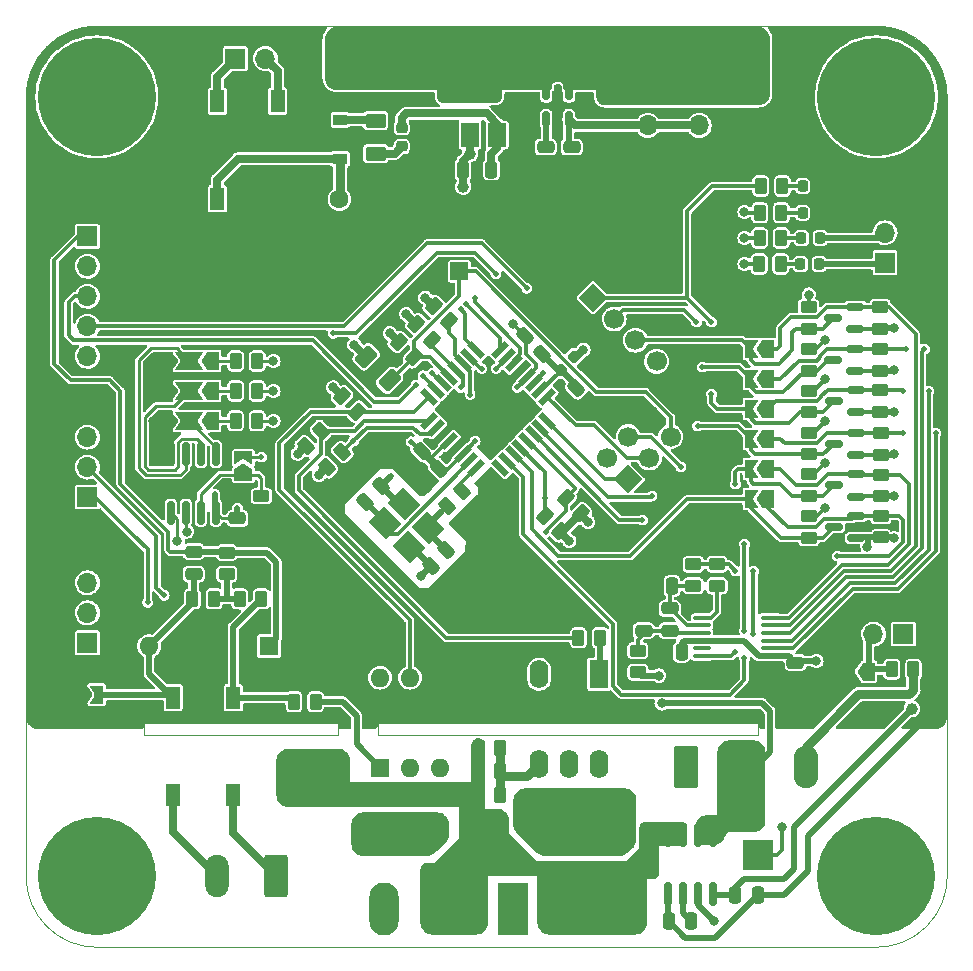
<source format=gtl>
%TF.GenerationSoftware,KiCad,Pcbnew,(6.0.1)*%
%TF.CreationDate,2022-01-24T11:40:52+04:00*%
%TF.ProjectId,BEEIRON v0.0,42454549-524f-44e2-9076-302e302e6b69,rev?*%
%TF.SameCoordinates,Original*%
%TF.FileFunction,Copper,L1,Top*%
%TF.FilePolarity,Positive*%
%FSLAX46Y46*%
G04 Gerber Fmt 4.6, Leading zero omitted, Abs format (unit mm)*
G04 Created by KiCad (PCBNEW (6.0.1)) date 2022-01-24 11:40:52*
%MOMM*%
%LPD*%
G01*
G04 APERTURE LIST*
G04 Aperture macros list*
%AMRoundRect*
0 Rectangle with rounded corners*
0 $1 Rounding radius*
0 $2 $3 $4 $5 $6 $7 $8 $9 X,Y pos of 4 corners*
0 Add a 4 corners polygon primitive as box body*
4,1,4,$2,$3,$4,$5,$6,$7,$8,$9,$2,$3,0*
0 Add four circle primitives for the rounded corners*
1,1,$1+$1,$2,$3*
1,1,$1+$1,$4,$5*
1,1,$1+$1,$6,$7*
1,1,$1+$1,$8,$9*
0 Add four rect primitives between the rounded corners*
20,1,$1+$1,$2,$3,$4,$5,0*
20,1,$1+$1,$4,$5,$6,$7,0*
20,1,$1+$1,$6,$7,$8,$9,0*
20,1,$1+$1,$8,$9,$2,$3,0*%
%AMHorizOval*
0 Thick line with rounded ends*
0 $1 width*
0 $2 $3 position (X,Y) of the first rounded end (center of the circle)*
0 $4 $5 position (X,Y) of the second rounded end (center of the circle)*
0 Add line between two ends*
20,1,$1,$2,$3,$4,$5,0*
0 Add two circle primitives to create the rounded ends*
1,1,$1,$2,$3*
1,1,$1,$4,$5*%
%AMRotRect*
0 Rectangle, with rotation*
0 The origin of the aperture is its center*
0 $1 length*
0 $2 width*
0 $3 Rotation angle, in degrees counterclockwise*
0 Add horizontal line*
21,1,$1,$2,0,0,$3*%
%AMFreePoly0*
4,1,6,1.000000,0.000000,0.500000,-0.750000,-0.500000,-0.750000,-0.500000,0.750000,0.500000,0.750000,1.000000,0.000000,1.000000,0.000000,$1*%
%AMFreePoly1*
4,1,7,0.700000,0.000000,1.200000,-0.750000,-1.200000,-0.750000,-0.700000,0.000000,-1.200000,0.750000,1.200000,0.750000,0.700000,0.000000,0.700000,0.000000,$1*%
%AMFreePoly2*
4,1,6,0.500000,-0.750000,-0.650000,-0.750000,-0.150000,0.000000,-0.650000,0.750000,0.500000,0.750000,0.500000,-0.750000,0.500000,-0.750000,$1*%
G04 Aperture macros list end*
%TA.AperFunction,Profile*%
%ADD10C,0.100000*%
%TD*%
%TA.AperFunction,SMDPad,CuDef*%
%ADD11RoundRect,0.250000X0.262500X0.450000X-0.262500X0.450000X-0.262500X-0.450000X0.262500X-0.450000X0*%
%TD*%
%TA.AperFunction,SMDPad,CuDef*%
%ADD12RoundRect,0.250000X-0.262500X-0.450000X0.262500X-0.450000X0.262500X0.450000X-0.262500X0.450000X0*%
%TD*%
%TA.AperFunction,SMDPad,CuDef*%
%ADD13R,1.500000X2.000000*%
%TD*%
%TA.AperFunction,SMDPad,CuDef*%
%ADD14R,3.800000X2.000000*%
%TD*%
%TA.AperFunction,SMDPad,CuDef*%
%ADD15RoundRect,0.150000X0.587500X0.150000X-0.587500X0.150000X-0.587500X-0.150000X0.587500X-0.150000X0*%
%TD*%
%TA.AperFunction,SMDPad,CuDef*%
%ADD16RoundRect,0.250000X0.450000X-0.262500X0.450000X0.262500X-0.450000X0.262500X-0.450000X-0.262500X0*%
%TD*%
%TA.AperFunction,ComponentPad*%
%ADD17C,1.600000*%
%TD*%
%TA.AperFunction,SMDPad,CuDef*%
%ADD18RoundRect,0.250000X0.250000X0.475000X-0.250000X0.475000X-0.250000X-0.475000X0.250000X-0.475000X0*%
%TD*%
%TA.AperFunction,ComponentPad*%
%ADD19C,2.000000*%
%TD*%
%TA.AperFunction,ComponentPad*%
%ADD20R,1.700000X1.700000*%
%TD*%
%TA.AperFunction,ComponentPad*%
%ADD21O,1.700000X1.700000*%
%TD*%
%TA.AperFunction,SMDPad,CuDef*%
%ADD22RoundRect,0.250000X-0.450000X0.262500X-0.450000X-0.262500X0.450000X-0.262500X0.450000X0.262500X0*%
%TD*%
%TA.AperFunction,SMDPad,CuDef*%
%ADD23FreePoly0,0.000000*%
%TD*%
%TA.AperFunction,SMDPad,CuDef*%
%ADD24FreePoly1,0.000000*%
%TD*%
%TA.AperFunction,SMDPad,CuDef*%
%ADD25FreePoly0,180.000000*%
%TD*%
%TA.AperFunction,SMDPad,CuDef*%
%ADD26RoundRect,0.250000X-0.475000X0.250000X-0.475000X-0.250000X0.475000X-0.250000X0.475000X0.250000X0*%
%TD*%
%TA.AperFunction,SMDPad,CuDef*%
%ADD27RoundRect,0.150000X-0.150000X0.512500X-0.150000X-0.512500X0.150000X-0.512500X0.150000X0.512500X0*%
%TD*%
%TA.AperFunction,SMDPad,CuDef*%
%ADD28R,1.500000X1.500000*%
%TD*%
%TA.AperFunction,ComponentPad*%
%ADD29C,0.900000*%
%TD*%
%TA.AperFunction,ComponentPad*%
%ADD30C,10.000000*%
%TD*%
%TA.AperFunction,ComponentPad*%
%ADD31C,2.400000*%
%TD*%
%TA.AperFunction,ComponentPad*%
%ADD32HorizOval,2.400000X0.000000X0.000000X0.000000X0.000000X0*%
%TD*%
%TA.AperFunction,ComponentPad*%
%ADD33R,1.600000X1.600000*%
%TD*%
%TA.AperFunction,ComponentPad*%
%ADD34O,1.600000X1.600000*%
%TD*%
%TA.AperFunction,ComponentPad*%
%ADD35RoundRect,0.249999X-0.790001X-1.550001X0.790001X-1.550001X0.790001X1.550001X-0.790001X1.550001X0*%
%TD*%
%TA.AperFunction,ComponentPad*%
%ADD36O,2.080000X3.600000*%
%TD*%
%TA.AperFunction,SMDPad,CuDef*%
%ADD37R,2.500000X2.500000*%
%TD*%
%TA.AperFunction,SMDPad,CuDef*%
%ADD38RoundRect,0.250000X-0.503814X-0.132583X-0.132583X-0.503814X0.503814X0.132583X0.132583X0.503814X0*%
%TD*%
%TA.AperFunction,ComponentPad*%
%ADD39RotRect,1.700000X1.700000X135.000000*%
%TD*%
%TA.AperFunction,ComponentPad*%
%ADD40HorizOval,1.700000X0.000000X0.000000X0.000000X0.000000X0*%
%TD*%
%TA.AperFunction,SMDPad,CuDef*%
%ADD41FreePoly2,180.000000*%
%TD*%
%TA.AperFunction,SMDPad,CuDef*%
%ADD42RoundRect,0.250000X-0.159099X0.512652X-0.512652X0.159099X0.159099X-0.512652X0.512652X-0.159099X0*%
%TD*%
%TA.AperFunction,SMDPad,CuDef*%
%ADD43RoundRect,0.218750X0.218750X0.256250X-0.218750X0.256250X-0.218750X-0.256250X0.218750X-0.256250X0*%
%TD*%
%TA.AperFunction,SMDPad,CuDef*%
%ADD44RoundRect,0.250000X0.475000X-0.250000X0.475000X0.250000X-0.475000X0.250000X-0.475000X-0.250000X0*%
%TD*%
%TA.AperFunction,SMDPad,CuDef*%
%ADD45RoundRect,0.250000X-0.625000X0.375000X-0.625000X-0.375000X0.625000X-0.375000X0.625000X0.375000X0*%
%TD*%
%TA.AperFunction,SMDPad,CuDef*%
%ADD46FreePoly2,0.000000*%
%TD*%
%TA.AperFunction,SMDPad,CuDef*%
%ADD47RotRect,1.600000X0.550000X45.000000*%
%TD*%
%TA.AperFunction,SMDPad,CuDef*%
%ADD48RotRect,1.600000X0.550000X135.000000*%
%TD*%
%TA.AperFunction,SMDPad,CuDef*%
%ADD49RoundRect,0.218750X-0.256250X0.218750X-0.256250X-0.218750X0.256250X-0.218750X0.256250X0.218750X0*%
%TD*%
%TA.AperFunction,SMDPad,CuDef*%
%ADD50RoundRect,0.250000X-0.250000X-0.475000X0.250000X-0.475000X0.250000X0.475000X-0.250000X0.475000X0*%
%TD*%
%TA.AperFunction,SMDPad,CuDef*%
%ADD51RoundRect,0.250000X0.503814X0.132583X0.132583X0.503814X-0.503814X-0.132583X-0.132583X-0.503814X0*%
%TD*%
%TA.AperFunction,SMDPad,CuDef*%
%ADD52RoundRect,0.150000X-0.150000X0.825000X-0.150000X-0.825000X0.150000X-0.825000X0.150000X0.825000X0*%
%TD*%
%TA.AperFunction,ComponentPad*%
%ADD53R,1.600000X2.400000*%
%TD*%
%TA.AperFunction,ComponentPad*%
%ADD54O,1.600000X2.400000*%
%TD*%
%TA.AperFunction,SMDPad,CuDef*%
%ADD55RoundRect,0.250000X0.159099X-0.512652X0.512652X-0.159099X-0.159099X0.512652X-0.512652X0.159099X0*%
%TD*%
%TA.AperFunction,ComponentPad*%
%ADD56R,2.500000X4.500000*%
%TD*%
%TA.AperFunction,ComponentPad*%
%ADD57O,2.500000X4.500000*%
%TD*%
%TA.AperFunction,SMDPad,CuDef*%
%ADD58R,1.200000X1.900000*%
%TD*%
%TA.AperFunction,SMDPad,CuDef*%
%ADD59RoundRect,0.250000X0.132583X-0.503814X0.503814X-0.132583X-0.132583X0.503814X-0.503814X0.132583X0*%
%TD*%
%TA.AperFunction,SMDPad,CuDef*%
%ADD60RotRect,2.100000X1.800000X315.000000*%
%TD*%
%TA.AperFunction,SMDPad,CuDef*%
%ADD61RoundRect,0.218750X-0.026517X0.335876X-0.335876X0.026517X0.026517X-0.335876X0.335876X-0.026517X0*%
%TD*%
%TA.AperFunction,SMDPad,CuDef*%
%ADD62RoundRect,0.250000X-0.707107X-0.176777X-0.176777X-0.707107X0.707107X0.176777X0.176777X0.707107X0*%
%TD*%
%TA.AperFunction,ComponentPad*%
%ADD63RoundRect,0.250000X0.750000X1.550000X-0.750000X1.550000X-0.750000X-1.550000X0.750000X-1.550000X0*%
%TD*%
%TA.AperFunction,ComponentPad*%
%ADD64O,2.000000X3.600000*%
%TD*%
%TA.AperFunction,SMDPad,CuDef*%
%ADD65FreePoly0,90.000000*%
%TD*%
%TA.AperFunction,SMDPad,CuDef*%
%ADD66FreePoly2,90.000000*%
%TD*%
%TA.AperFunction,ComponentPad*%
%ADD67C,1.800000*%
%TD*%
%TA.AperFunction,SMDPad,CuDef*%
%ADD68R,1.200000X0.900000*%
%TD*%
%TA.AperFunction,ComponentPad*%
%ADD69RotRect,1.700000X1.700000X45.000000*%
%TD*%
%TA.AperFunction,ComponentPad*%
%ADD70HorizOval,1.700000X0.000000X0.000000X0.000000X0.000000X0*%
%TD*%
%TA.AperFunction,SMDPad,CuDef*%
%ADD71RoundRect,0.100000X-0.637500X-0.100000X0.637500X-0.100000X0.637500X0.100000X-0.637500X0.100000X0*%
%TD*%
%TA.AperFunction,ViaPad*%
%ADD72C,0.800000*%
%TD*%
%TA.AperFunction,ViaPad*%
%ADD73C,1.000000*%
%TD*%
%TA.AperFunction,ViaPad*%
%ADD74C,0.500000*%
%TD*%
%TA.AperFunction,Conductor*%
%ADD75C,0.800000*%
%TD*%
%TA.AperFunction,Conductor*%
%ADD76C,0.700000*%
%TD*%
%TA.AperFunction,Conductor*%
%ADD77C,0.500000*%
%TD*%
%TA.AperFunction,Conductor*%
%ADD78C,0.300000*%
%TD*%
%TA.AperFunction,Conductor*%
%ADD79C,0.250000*%
%TD*%
%TA.AperFunction,Conductor*%
%ADD80C,2.000000*%
%TD*%
%ADD81C,0.350000*%
%ADD82C,0.300000*%
G04 APERTURE END LIST*
D10*
X181000000Y-64000000D02*
G75*
G03*
X175000000Y-58000000I-5999999J1D01*
G01*
X181000000Y-130000000D02*
X181000000Y-64000000D01*
X103000000Y-64000000D02*
X103000000Y-130000000D01*
X109000000Y-58000000D02*
G75*
G03*
X103000000Y-64000000I-1J-5999999D01*
G01*
X132800000Y-117000000D02*
X165000000Y-117000000D01*
X129400000Y-117000000D02*
X113000000Y-117000000D01*
X132800000Y-117000000D02*
X132800000Y-118000000D01*
X113000000Y-117000000D02*
X113000000Y-118000000D01*
X165000000Y-118000000D02*
X132800000Y-118000000D01*
X103000000Y-130000000D02*
G75*
G03*
X109000000Y-136000000I5999999J-1D01*
G01*
X175000000Y-58000000D02*
X109000000Y-58000000D01*
X113000000Y-118000000D02*
X129400000Y-118000000D01*
X109000000Y-136000000D02*
X175000000Y-136000000D01*
X175000000Y-136000000D02*
G75*
G03*
X181000000Y-130000000I1J5999999D01*
G01*
X129400000Y-117000000D02*
X129400000Y-118000000D01*
X165000000Y-117000000D02*
X165000000Y-118000000D01*
D11*
%TO.P,R11,1*%
%TO.N,+5V*%
X122578500Y-88900000D03*
%TO.P,R11,2*%
%TO.N,Net-(JP3-Pad3)*%
X120753500Y-88900000D03*
%TD*%
D12*
%TO.P,R42,1*%
%TO.N,T1*%
X117087500Y-106500000D03*
%TO.P,R42,2*%
%TO.N,Net-(R40-Pad1)*%
X118912500Y-106500000D03*
%TD*%
D13*
%TO.P,U4,1,GND*%
%TO.N,GND*%
X138300000Y-67250000D03*
%TO.P,U4,2,VO*%
%TO.N,+5V*%
X140600000Y-67250000D03*
D14*
X140600000Y-60950000D03*
D13*
%TO.P,U4,3,VI*%
%TO.N,Net-(C3-Pad1)*%
X142900000Y-67250000D03*
%TD*%
D15*
%TO.P,Q4,1,G*%
%TO.N,+3V3*%
X173263282Y-97847436D03*
%TO.P,Q4,2,S*%
%TO.N,FAULT*%
X173263282Y-95947436D03*
%TO.P,Q4,3,D*%
%TO.N,D6{slash}FAULT*%
X171388282Y-96897436D03*
%TD*%
D16*
%TO.P,R23,1*%
%TO.N,D7{slash}DDRY*%
X169290207Y-101327000D03*
%TO.P,R23,2*%
%TO.N,+5V*%
X169290207Y-99502000D03*
%TD*%
D17*
%TO.P,C7,1*%
%TO.N,+12V*%
X129540000Y-72644000D03*
%TO.P,C7,2*%
%TO.N,GND*%
X129540000Y-76144000D03*
%TD*%
D18*
%TO.P,C4,1*%
%TO.N,+5V*%
X140000000Y-70150000D03*
%TO.P,C4,2*%
%TO.N,GND*%
X138100000Y-70150000D03*
%TD*%
D19*
%TO.P,C20,1*%
%TO.N,Net-(C20-Pad1)*%
X137000000Y-127000000D03*
%TO.P,C20,2*%
%TO.N,Net-(BR2-Pad~{.})*%
X147000000Y-127000000D03*
%TD*%
D15*
%TO.P,Q5,1,G*%
%TO.N,+3V3*%
X173226500Y-87218418D03*
%TO.P,Q5,2,S*%
%TO.N,SDO*%
X173226500Y-85318418D03*
%TO.P,Q5,3,D*%
%TO.N,D12{slash}SDO*%
X171351500Y-86268418D03*
%TD*%
D20*
%TO.P,J4,1,Pin_1*%
%TO.N,TXD*%
X175731000Y-78046000D03*
D21*
%TO.P,J4,2,Pin_2*%
%TO.N,RXD*%
X175731000Y-75506000D03*
%TO.P,J4,3,Pin_3*%
%TO.N,GND*%
X175731000Y-72966000D03*
%TD*%
D12*
%TO.P,R37,1*%
%TO.N,+5V*%
X165070107Y-78146000D03*
%TO.P,R37,2*%
%TO.N,Net-(R37-Pad2)*%
X166895107Y-78146000D03*
%TD*%
D22*
%TO.P,R41,1*%
%TO.N,A1{slash}VOLTAGE*%
X120000000Y-102575000D03*
%TO.P,R41,2*%
%TO.N,Net-(R40-Pad1)*%
X120000000Y-104400000D03*
%TD*%
D12*
%TO.P,R40,1*%
%TO.N,Net-(R40-Pad1)*%
X121087500Y-106500000D03*
%TO.P,R40,2*%
%TO.N,T2*%
X122912500Y-106500000D03*
%TD*%
D23*
%TO.P,JP2,1,A*%
%TO.N,GND*%
X114840000Y-91440000D03*
D24*
%TO.P,JP2,2,C*%
%TO.N,Net-(JP2-Pad2)*%
X116840000Y-91440000D03*
D25*
%TO.P,JP2,3,B*%
%TO.N,Net-(JP2-Pad3)*%
X118840000Y-91440000D03*
%TD*%
D26*
%TO.P,C1,1*%
%TO.N,+3V3*%
X149200000Y-68250000D03*
%TO.P,C1,2*%
%TO.N,GND*%
X149200000Y-70150000D03*
%TD*%
D27*
%TO.P,U3,1,VIN*%
%TO.N,+5V*%
X148950000Y-63612500D03*
%TO.P,U3,2,GND*%
%TO.N,GND*%
X148000000Y-63612500D03*
%TO.P,U3,3,ON/~{OFF}*%
%TO.N,+5V*%
X147050000Y-63612500D03*
%TO.P,U3,4,BP*%
%TO.N,Net-(C2-Pad1)*%
X147050000Y-65887500D03*
%TO.P,U3,5,VOUT*%
%TO.N,+3V3*%
X148950000Y-65887500D03*
%TD*%
D20*
%TO.P,J5,1,Pin_1*%
%TO.N,+5V*%
X177292000Y-109474000D03*
D21*
%TO.P,J5,2,Pin_2*%
%TO.N,Earth_Protective*%
X174752000Y-109474000D03*
%TO.P,J5,3,Pin_3*%
%TO.N,GND*%
X172212000Y-109474000D03*
%TD*%
D11*
%TO.P,R34,1*%
%TO.N,Net-(R34-Pad1)*%
X151600000Y-109800000D03*
%TO.P,R34,2*%
%TO.N,D3*%
X149775000Y-109800000D03*
%TD*%
D20*
%TO.P,J11,1,Pin_1*%
%TO.N,+5V*%
X160000000Y-63875000D03*
D21*
%TO.P,J11,2,Pin_2*%
%TO.N,+3V3*%
X160000000Y-66415000D03*
%TO.P,J11,3,Pin_3*%
%TO.N,GND*%
X160000000Y-68955000D03*
%TD*%
D22*
%TO.P,R18,1*%
%TO.N,CS*%
X175363111Y-92456000D03*
%TO.P,R18,2*%
%TO.N,+3V3*%
X175363111Y-94281000D03*
%TD*%
D20*
%TO.P,J1,1,Pin_1*%
%TO.N,Net-(BR1-Pad~)*%
X120725000Y-60750000D03*
D21*
%TO.P,J1,2,Pin_2*%
%TO.N,Net-(BR1-Pad~{.})*%
X123265000Y-60750000D03*
%TD*%
D28*
%TO.P,SW1,1,1*%
%TO.N,RST*%
X139700000Y-78770227D03*
%TO.P,SW1,2,2*%
%TO.N,GND*%
X147500000Y-78770227D03*
%TD*%
D29*
%TO.P,H2,1,1*%
%TO.N,unconnected-(H2-Pad1)*%
X177651650Y-66651650D03*
X175000000Y-60250000D03*
X172348350Y-61348350D03*
X178750000Y-64000000D03*
X171250000Y-64000000D03*
X172348350Y-66651650D03*
D30*
X175000000Y-64000000D03*
D29*
X177651650Y-61348350D03*
X175000000Y-67750000D03*
%TD*%
D22*
%TO.P,R24,1*%
%TO.N,FAULT*%
X175358406Y-96007610D03*
%TO.P,R24,2*%
%TO.N,+3V3*%
X175358406Y-97832610D03*
%TD*%
D26*
%TO.P,C17,1*%
%TO.N,GND*%
X155300000Y-107300000D03*
%TO.P,C17,2*%
%TO.N,Net-(C17-Pad2)*%
X155300000Y-109200000D03*
%TD*%
D11*
%TO.P,R12,1*%
%TO.N,+5V*%
X122572392Y-91418086D03*
%TO.P,R12,2*%
%TO.N,Net-(JP2-Pad3)*%
X120747392Y-91418086D03*
%TD*%
D26*
%TO.P,C16,1*%
%TO.N,+3V3*%
X168148000Y-111892000D03*
%TO.P,C16,2*%
%TO.N,GND*%
X168148000Y-113792000D03*
%TD*%
D31*
%TO.P,R32,1*%
%TO.N,I_SENSE*%
X127518056Y-121518056D03*
D32*
%TO.P,R32,2*%
%TO.N,Net-(C20-Pad1)*%
X132906210Y-126906210D03*
%TD*%
D26*
%TO.P,C2,1*%
%TO.N,Net-(C2-Pad1)*%
X147000000Y-68250000D03*
%TO.P,C2,2*%
%TO.N,GND*%
X147000000Y-70150000D03*
%TD*%
D20*
%TO.P,J10,1,Pin_1*%
%TO.N,+5V*%
X155652393Y-63874870D03*
D21*
%TO.P,J10,2,Pin_2*%
%TO.N,+3V3*%
X155652393Y-66414870D03*
%TO.P,J10,3,Pin_3*%
%TO.N,GND*%
X155652393Y-68954870D03*
%TD*%
D33*
%TO.P,U9,1*%
%TO.N,Net-(R35-Pad2)*%
X132975000Y-120800000D03*
D34*
%TO.P,U9,2*%
%TO.N,T1*%
X135515000Y-120800000D03*
%TO.P,U9,3,NC*%
%TO.N,unconnected-(U9-Pad3)*%
X138055000Y-120800000D03*
%TO.P,U9,4*%
%TO.N,GND*%
X138055000Y-113180000D03*
%TO.P,U9,5*%
%TO.N,D2*%
X135515000Y-113180000D03*
%TO.P,U9,6*%
%TO.N,unconnected-(U9-Pad6)*%
X132975000Y-113180000D03*
%TD*%
D12*
%TO.P,R36,1*%
%TO.N,+5V*%
X165118500Y-75946000D03*
%TO.P,R36,2*%
%TO.N,Net-(R36-Pad2)*%
X166943500Y-75946000D03*
%TD*%
%TO.P,R30,1*%
%TO.N,I_SENSE*%
X141337500Y-121100000D03*
%TO.P,R30,2*%
%TO.N,Net-(R30-Pad2)*%
X143162500Y-121100000D03*
%TD*%
D11*
%TO.P,R17,1*%
%TO.N,IRON_GRN*%
X178129500Y-112474000D03*
%TO.P,R17,2*%
%TO.N,Earth_Protective*%
X176304500Y-112474000D03*
%TD*%
D16*
%TO.P,R19,1*%
%TO.N,D10{slash}CS*%
X169267112Y-94256170D03*
%TO.P,R19,2*%
%TO.N,+5V*%
X169267112Y-92431170D03*
%TD*%
D35*
%TO.P,J8,1,Pin_1*%
%TO.N,IRON_BLU*%
X158840000Y-120700000D03*
D36*
%TO.P,J8,2,Pin_2*%
%TO.N,IRON_RED*%
X163920000Y-120700000D03*
%TO.P,J8,3,Pin_3*%
%TO.N,IRON_GRN*%
X169000000Y-120700000D03*
%TD*%
D37*
%TO.P,TP1,1,1*%
%TO.N,A0{slash}CURRENT*%
X165000000Y-128200000D03*
%TD*%
D15*
%TO.P,Q2,1,G*%
%TO.N,+3V3*%
X173226500Y-83662418D03*
%TO.P,Q2,2,S*%
%TO.N,SDI*%
X173226500Y-81762418D03*
%TO.P,Q2,3,D*%
%TO.N,D11{slash}SDI*%
X171351500Y-82712418D03*
%TD*%
D18*
%TO.P,C15,1*%
%TO.N,+3V3*%
X158500000Y-111000000D03*
%TO.P,C15,2*%
%TO.N,GND*%
X156600000Y-111000000D03*
%TD*%
D38*
%TO.P,R3,1*%
%TO.N,+5V*%
X136054765Y-83254765D03*
%TO.P,R3,2*%
%TO.N,SCL*%
X137345235Y-84545235D03*
%TD*%
D39*
%TO.P,J7,1,Pin_1*%
%TO.N,D12{slash}SDO*%
X153979773Y-96362329D03*
D40*
%TO.P,J7,2,Pin_2*%
%TO.N,+5V*%
X152183722Y-94566278D03*
%TO.P,J7,3,Pin_3*%
%TO.N,D13{slash}SCK*%
X155775824Y-94566278D03*
%TO.P,J7,4,Pin_4*%
%TO.N,D11{slash}SDI*%
X153979773Y-92770227D03*
%TO.P,J7,5,Pin_5*%
%TO.N,RST*%
X157571875Y-92770227D03*
%TO.P,J7,6,Pin_6*%
%TO.N,GND*%
X155775824Y-90974175D03*
%TD*%
D25*
%TO.P,JP5,1,A*%
%TO.N,DDRY*%
X165825000Y-98044000D03*
D41*
%TO.P,JP5,2,B*%
%TO.N,D7{slash}DDRY*%
X164375000Y-98044000D03*
%TD*%
D42*
%TO.P,C13,1*%
%TO.N,Net-(C13-Pad1)*%
X138600000Y-102400000D03*
%TO.P,C13,2*%
%TO.N,GND*%
X137256498Y-103743502D03*
%TD*%
D26*
%TO.P,C8,1*%
%TO.N,+5V*%
X162950000Y-64177195D03*
%TO.P,C8,2*%
%TO.N,GND*%
X162950000Y-66077195D03*
%TD*%
D16*
%TO.P,R21,1*%
%TO.N,D11{slash}SDI*%
X169252920Y-83614503D03*
%TO.P,R21,2*%
%TO.N,+5V*%
X169252920Y-81789503D03*
%TD*%
D18*
%TO.P,C19,1*%
%TO.N,Net-(C18-Pad2)*%
X157700000Y-105400000D03*
%TO.P,C19,2*%
%TO.N,GND*%
X155800000Y-105400000D03*
%TD*%
D12*
%TO.P,R39,1*%
%TO.N,+5V*%
X165131000Y-73796000D03*
%TO.P,R39,2*%
%TO.N,Net-(DON1-Pad2)*%
X166956000Y-73796000D03*
%TD*%
D16*
%TO.P,R29,1*%
%TO.N,D13{slash}SCK*%
X169278122Y-90686336D03*
%TO.P,R29,2*%
%TO.N,+5V*%
X169278122Y-88861336D03*
%TD*%
D43*
%TO.P,DON1,1,K*%
%TO.N,GND*%
X170331000Y-73796000D03*
%TO.P,DON1,2,A*%
%TO.N,Net-(DON1-Pad2)*%
X168756000Y-73796000D03*
%TD*%
D44*
%TO.P,C18,1*%
%TO.N,Net-(C17-Pad2)*%
X157500000Y-109200000D03*
%TO.P,C18,2*%
%TO.N,Net-(C18-Pad2)*%
X157500000Y-107300000D03*
%TD*%
D45*
%TO.P,F1,1*%
%TO.N,Net-(D1-Pad1)*%
X132600000Y-66000000D03*
%TO.P,F1,2*%
%TO.N,Net-(F1-Pad2)*%
X132600000Y-68800000D03*
%TD*%
D12*
%TO.P,R38,1*%
%TO.N,D13{slash}SCK*%
X165218500Y-71546000D03*
%TO.P,R38,2*%
%TO.N,Net-(DL1-Pad2)*%
X167043500Y-71546000D03*
%TD*%
D22*
%TO.P,R26,1*%
%TO.N,SDO*%
X175322809Y-85343999D03*
%TO.P,R26,2*%
%TO.N,+3V3*%
X175322809Y-87168999D03*
%TD*%
D38*
%TO.P,R2,1*%
%TO.N,+5V*%
X129764295Y-89364295D03*
%TO.P,R2,2*%
%TO.N,D2*%
X131054765Y-90654765D03*
%TD*%
D23*
%TO.P,JP12,1,A*%
%TO.N,GND*%
X107600000Y-114600000D03*
D46*
%TO.P,JP12,2,B*%
%TO.N,T1*%
X109050000Y-114600000D03*
%TD*%
D29*
%TO.P,H1,1,1*%
%TO.N,unconnected-(H1-Pad1)*%
X106348350Y-61348350D03*
X112750000Y-64000000D03*
X106348350Y-66651650D03*
X109000000Y-67750000D03*
X111651650Y-66651650D03*
D30*
X109000000Y-64000000D03*
D29*
X105250000Y-64000000D03*
X111651650Y-61348350D03*
X109000000Y-60250000D03*
%TD*%
D47*
%TO.P,U5,1,PD3*%
%TO.N,D3*%
X137151346Y-91441800D03*
%TO.P,U5,2,PD4*%
%TO.N,D4*%
X137717032Y-92007485D03*
%TO.P,U5,3,GND*%
%TO.N,GND*%
X138282717Y-92573171D03*
%TO.P,U5,4,VCC*%
%TO.N,+5V*%
X138848402Y-93138856D03*
%TO.P,U5,5,GND*%
%TO.N,GND*%
X139414088Y-93704542D03*
%TO.P,U5,6,VCC*%
%TO.N,+5V*%
X139979773Y-94270227D03*
%TO.P,U5,7,XTAL1/PB6*%
%TO.N,XTAL1*%
X140545459Y-94835912D03*
%TO.P,U5,8,XTAL2/PB7*%
%TO.N,XTAL2*%
X141111144Y-95401598D03*
D48*
%TO.P,U5,9,PD5*%
%TO.N,unconnected-(U5-Pad9)*%
X143161754Y-95401598D03*
%TO.P,U5,10,PD6*%
%TO.N,D6{slash}FAULT*%
X143727439Y-94835912D03*
%TO.P,U5,11,PD7*%
%TO.N,D7{slash}DDRY*%
X144293125Y-94270227D03*
%TO.P,U5,12,PB0*%
%TO.N,D8*%
X144858810Y-93704542D03*
%TO.P,U5,13,PB1*%
%TO.N,D9*%
X145424496Y-93138856D03*
%TO.P,U5,14,PB2*%
%TO.N,D10{slash}CS*%
X145990181Y-92573171D03*
%TO.P,U5,15,PB3*%
%TO.N,D11{slash}SDI*%
X146555866Y-92007485D03*
%TO.P,U5,16,PB4*%
%TO.N,D12{slash}SDO*%
X147121552Y-91441800D03*
D47*
%TO.P,U5,17,PB5*%
%TO.N,D13{slash}SCK*%
X147121552Y-89391190D03*
%TO.P,U5,18,AVCC*%
%TO.N,+5VA*%
X146555866Y-88825505D03*
%TO.P,U5,19,ADC6*%
%TO.N,A6*%
X145990181Y-88259819D03*
%TO.P,U5,20,AREF*%
%TO.N,+5V*%
X145424496Y-87694134D03*
%TO.P,U5,21,GND*%
%TO.N,GND*%
X144858810Y-87128448D03*
%TO.P,U5,22,ADC7*%
%TO.N,A7*%
X144293125Y-86562763D03*
%TO.P,U5,23,PC0*%
%TO.N,A0{slash}CURRENT*%
X143727439Y-85997078D03*
%TO.P,U5,24,PC1*%
%TO.N,A1{slash}VOLTAGE*%
X143161754Y-85431392D03*
D48*
%TO.P,U5,25,PC2*%
%TO.N,A2*%
X141111144Y-85431392D03*
%TO.P,U5,26,PC3*%
%TO.N,A3*%
X140545459Y-85997078D03*
%TO.P,U5,27,PC4*%
%TO.N,SDA*%
X139979773Y-86562763D03*
%TO.P,U5,28,PC5*%
%TO.N,SCL*%
X139414088Y-87128448D03*
%TO.P,U5,29,~{RESET}/PC6*%
%TO.N,RST*%
X138848402Y-87694134D03*
%TO.P,U5,30,PD0*%
%TO.N,TXD*%
X138282717Y-88259819D03*
%TO.P,U5,31,PD1*%
%TO.N,RXD*%
X137717032Y-88825505D03*
%TO.P,U5,32,PD2*%
%TO.N,D2*%
X137151346Y-89391190D03*
%TD*%
D15*
%TO.P,Q6,1,G*%
%TO.N,+3V3*%
X173260349Y-90705366D03*
%TO.P,Q6,2,S*%
%TO.N,SCK*%
X173260349Y-88805366D03*
%TO.P,Q6,3,D*%
%TO.N,D13{slash}SCK*%
X171385349Y-89755366D03*
%TD*%
D49*
%TO.P,FB1,1*%
%TO.N,Net-(C3-Pad1)*%
X134800000Y-66625000D03*
%TO.P,FB1,2*%
%TO.N,Net-(F1-Pad2)*%
X134800000Y-68200000D03*
%TD*%
D50*
%TO.P,C3,1*%
%TO.N,Net-(C3-Pad1)*%
X142400000Y-70150000D03*
%TO.P,C3,2*%
%TO.N,GND*%
X144300000Y-70150000D03*
%TD*%
D51*
%TO.P,R5,1*%
%TO.N,+5V*%
X148229773Y-100770227D03*
%TO.P,R5,2*%
%TO.N,D8*%
X146939303Y-99479757D03*
%TD*%
D52*
%TO.P,U6,1,A0*%
%TO.N,Net-(JP2-Pad2)*%
X119073000Y-94249000D03*
%TO.P,U6,2,A1*%
%TO.N,Net-(JP3-Pad2)*%
X117803000Y-94249000D03*
%TO.P,U6,3,A2*%
%TO.N,Net-(JP4-Pad2)*%
X116533000Y-94249000D03*
%TO.P,U6,4,GND*%
%TO.N,GND*%
X115263000Y-94249000D03*
%TO.P,U6,5,SDA*%
%TO.N,SDA*%
X115263000Y-99199000D03*
%TO.P,U6,6,SCL*%
%TO.N,SCL*%
X116533000Y-99199000D03*
%TO.P,U6,7,WP*%
%TO.N,Net-(JP1-Pad1)*%
X117803000Y-99199000D03*
%TO.P,U6,8,VCC*%
%TO.N,+5V*%
X119073000Y-99199000D03*
%TD*%
D18*
%TO.P,C23,1*%
%TO.N,Net-(C23-Pad1)*%
X159300000Y-133800000D03*
%TO.P,C23,2*%
%TO.N,GND*%
X157400000Y-133800000D03*
%TD*%
D25*
%TO.P,JP6,1,A*%
%TO.N,FAULT*%
X165825000Y-95504000D03*
D41*
%TO.P,JP6,2,B*%
%TO.N,D6{slash}FAULT*%
X164375000Y-95504000D03*
%TD*%
D50*
%TO.P,C21,1*%
%TO.N,+5V*%
X163050000Y-131600000D03*
%TO.P,C21,2*%
%TO.N,GND*%
X164950000Y-131600000D03*
%TD*%
D42*
%TO.P,C10,1*%
%TO.N,+5V*%
X136500000Y-94000000D03*
%TO.P,C10,2*%
%TO.N,GND*%
X135156498Y-95343502D03*
%TD*%
D25*
%TO.P,JP11,1,A*%
%TO.N,Earth_Protective*%
X174352000Y-112674000D03*
D41*
%TO.P,JP11,2,B*%
%TO.N,GND*%
X172902000Y-112674000D03*
%TD*%
D53*
%TO.P,U8,1*%
%TO.N,Net-(R34-Pad1)*%
X151525000Y-112880000D03*
D54*
%TO.P,U8,2*%
%TO.N,GND*%
X148985000Y-112880000D03*
%TO.P,U8,3,NC*%
%TO.N,unconnected-(U8-Pad3)*%
X146445000Y-112880000D03*
%TO.P,U8,4*%
%TO.N,Net-(R30-Pad2)*%
X146445000Y-120500000D03*
%TO.P,U8,5,NC*%
%TO.N,unconnected-(U8-Pad5)*%
X148985000Y-120500000D03*
%TO.P,U8,6*%
%TO.N,Net-(Q7-Pad3)*%
X151525000Y-120500000D03*
%TD*%
D22*
%TO.P,R16,1*%
%TO.N,IRON_GRN*%
X161500000Y-103575000D03*
%TO.P,R16,2*%
%TO.N,Net-(R16-Pad2)*%
X161500000Y-105400000D03*
%TD*%
D55*
%TO.P,C5,1*%
%TO.N,+5VA*%
X146708022Y-85741978D03*
%TO.P,C5,2*%
%TO.N,GND*%
X148051524Y-84398476D03*
%TD*%
D56*
%TO.P,Q7,1,A1*%
%TO.N,Net-(BR2-Pad~{.})*%
X144250000Y-132750000D03*
D57*
%TO.P,Q7,2,A2*%
%TO.N,I_SENSE*%
X138800000Y-132750000D03*
%TO.P,Q7,3,G*%
%TO.N,Net-(Q7-Pad3)*%
X133350000Y-132750000D03*
%TD*%
D25*
%TO.P,JP10,1,A*%
%TO.N,SDI*%
X165823758Y-85344001D03*
D41*
%TO.P,JP10,2,B*%
%TO.N,D11{slash}SDI*%
X164373758Y-85344001D03*
%TD*%
D20*
%TO.P,J2,1,Pin_1*%
%TO.N,SDA*%
X108200000Y-110220000D03*
D21*
%TO.P,J2,2,Pin_2*%
%TO.N,SCL*%
X108200000Y-107680000D03*
%TO.P,J2,3,Pin_3*%
%TO.N,+5V*%
X108200000Y-105140000D03*
%TO.P,J2,4,Pin_4*%
%TO.N,GND*%
X108200000Y-102600000D03*
%TD*%
D43*
%TO.P,DL1,1,K*%
%TO.N,GND*%
X170331000Y-71546000D03*
%TO.P,DL1,2,A*%
%TO.N,Net-(DL1-Pad2)*%
X168756000Y-71546000D03*
%TD*%
D38*
%TO.P,R4,1*%
%TO.N,+5V*%
X137514295Y-81714295D03*
%TO.P,R4,2*%
%TO.N,SDA*%
X138804765Y-83004765D03*
%TD*%
D58*
%TO.P,BR1,+,+*%
%TO.N,+12V*%
X119200410Y-72625580D03*
%TO.P,BR1,-,-*%
%TO.N,GND*%
X124300410Y-72625580D03*
%TO.P,BR1,~*%
%TO.N,Net-(BR1-Pad~)*%
X119200410Y-64375580D03*
%TO.P,BR1,~{.},~{.}*%
%TO.N,Net-(BR1-Pad~{.})*%
X124300410Y-64375580D03*
%TD*%
D59*
%TO.P,R1,1*%
%TO.N,+5V*%
X126689303Y-93560697D03*
%TO.P,R1,2*%
%TO.N,D3*%
X127979773Y-92270227D03*
%TD*%
D60*
%TO.P,Y1,1,1*%
%TO.N,XTAL1*%
X133361522Y-100087868D03*
%TO.P,Y1,2,2*%
%TO.N,GND*%
X135412132Y-102138478D03*
%TO.P,Y1,3,3*%
%TO.N,Net-(C13-Pad1)*%
X137038478Y-100512132D03*
%TO.P,Y1,4,4*%
%TO.N,GND*%
X134987868Y-98461522D03*
%TD*%
D29*
%TO.P,H3,1,1*%
%TO.N,unconnected-(H3-Pad1)*%
X175000000Y-126250000D03*
D30*
X175000000Y-130000000D03*
D29*
X172348350Y-132651650D03*
X175000000Y-133750000D03*
X171250000Y-130000000D03*
X172348350Y-127348350D03*
X178750000Y-130000000D03*
X177651650Y-132651650D03*
X177651650Y-127348350D03*
%TD*%
D16*
%TO.P,R25,1*%
%TO.N,D6{slash}FAULT*%
X169273042Y-97790000D03*
%TO.P,R25,2*%
%TO.N,+5V*%
X169273042Y-95965000D03*
%TD*%
D61*
%TO.P,L1,1,1*%
%TO.N,+5V*%
X149400000Y-86000000D03*
%TO.P,L1,2,2*%
%TO.N,+5VA*%
X148286306Y-87113694D03*
%TD*%
D22*
%TO.P,R13,1*%
%TO.N,Net-(JP1-Pad1)*%
X122936000Y-97790000D03*
%TO.P,R13,2*%
%TO.N,GND*%
X122936000Y-99615000D03*
%TD*%
D43*
%TO.P,RXD1,1,K*%
%TO.N,RXD*%
X170231000Y-75946000D03*
%TO.P,RXD1,2,A*%
%TO.N,Net-(R36-Pad2)*%
X168656000Y-75946000D03*
%TD*%
D25*
%TO.P,JP8,1,A*%
%TO.N,SCK*%
X165825000Y-90424000D03*
D41*
%TO.P,JP8,2,B*%
%TO.N,D13{slash}SCK*%
X164375000Y-90424000D03*
%TD*%
D62*
%TO.P,D2,1,K*%
%TO.N,+5V*%
X131804765Y-86004765D03*
%TO.P,D2,2,A*%
%TO.N,RST*%
X133784663Y-87984663D03*
%TD*%
D20*
%TO.P,J6,1,Pin_1*%
%TO.N,D8*%
X108200000Y-97880000D03*
D21*
%TO.P,J6,2,Pin_2*%
%TO.N,D9*%
X108200000Y-95340000D03*
%TO.P,J6,3,Pin_3*%
%TO.N,D4*%
X108200000Y-92800000D03*
%TO.P,J6,4,Pin_4*%
%TO.N,GND*%
X108200000Y-90260000D03*
%TD*%
D22*
%TO.P,R20,1*%
%TO.N,SDI*%
X175337000Y-81799918D03*
%TO.P,R20,2*%
%TO.N,+3V3*%
X175337000Y-83624918D03*
%TD*%
D11*
%TO.P,R10,1*%
%TO.N,+5V*%
X122578500Y-86360000D03*
%TO.P,R10,2*%
%TO.N,Net-(JP4-Pad3)*%
X120753500Y-86360000D03*
%TD*%
D52*
%TO.P,U10,1,IP+*%
%TO.N,IRON_RED*%
X161155000Y-126525000D03*
%TO.P,U10,2,IP+*%
X159885000Y-126525000D03*
%TO.P,U10,3,IP-*%
%TO.N,I_SENSE*%
X158615000Y-126525000D03*
%TO.P,U10,4,IP-*%
X157345000Y-126525000D03*
%TO.P,U10,5,GND*%
%TO.N,GND*%
X157345000Y-131475000D03*
%TO.P,U10,6,FILTER*%
%TO.N,Net-(C23-Pad1)*%
X158615000Y-131475000D03*
%TO.P,U10,7,VIOUT*%
%TO.N,A0{slash}CURRENT*%
X159885000Y-131475000D03*
%TO.P,U10,8,VCC*%
%TO.N,+5V*%
X161155000Y-131475000D03*
%TD*%
D42*
%TO.P,C11,1*%
%TO.N,+5V*%
X138000000Y-95500000D03*
%TO.P,C11,2*%
%TO.N,GND*%
X136656498Y-96843502D03*
%TD*%
D63*
%TO.P,J12,1,Pin_1*%
%TO.N,IRON_BLU*%
X124200000Y-130000000D03*
D64*
%TO.P,J12,2,Pin_2*%
%TO.N,Net-(BR2-Pad~{.})*%
X119200000Y-130000000D03*
%TD*%
D22*
%TO.P,R15,1*%
%TO.N,IRON_GRN*%
X159500000Y-103575000D03*
%TO.P,R15,2*%
%TO.N,Net-(C18-Pad2)*%
X159500000Y-105400000D03*
%TD*%
D12*
%TO.P,R31,1*%
%TO.N,I_SENSE*%
X141337500Y-119100000D03*
%TO.P,R31,2*%
%TO.N,Net-(R30-Pad2)*%
X143162500Y-119100000D03*
%TD*%
D55*
%TO.P,C9,1*%
%TO.N,+5V*%
X145229773Y-84270227D03*
%TO.P,C9,2*%
%TO.N,GND*%
X146573275Y-82926725D03*
%TD*%
D38*
%TO.P,R8,1*%
%TO.N,+5V*%
X134554765Y-84754765D03*
%TO.P,R8,2*%
%TO.N,RST*%
X135845235Y-86045235D03*
%TD*%
D65*
%TO.P,JP1,1,A*%
%TO.N,Net-(JP1-Pad1)*%
X121412000Y-95975000D03*
D66*
%TO.P,JP1,2,B*%
%TO.N,+5V*%
X121412000Y-94525000D03*
%TD*%
D15*
%TO.P,Q1,1,G*%
%TO.N,+3V3*%
X173252611Y-94318500D03*
%TO.P,Q1,2,S*%
%TO.N,CS*%
X173252611Y-92418500D03*
%TO.P,Q1,3,D*%
%TO.N,D10{slash}CS*%
X171377611Y-93368500D03*
%TD*%
D12*
%TO.P,R35,1*%
%TO.N,T2*%
X125687500Y-115200000D03*
%TO.P,R35,2*%
%TO.N,Net-(R35-Pad2)*%
X127512500Y-115200000D03*
%TD*%
D23*
%TO.P,JP3,1,A*%
%TO.N,GND*%
X114840000Y-88900000D03*
D24*
%TO.P,JP3,2,C*%
%TO.N,Net-(JP3-Pad2)*%
X116840000Y-88900000D03*
D25*
%TO.P,JP3,3,B*%
%TO.N,Net-(JP3-Pad3)*%
X118840000Y-88900000D03*
%TD*%
D59*
%TO.P,R9,1*%
%TO.N,Net-(C13-Pad1)*%
X138604765Y-98645235D03*
%TO.P,R9,2*%
%TO.N,XTAL2*%
X139895235Y-97354765D03*
%TD*%
D33*
%TO.P,D3,1,K*%
%TO.N,A1{slash}VOLTAGE*%
X123580000Y-110500000D03*
D34*
%TO.P,D3,2,A*%
%TO.N,T1*%
X113420000Y-110500000D03*
%TD*%
D12*
%TO.P,R33,1*%
%TO.N,I_SENSE*%
X141337500Y-123100000D03*
%TO.P,R33,2*%
%TO.N,Net-(R30-Pad2)*%
X143162500Y-123100000D03*
%TD*%
D44*
%TO.P,C14,1*%
%TO.N,+5V*%
X120904000Y-99690000D03*
%TO.P,C14,2*%
%TO.N,GND*%
X120904000Y-97790000D03*
%TD*%
D58*
%TO.P,BR2,+,+*%
%TO.N,T2*%
X120549590Y-114874420D03*
%TO.P,BR2,-,-*%
%TO.N,T1*%
X115449590Y-114874420D03*
%TO.P,BR2,~*%
%TO.N,IRON_BLU*%
X120549590Y-123124420D03*
%TO.P,BR2,~{.},~{.}*%
%TO.N,Net-(BR2-Pad~{.})*%
X115449590Y-123124420D03*
%TD*%
D43*
%TO.P,TXD1,1,K*%
%TO.N,TXD*%
X170145107Y-78146000D03*
%TO.P,TXD1,2,A*%
%TO.N,Net-(R37-Pad2)*%
X168570107Y-78146000D03*
%TD*%
D22*
%TO.P,R28,1*%
%TO.N,SCK*%
X175332967Y-88831901D03*
%TO.P,R28,2*%
%TO.N,+3V3*%
X175332967Y-90656901D03*
%TD*%
D23*
%TO.P,JP4,1,A*%
%TO.N,GND*%
X114840000Y-86360000D03*
D24*
%TO.P,JP4,2,C*%
%TO.N,Net-(JP4-Pad2)*%
X116840000Y-86360000D03*
D25*
%TO.P,JP4,3,B*%
%TO.N,Net-(JP4-Pad3)*%
X118840000Y-86360000D03*
%TD*%
D20*
%TO.P,J9,1,Pin_1*%
%TO.N,A1{slash}VOLTAGE*%
X108200000Y-75800000D03*
D21*
%TO.P,J9,2,Pin_2*%
%TO.N,A2*%
X108200000Y-78340000D03*
%TO.P,J9,3,Pin_3*%
%TO.N,A3*%
X108200000Y-80880000D03*
%TO.P,J9,4,Pin_4*%
%TO.N,A6*%
X108200000Y-83420000D03*
%TO.P,J9,5,Pin_5*%
%TO.N,A7*%
X108200000Y-85960000D03*
%TD*%
D25*
%TO.P,JP9,1,A*%
%TO.N,SDO*%
X165825000Y-87884000D03*
D41*
%TO.P,JP9,2,B*%
%TO.N,D12{slash}SDO*%
X164375000Y-87884000D03*
%TD*%
D29*
%TO.P,H4,1,1*%
%TO.N,unconnected-(H4-Pad1)*%
X112750000Y-130000000D03*
X106348350Y-127348350D03*
X109000000Y-126250000D03*
X109000000Y-133750000D03*
X106348350Y-132651650D03*
X111651650Y-127348350D03*
D30*
X109000000Y-130000000D03*
D29*
X111651650Y-132651650D03*
X105250000Y-130000000D03*
%TD*%
D15*
%TO.P,Q3,1,G*%
%TO.N,+3V3*%
X173264955Y-101368238D03*
%TO.P,Q3,2,S*%
%TO.N,DDRY*%
X173264955Y-99468238D03*
%TO.P,Q3,3,D*%
%TO.N,D7{slash}DDRY*%
X171389955Y-100418238D03*
%TD*%
D67*
%TO.P,RV1,1*%
%TO.N,I_SENSE*%
X150350000Y-133500000D03*
%TO.P,RV1,2*%
%TO.N,Net-(BR2-Pad~{.})*%
X152650000Y-126000000D03*
%TD*%
D25*
%TO.P,JP7,1,A*%
%TO.N,CS*%
X165825000Y-92964000D03*
D41*
%TO.P,JP7,2,B*%
%TO.N,D10{slash}CS*%
X164375000Y-92964000D03*
%TD*%
D68*
%TO.P,D1,1,K*%
%TO.N,Net-(D1-Pad1)*%
X129600000Y-65950000D03*
%TO.P,D1,2,A*%
%TO.N,+12V*%
X129600000Y-69250000D03*
%TD*%
D26*
%TO.P,C22,1*%
%TO.N,A1{slash}VOLTAGE*%
X117200000Y-102500000D03*
%TO.P,C22,2*%
%TO.N,T1*%
X117200000Y-104400000D03*
%TD*%
D16*
%TO.P,R27,1*%
%TO.N,D12{slash}SDO*%
X169276932Y-87185583D03*
%TO.P,R27,2*%
%TO.N,+5V*%
X169276932Y-85360583D03*
%TD*%
D22*
%TO.P,R22,1*%
%TO.N,DDRY*%
X175369042Y-99479203D03*
%TO.P,R22,2*%
%TO.N,+3V3*%
X175369042Y-101304203D03*
%TD*%
D55*
%TO.P,C12,1*%
%TO.N,XTAL1*%
X131728249Y-98271751D03*
%TO.P,C12,2*%
%TO.N,GND*%
X133071751Y-96928249D03*
%TD*%
D59*
%TO.P,R7,1*%
%TO.N,+5V*%
X128489303Y-95360697D03*
%TO.P,R7,2*%
%TO.N,D4*%
X129779773Y-94070227D03*
%TD*%
D51*
%TO.P,R6,1*%
%TO.N,+5V*%
X149979773Y-99270227D03*
%TO.P,R6,2*%
%TO.N,D9*%
X148689303Y-97979757D03*
%TD*%
D69*
%TO.P,J3,1,Pin_1*%
%TO.N,D13{slash}SCK*%
X151007898Y-81007898D03*
D70*
%TO.P,J3,2,Pin_2*%
%TO.N,D12{slash}SDO*%
X152803949Y-82803949D03*
%TO.P,J3,3,Pin_3*%
%TO.N,D11{slash}SDI*%
X154600000Y-84600000D03*
%TO.P,J3,4,Pin_4*%
%TO.N,D10{slash}CS*%
X156396052Y-86396052D03*
%TD*%
D16*
%TO.P,R14,1*%
%TO.N,IRON_RED*%
X154800000Y-112712500D03*
%TO.P,R14,2*%
%TO.N,Net-(C17-Pad2)*%
X154800000Y-110887500D03*
%TD*%
D71*
%TO.P,U7,1,AGND*%
%TO.N,GND*%
X160237500Y-107450000D03*
%TO.P,U7,2,BIAS*%
%TO.N,Net-(R16-Pad2)*%
X160237500Y-108100000D03*
%TO.P,U7,3,T-*%
%TO.N,Net-(C18-Pad2)*%
X160237500Y-108750000D03*
%TO.P,U7,4,T+*%
%TO.N,Net-(C17-Pad2)*%
X160237500Y-109400000D03*
%TO.P,U7,5,AVDD*%
%TO.N,+3V3*%
X160237500Y-110050000D03*
%TO.P,U7,6,DNC*%
%TO.N,unconnected-(U7-Pad6)*%
X160237500Y-110700000D03*
%TO.P,U7,7,~{DRDY}*%
%TO.N,DDRY*%
X160237500Y-111350000D03*
%TO.P,U7,8,DVDD*%
%TO.N,+3V3*%
X165962500Y-111350000D03*
%TO.P,U7,9,~{CS}*%
%TO.N,CS*%
X165962500Y-110700000D03*
%TO.P,U7,10,SCK*%
%TO.N,SCK*%
X165962500Y-110050000D03*
%TO.P,U7,11,SDO*%
%TO.N,SDO*%
X165962500Y-109400000D03*
%TO.P,U7,12,SDI*%
%TO.N,SDI*%
X165962500Y-108750000D03*
%TO.P,U7,13,~{FAULT}*%
%TO.N,FAULT*%
X165962500Y-108100000D03*
%TO.P,U7,14,DGND*%
%TO.N,GND*%
X165962500Y-107450000D03*
%TD*%
D55*
%TO.P,C6,1*%
%TO.N,+5VA*%
X149579773Y-88670227D03*
%TO.P,C6,2*%
%TO.N,GND*%
X150923275Y-87326725D03*
%TD*%
D72*
%TO.N,GND*%
X167132000Y-59436000D03*
X147400000Y-82200000D03*
X114808000Y-79248000D03*
X148800000Y-83600000D03*
X114808000Y-76200000D03*
D73*
X131064000Y-75946000D03*
D72*
X142748000Y-116332000D03*
D73*
X147000000Y-71400000D03*
D72*
X133604000Y-64008000D03*
X154400000Y-105000000D03*
X113792000Y-88900000D03*
X113792000Y-116332000D03*
X175768000Y-116332000D03*
D73*
X149200000Y-71400000D03*
D72*
X114808000Y-82296000D03*
X158800000Y-106800000D03*
X139700000Y-116332000D03*
X106125000Y-114500000D03*
X124460000Y-116332000D03*
D74*
X133860000Y-96110000D03*
X139192000Y-91694000D03*
D72*
X127508000Y-60960000D03*
X161036000Y-116332000D03*
X159512000Y-116332000D03*
X141224000Y-116332000D03*
X150368000Y-116332000D03*
X144272000Y-116332000D03*
X130556000Y-64008000D03*
X111760000Y-76200000D03*
X162560000Y-116332000D03*
X136400000Y-104600000D03*
X147320000Y-116332000D03*
D73*
X144200000Y-68800000D03*
D74*
X135500000Y-96500000D03*
D72*
X127508000Y-64008000D03*
X153416000Y-116332000D03*
X138176000Y-116332000D03*
X113792000Y-91440000D03*
X167132000Y-63500000D03*
D74*
X140208000Y-92710000D03*
D72*
X127508000Y-59436000D03*
X114300000Y-93726000D03*
X164084000Y-116332000D03*
X154940000Y-116332000D03*
D74*
X119888000Y-96901000D03*
D72*
X122936000Y-116332000D03*
X167132000Y-61468000D03*
X113538000Y-86360000D03*
X151892000Y-116332000D03*
X167355492Y-116332000D03*
X113284000Y-79248000D03*
D73*
X124200000Y-74200000D03*
D72*
X167132000Y-65532000D03*
D73*
X164400000Y-66000000D03*
D72*
X133604000Y-116332000D03*
X136652000Y-116332000D03*
X132080000Y-64008000D03*
D73*
X137922000Y-71628000D03*
D72*
X129032000Y-64008000D03*
X135128000Y-116332000D03*
X118364000Y-116332000D03*
X111760000Y-79248000D03*
X135636000Y-64008000D03*
D74*
X134300000Y-94500000D03*
D73*
X148000000Y-64800000D03*
X179600000Y-115800000D03*
D72*
X147600000Y-80200000D03*
X145796000Y-116332000D03*
X127508000Y-62484000D03*
X113284000Y-82296000D03*
X148844000Y-116332000D03*
X124206000Y-99568000D03*
X157400000Y-112200000D03*
X154400000Y-106400000D03*
X174244000Y-116332000D03*
X116840000Y-116332000D03*
X112268000Y-116840000D03*
X151800000Y-86600000D03*
X113284000Y-76200000D03*
D74*
X144000000Y-88000000D03*
D72*
X156464000Y-116332000D03*
X116332000Y-82296000D03*
X157988000Y-116332000D03*
%TO.N,+3V3*%
X176530000Y-94234000D03*
X176530000Y-87122000D03*
X174244000Y-102120500D03*
X169926000Y-111760000D03*
X176508023Y-101367977D03*
X176530000Y-97790000D03*
X176530000Y-90678000D03*
X176530000Y-83566000D03*
D73*
%TO.N,+5V*%
X154500000Y-59500000D03*
X159000000Y-61500000D03*
X144000000Y-61500000D03*
D72*
X163831000Y-78146000D03*
X170688000Y-87884000D03*
X136800000Y-81000000D03*
D73*
X131500000Y-61500000D03*
X161000000Y-61500000D03*
D72*
X150600000Y-100000000D03*
D73*
X165000000Y-59500000D03*
D72*
X126000000Y-94200000D03*
D74*
X141026963Y-93122456D03*
D73*
X159000000Y-59500000D03*
X140000000Y-71600000D03*
X142400000Y-63400000D03*
D72*
X123952000Y-91440000D03*
D73*
X131500000Y-59500000D03*
D72*
X123952000Y-86360000D03*
D73*
X154500000Y-61500000D03*
D72*
X163831000Y-73746000D03*
X170688000Y-94996000D03*
D73*
X138800000Y-63400000D03*
X135500000Y-59500000D03*
D72*
X170688000Y-84582000D03*
D73*
X165000000Y-61500000D03*
X137500000Y-59500000D03*
X152000000Y-61500000D03*
X149000000Y-62200000D03*
D74*
X135600000Y-93200000D03*
D73*
X140600000Y-62800000D03*
D72*
X149000000Y-101600000D03*
D73*
X137500000Y-61500000D03*
X133500000Y-59500000D03*
X150000000Y-59500000D03*
X163000000Y-59500000D03*
X146000000Y-59500000D03*
D72*
X170688000Y-98806000D03*
D73*
X163000000Y-61500000D03*
X147000000Y-62200000D03*
X142000000Y-59200000D03*
X161000000Y-59500000D03*
X133500000Y-61500000D03*
D72*
X130800000Y-85000000D03*
X144200000Y-83200000D03*
D73*
X178000000Y-115800000D03*
X140600000Y-68800000D03*
X156500000Y-61500000D03*
D74*
X144600000Y-88600000D03*
X120904000Y-98806000D03*
D73*
X144000000Y-59500000D03*
D72*
X133800000Y-84000000D03*
X150200000Y-85400000D03*
X170688000Y-91440000D03*
X163831000Y-75946000D03*
X129000000Y-88600000D03*
D73*
X129500000Y-61500000D03*
D74*
X122936000Y-94488000D03*
D73*
X148000000Y-59500000D03*
D72*
X127800000Y-96000000D03*
X169275211Y-80742988D03*
D73*
X139600000Y-59200000D03*
D72*
X135200000Y-82400000D03*
D73*
X164400000Y-64200000D03*
D74*
X118999000Y-97663000D03*
D73*
X135500000Y-61500000D03*
X156500000Y-59500000D03*
X129500000Y-59500000D03*
D72*
X123952000Y-88900000D03*
D73*
X152000000Y-59500000D03*
D74*
%TO.N,D10{slash}CS*%
X155194000Y-99822000D03*
X159857000Y-91857000D03*
%TO.N,DDRY*%
X163068000Y-110998000D03*
X171704000Y-102870000D03*
%TO.N,D13{slash}SCK*%
X161036000Y-89154000D03*
X161036000Y-83058000D03*
%TO.N,D11{slash}SDI*%
X158452641Y-95347359D03*
X156000000Y-97800000D03*
%TO.N,CS*%
X180031978Y-92456000D03*
X177229500Y-92476502D03*
%TO.N,RXD*%
X136600000Y-87600000D03*
%TO.N,TXD*%
X137400000Y-87400000D03*
D72*
%TO.N,SDA*%
X115824000Y-101600000D03*
D74*
X140600000Y-89200000D03*
%TO.N,SCL*%
X139800000Y-88600000D03*
D72*
X116624000Y-100800000D03*
D74*
%TO.N,D12{slash}SDO*%
X160274000Y-86868000D03*
X159766000Y-83058000D03*
%TO.N,D8*%
X146939303Y-97939303D03*
X113300000Y-106800000D03*
%TO.N,D9*%
X147027207Y-100831793D03*
X114700000Y-106200000D03*
%TO.N,D4*%
X130725000Y-93125000D03*
%TO.N,SCK*%
X179432478Y-88900000D03*
X177292000Y-88900000D03*
%TO.N,A2*%
X139800000Y-82000000D03*
%TO.N,A3*%
X136000000Y-88400000D03*
X141600000Y-87000000D03*
%TO.N,A6*%
X145400000Y-80200000D03*
X146800000Y-87400000D03*
%TO.N,A7*%
X141000000Y-81000000D03*
X142800000Y-79000000D03*
X129000000Y-84019500D03*
%TO.N,SDO*%
X179070000Y-85344000D03*
X177546000Y-85344000D03*
D72*
%TO.N,IRON_RED*%
X156815204Y-115349500D03*
X156600000Y-113000000D03*
D74*
%TO.N,IRON_GRN*%
X163068000Y-104140000D03*
X164592000Y-109474000D03*
X164592000Y-104140000D03*
%TO.N,A1{slash}VOLTAGE*%
X140291689Y-81502460D03*
%TO.N,D6{slash}FAULT*%
X163830000Y-101854000D03*
X163830000Y-109220000D03*
X163068000Y-96774000D03*
X163830000Y-111506000D03*
%TO.N,A0{slash}CURRENT*%
X142800000Y-87000000D03*
D72*
X167005000Y-125857000D03*
X161239200Y-133781800D03*
%TD*%
D75*
%TO.N,+12V*%
X129600000Y-69250000D02*
X129600000Y-72584000D01*
D76*
X120950000Y-69250000D02*
X119200410Y-70999590D01*
X129600000Y-69250000D02*
X120950000Y-69250000D01*
X119200410Y-70999590D02*
X119200410Y-72625580D01*
D77*
X129600000Y-72584000D02*
X129540000Y-72644000D01*
%TO.N,GND*%
X122983000Y-99568000D02*
X122936000Y-99615000D01*
X155800000Y-105400000D02*
X154800000Y-105400000D01*
D75*
X138100000Y-71450000D02*
X137922000Y-71628000D01*
D78*
X114840000Y-91440000D02*
X114840000Y-92488000D01*
D77*
X179600000Y-115800000D02*
X179600000Y-116200000D01*
X179600000Y-116200000D02*
X169200000Y-126600000D01*
D78*
X144858810Y-87128448D02*
X144858810Y-87141190D01*
D77*
X155300000Y-107300000D02*
X154400000Y-106400000D01*
D78*
X144858810Y-87141190D02*
X144000000Y-88000000D01*
X156600000Y-111400000D02*
X157400000Y-112200000D01*
D76*
X124300410Y-74099590D02*
X124200000Y-74200000D01*
D77*
X157345000Y-133745000D02*
X157400000Y-133800000D01*
D76*
X144300000Y-70150000D02*
X144300000Y-68900000D01*
D77*
X154800000Y-105400000D02*
X154400000Y-105000000D01*
D75*
X131064000Y-75946000D02*
X130754000Y-76144000D01*
D77*
X158800000Y-135200000D02*
X161350000Y-135200000D01*
D78*
X147500000Y-78770227D02*
X147500000Y-80100000D01*
D77*
X135412132Y-102138478D02*
X135651474Y-102138478D01*
X134300000Y-94500000D02*
X134312996Y-94500000D01*
X135500000Y-96500000D02*
X135500000Y-96400000D01*
D79*
X114840000Y-86360000D02*
X113538000Y-86360000D01*
D77*
X148000000Y-63612500D02*
X148000000Y-64800000D01*
D78*
X139192000Y-91694000D02*
X138312829Y-92573171D01*
X114840000Y-88900000D02*
X113792000Y-88900000D01*
D76*
X149200000Y-70150000D02*
X149200000Y-71400000D01*
D78*
X115263000Y-92911000D02*
X115263000Y-94249000D01*
D77*
X164322805Y-66077195D02*
X164400000Y-66000000D01*
X107500000Y-114500000D02*
X107600000Y-114600000D01*
X155800000Y-106800000D02*
X155800000Y-105400000D01*
D78*
X115263000Y-94249000D02*
X114823000Y-94249000D01*
D76*
X148051524Y-84348476D02*
X148800000Y-83600000D01*
D77*
X135856498Y-96043502D02*
X135856498Y-96143502D01*
D78*
X159450000Y-107450000D02*
X158800000Y-106800000D01*
X140208000Y-92710000D02*
X140208000Y-92910630D01*
D75*
X138100000Y-70150000D02*
X138100000Y-71450000D01*
D76*
X135156498Y-95343502D02*
X135856498Y-96043502D01*
D77*
X133282844Y-97156498D02*
X134787868Y-98661522D01*
D78*
X147500000Y-80100000D02*
X147600000Y-80200000D01*
D77*
X167160000Y-131600000D02*
X164950000Y-131600000D01*
D75*
X130754000Y-76144000D02*
X129540000Y-76144000D01*
D78*
X114840000Y-88900000D02*
X114840000Y-86360000D01*
D77*
X155300000Y-107300000D02*
X155800000Y-106800000D01*
D78*
X156600000Y-111000000D02*
X156600000Y-111400000D01*
X114823000Y-94249000D02*
X114300000Y-93726000D01*
D77*
X119888000Y-96901000D02*
X120015000Y-96901000D01*
X134312996Y-94500000D02*
X135156498Y-95343502D01*
D78*
X150923275Y-87326725D02*
X151073275Y-87326725D01*
X114840000Y-92488000D02*
X115263000Y-92911000D01*
D76*
X147000000Y-70150000D02*
X147000000Y-71400000D01*
D78*
X138312829Y-92573171D02*
X138282717Y-92573171D01*
D76*
X146673275Y-82926725D02*
X147400000Y-82200000D01*
D77*
X135500000Y-96400000D02*
X135856498Y-96043502D01*
X164950000Y-131600000D02*
X161350000Y-135200000D01*
D76*
X144300000Y-68900000D02*
X144200000Y-68800000D01*
D77*
X133860000Y-96110000D02*
X133860000Y-96140000D01*
X169200000Y-129560000D02*
X167160000Y-131600000D01*
D78*
X160237500Y-107450000D02*
X159450000Y-107450000D01*
D77*
X133860000Y-96140000D02*
X133071751Y-96928249D01*
X124206000Y-99568000D02*
X122983000Y-99568000D01*
D76*
X135156498Y-95343502D02*
X135143502Y-95343502D01*
D78*
X114840000Y-91440000D02*
X113792000Y-91440000D01*
D77*
X120015000Y-96901000D02*
X120904000Y-97790000D01*
D78*
X151073275Y-87326725D02*
X151800000Y-86600000D01*
D76*
X148051524Y-84398476D02*
X148051524Y-84348476D01*
X135856498Y-96043502D02*
X136656498Y-96843502D01*
D77*
X162950000Y-66077195D02*
X164322805Y-66077195D01*
X106125000Y-114500000D02*
X107500000Y-114500000D01*
D76*
X124300410Y-72625580D02*
X124300410Y-74099590D01*
D77*
X169200000Y-126600000D02*
X169200000Y-129560000D01*
X157345000Y-131475000D02*
X157345000Y-133745000D01*
X157400000Y-133800000D02*
X158800000Y-135200000D01*
D76*
X146573275Y-82926725D02*
X146673275Y-82926725D01*
D78*
X140208000Y-92910630D02*
X139414088Y-93704542D01*
D77*
X136400000Y-104600000D02*
X137256498Y-103743502D01*
X135651474Y-102138478D02*
X137256498Y-103743502D01*
%TO.N,T2*%
X120549590Y-108862910D02*
X120549590Y-114874420D01*
X125361920Y-114874420D02*
X125687500Y-115200000D01*
X120549590Y-114874420D02*
X125361920Y-114874420D01*
X122912500Y-106500000D02*
X120549590Y-108862910D01*
%TO.N,T1*%
X112800000Y-114600000D02*
X115175170Y-114600000D01*
X113420000Y-110500000D02*
X117087500Y-106832500D01*
X113420000Y-110500000D02*
X113420000Y-112844830D01*
X109050000Y-114600000D02*
X111400000Y-114600000D01*
X117200000Y-106387500D02*
X117087500Y-106500000D01*
X117200000Y-104400000D02*
X117200000Y-106387500D01*
X113420000Y-112844830D02*
X115449590Y-114874420D01*
X117087500Y-106832500D02*
X117087500Y-106500000D01*
X111400000Y-114600000D02*
X112800000Y-114600000D01*
D76*
%TO.N,+3V3*%
X159999870Y-66414870D02*
X160000000Y-66415000D01*
D78*
X176483000Y-94281000D02*
X176530000Y-94234000D01*
D77*
X175363111Y-94281000D02*
X176483000Y-94281000D01*
X163750000Y-110050000D02*
X165050000Y-111350000D01*
X175395918Y-83566000D02*
X175337000Y-83624918D01*
D76*
X155652393Y-66414870D02*
X149477370Y-66414870D01*
D77*
X174285797Y-101304203D02*
X173328990Y-101304203D01*
D78*
X175322809Y-87168999D02*
X173275919Y-87168999D01*
X176487390Y-97832610D02*
X176530000Y-97790000D01*
D77*
X165962500Y-111350000D02*
X167606000Y-111350000D01*
X168280000Y-111760000D02*
X168148000Y-111892000D01*
X148950000Y-65887500D02*
X148950000Y-68000000D01*
D78*
X173278108Y-97832610D02*
X173263282Y-97847436D01*
D77*
X169926000Y-111760000D02*
X168280000Y-111760000D01*
D78*
X176483001Y-87168999D02*
X176530000Y-87122000D01*
X175358406Y-97832610D02*
X173278108Y-97832610D01*
X173308814Y-90656901D02*
X173260349Y-90705366D01*
D77*
X167606000Y-111350000D02*
X168148000Y-111892000D01*
X174285797Y-102078703D02*
X174244000Y-102120500D01*
X165050000Y-111350000D02*
X165962500Y-111350000D01*
X175369042Y-101304203D02*
X174285797Y-101304203D01*
X160237500Y-110050000D02*
X163750000Y-110050000D01*
X175358406Y-97832610D02*
X176487390Y-97832610D01*
D78*
X173264000Y-83624918D02*
X173226500Y-83662418D01*
X173275919Y-87168999D02*
X173226500Y-87218418D01*
X175363111Y-94281000D02*
X173290111Y-94281000D01*
X173328990Y-101304203D02*
X173264955Y-101368238D01*
D77*
X175369042Y-101304203D02*
X176488203Y-101304203D01*
D76*
X149477370Y-66414870D02*
X148950000Y-65887500D01*
D78*
X173290111Y-94281000D02*
X173252611Y-94318500D01*
X175332967Y-90656901D02*
X173308814Y-90656901D01*
X176508901Y-90656901D02*
X176530000Y-90678000D01*
D77*
X158725000Y-110050000D02*
X160237500Y-110050000D01*
D76*
X155652393Y-66414870D02*
X159999870Y-66414870D01*
D77*
X158500000Y-110275000D02*
X158725000Y-110050000D01*
X175332967Y-90656901D02*
X176508901Y-90656901D01*
D78*
X175337000Y-83624918D02*
X173264000Y-83624918D01*
D77*
X174285797Y-101304203D02*
X174285797Y-102078703D01*
X148950000Y-68000000D02*
X149200000Y-68250000D01*
D78*
X176508023Y-101324023D02*
X176508023Y-101367977D01*
D77*
X176530000Y-83566000D02*
X175395918Y-83566000D01*
X175322809Y-87168999D02*
X176483001Y-87168999D01*
D78*
X176488203Y-101304203D02*
X176508023Y-101324023D01*
D77*
X158500000Y-111000000D02*
X158500000Y-110275000D01*
%TO.N,Net-(C2-Pad1)*%
X147050000Y-65887500D02*
X147050000Y-68200000D01*
X147050000Y-68200000D02*
X147000000Y-68250000D01*
D76*
%TO.N,+5V*%
X148229773Y-100829773D02*
X149000000Y-101600000D01*
D77*
X161280000Y-131600000D02*
X161155000Y-131475000D01*
D79*
X121412000Y-94525000D02*
X122899000Y-94525000D01*
D76*
X136054765Y-83254765D02*
X135200000Y-82400000D01*
D78*
X136500000Y-94000000D02*
X136400000Y-94000000D01*
D76*
X140600000Y-68800000D02*
X140600000Y-67250000D01*
D77*
X163050000Y-130950000D02*
X163800000Y-130200000D01*
D78*
X145229773Y-84229773D02*
X144200000Y-83200000D01*
D76*
X149979773Y-99270227D02*
X149979773Y-99379773D01*
X149600000Y-86000000D02*
X150200000Y-85400000D01*
D79*
X120904000Y-99690000D02*
X119564000Y-99690000D01*
D77*
X147050000Y-62250000D02*
X147000000Y-62200000D01*
D78*
X169719000Y-95965000D02*
X170688000Y-94996000D01*
X169278122Y-88861336D02*
X169710664Y-88861336D01*
X169252920Y-81789503D02*
X169252920Y-80765279D01*
D77*
X168000000Y-125800000D02*
X178000000Y-115800000D01*
D76*
X148229773Y-100770227D02*
X148479773Y-100770227D01*
D77*
X163050000Y-131600000D02*
X161280000Y-131600000D01*
D76*
X137200000Y-94700000D02*
X138000000Y-95500000D01*
D78*
X145424496Y-87775504D02*
X144600000Y-88600000D01*
D77*
X147050000Y-63612500D02*
X147050000Y-62250000D01*
D78*
X146200000Y-86918630D02*
X145424496Y-87694134D01*
D79*
X122572392Y-91418086D02*
X123930086Y-91418086D01*
D76*
X128489303Y-95360697D02*
X128439303Y-95360697D01*
D78*
X169696830Y-92431170D02*
X170688000Y-91440000D01*
D79*
X122578500Y-86360000D02*
X123952000Y-86360000D01*
D77*
X120904000Y-98806000D02*
X120904000Y-99690000D01*
D76*
X149979773Y-99379773D02*
X150600000Y-100000000D01*
D79*
X122578500Y-88900000D02*
X123952000Y-88900000D01*
D77*
X164377195Y-64177195D02*
X164400000Y-64200000D01*
D78*
X141026963Y-93152546D02*
X141026963Y-93122456D01*
X169267112Y-92431170D02*
X169696830Y-92431170D01*
X138750000Y-95500000D02*
X138000000Y-95500000D01*
D76*
X148229773Y-100770227D02*
X148229773Y-100829773D01*
X140000000Y-70150000D02*
X140000000Y-71600000D01*
D78*
X165131000Y-73796000D02*
X163881000Y-73796000D01*
D76*
X137514295Y-81714295D02*
X136800000Y-81000000D01*
X136500000Y-94000000D02*
X137200000Y-94700000D01*
D77*
X160302195Y-64177195D02*
X160000000Y-63875000D01*
D78*
X138848402Y-93138856D02*
X138761144Y-93138856D01*
X139979773Y-94270227D02*
X138750000Y-95500000D01*
D76*
X140000000Y-69400000D02*
X140600000Y-68800000D01*
D78*
X145336610Y-84377064D02*
X145336610Y-85736610D01*
D79*
X123930086Y-91418086D02*
X123952000Y-91440000D01*
D77*
X162950000Y-64177195D02*
X160302195Y-64177195D01*
D76*
X140600000Y-60950000D02*
X140600000Y-62800000D01*
D77*
X167199022Y-130200000D02*
X168000000Y-129399022D01*
D78*
X169276932Y-85360583D02*
X169909417Y-85360583D01*
X139979773Y-94199736D02*
X141026963Y-93152546D01*
X145336610Y-85736610D02*
X146200000Y-86600000D01*
X169992000Y-99502000D02*
X170688000Y-98806000D01*
D76*
X126689303Y-93560697D02*
X126639303Y-93560697D01*
D78*
X145424496Y-87694134D02*
X145424496Y-87775504D01*
D77*
X148950000Y-62250000D02*
X149000000Y-62200000D01*
D76*
X140000000Y-70150000D02*
X140000000Y-69400000D01*
X134554765Y-84754765D02*
X133800000Y-84000000D01*
D77*
X168000000Y-129399022D02*
X168000000Y-125800000D01*
D78*
X136400000Y-94000000D02*
X135600000Y-93200000D01*
D77*
X148950000Y-63612500D02*
X148950000Y-62250000D01*
X163800000Y-130200000D02*
X167199022Y-130200000D01*
D76*
X149400000Y-86000000D02*
X149600000Y-86000000D01*
D79*
X122899000Y-94525000D02*
X122936000Y-94488000D01*
D77*
X163050000Y-131600000D02*
X163050000Y-130950000D01*
D78*
X165070107Y-78146000D02*
X163831000Y-78146000D01*
X146200000Y-86600000D02*
X146200000Y-86918630D01*
X169909417Y-85360583D02*
X170688000Y-84582000D01*
X165118500Y-75946000D02*
X163831000Y-75946000D01*
X169273042Y-95965000D02*
X169719000Y-95965000D01*
X163881000Y-73796000D02*
X163831000Y-73746000D01*
X145229773Y-84270227D02*
X145336610Y-84377064D01*
X138761144Y-93138856D02*
X137200000Y-94700000D01*
D76*
X128439303Y-95360697D02*
X127800000Y-96000000D01*
D79*
X119564000Y-99690000D02*
X119073000Y-99199000D01*
D78*
X169290207Y-99502000D02*
X169992000Y-99502000D01*
X145229773Y-84270227D02*
X145229773Y-84229773D01*
D76*
X129764295Y-89364295D02*
X129000000Y-88600000D01*
X126639303Y-93560697D02*
X126000000Y-94200000D01*
X131804765Y-86004765D02*
X130800000Y-85000000D01*
X148479773Y-100770227D02*
X149979773Y-99270227D01*
D78*
X169710664Y-88861336D02*
X170688000Y-87884000D01*
D77*
X118999000Y-97663000D02*
X118999000Y-99125000D01*
X162950000Y-64177195D02*
X164377195Y-64177195D01*
X118999000Y-99125000D02*
X119073000Y-99199000D01*
%TO.N,+5VA*%
X149579773Y-88407161D02*
X148286306Y-87113694D01*
X148286306Y-87113694D02*
X148079738Y-87113694D01*
D78*
X146624495Y-88825505D02*
X148179773Y-87270227D01*
X146555866Y-88825505D02*
X146624495Y-88825505D01*
D77*
X148079738Y-87113694D02*
X146708022Y-85741978D01*
X149579773Y-88670227D02*
X149579773Y-88407161D01*
D78*
%TO.N,XTAL1*%
X140545459Y-94954541D02*
X140545459Y-94835912D01*
X133903984Y-101030330D02*
X134469670Y-101030330D01*
D77*
X133361522Y-99905024D02*
X131728249Y-98271751D01*
D78*
X133161522Y-100287868D02*
X133903984Y-101030330D01*
X134469670Y-101030330D02*
X140545459Y-94954541D01*
D77*
X133361522Y-100087868D02*
X133361522Y-99905024D01*
D78*
%TO.N,XTAL2*%
X141111144Y-95401598D02*
X139800000Y-96712742D01*
X139800000Y-96712742D02*
X139800000Y-97450000D01*
D76*
%TO.N,Net-(C3-Pad1)*%
X142900000Y-66300000D02*
X142900000Y-67250000D01*
X134800000Y-66625000D02*
X134800000Y-65800000D01*
X135200000Y-65400000D02*
X142000000Y-65400000D01*
X142000000Y-65400000D02*
X142900000Y-66300000D01*
X134800000Y-65800000D02*
X135200000Y-65400000D01*
X142400000Y-70150000D02*
X142400000Y-68800000D01*
X142900000Y-68300000D02*
X142900000Y-67250000D01*
X142400000Y-68800000D02*
X142900000Y-68300000D01*
D78*
%TO.N,Net-(C18-Pad2)*%
X157500000Y-105600000D02*
X157700000Y-105400000D01*
X157500000Y-107300000D02*
X157500000Y-105600000D01*
X159500000Y-105400000D02*
X157700000Y-105400000D01*
X158950000Y-108750000D02*
X160237500Y-108750000D01*
X157500000Y-107300000D02*
X158950000Y-108750000D01*
D76*
%TO.N,Net-(D1-Pad1)*%
X129600000Y-65950000D02*
X132550000Y-65950000D01*
X132550000Y-65950000D02*
X132600000Y-66000000D01*
D78*
%TO.N,RST*%
X155498015Y-89000000D02*
X151300000Y-89000000D01*
X134845235Y-87045235D02*
X135845235Y-86045235D01*
X157571875Y-92770227D02*
X157571875Y-91073860D01*
X157571875Y-91073860D02*
X155498015Y-89000000D01*
X141057213Y-78770227D02*
X139700000Y-78770227D01*
X135845235Y-86045235D02*
X137199503Y-86045235D01*
X133784663Y-87984663D02*
X133905807Y-87984663D01*
X151300000Y-89000000D02*
X149756507Y-87456507D01*
X135845235Y-84683375D02*
X139700000Y-80828610D01*
X139700000Y-80828610D02*
X139700000Y-78770227D01*
X137199503Y-86045235D02*
X138848402Y-87694134D01*
X135845235Y-86045235D02*
X135845235Y-84683375D01*
X133905807Y-87984663D02*
X134845235Y-87045235D01*
X149756507Y-87456507D02*
X149743493Y-87456507D01*
X149743493Y-87456507D02*
X141057213Y-78770227D01*
%TO.N,D10{slash}CS*%
X155194000Y-99822000D02*
X153239010Y-99822000D01*
X153239010Y-99822000D02*
X152819505Y-99402495D01*
X170489941Y-94256170D02*
X171377611Y-93368500D01*
X164375000Y-92964000D02*
X164375000Y-93890000D01*
X145990181Y-92573171D02*
X152819505Y-99402495D01*
X163268000Y-91857000D02*
X159857000Y-91857000D01*
X164375000Y-93890000D02*
X164741170Y-94256170D01*
X164375000Y-92964000D02*
X163268000Y-91857000D01*
X169267112Y-94256170D02*
X170489941Y-94256170D01*
X164741170Y-94256170D02*
X169267112Y-94256170D01*
%TO.N,DDRY*%
X173275920Y-99479203D02*
X173264955Y-99468238D01*
X171704000Y-102870000D02*
X176065956Y-102870000D01*
X172964955Y-99768238D02*
X173264955Y-99468238D01*
X177292000Y-99822000D02*
X177292000Y-101643956D01*
X176949203Y-99479203D02*
X177292000Y-99822000D01*
X177292000Y-101643956D02*
X176840455Y-102095501D01*
X160237500Y-111350000D02*
X162716000Y-111350000D01*
X162716000Y-111350000D02*
X163068000Y-110998000D01*
X165825000Y-98794000D02*
X167488000Y-100457000D01*
X175369042Y-99479203D02*
X173275920Y-99479203D01*
X169903109Y-100457000D02*
X170591871Y-99768238D01*
X165825000Y-98044000D02*
X165825000Y-98794000D01*
X176065956Y-102870000D02*
X177059978Y-101875978D01*
X167488000Y-100457000D02*
X169903109Y-100457000D01*
X170591871Y-99768238D02*
X172964955Y-99768238D01*
X175369042Y-99479203D02*
X176949203Y-99479203D01*
%TO.N,D13{slash}SCK*%
X167637850Y-91569150D02*
X164721150Y-91569150D01*
X164375000Y-90424000D02*
X161544000Y-90424000D01*
X164375000Y-91223000D02*
X164375000Y-90424000D01*
X149530362Y-91800000D02*
X151113810Y-91800000D01*
X161118000Y-71546000D02*
X158985898Y-73678102D01*
X170454379Y-90686336D02*
X171385349Y-89755366D01*
X147121552Y-89391190D02*
X149530362Y-91800000D01*
X165218500Y-71546000D02*
X161118000Y-71546000D01*
X161036000Y-89916000D02*
X161036000Y-89154000D01*
X158985898Y-73678102D02*
X158985898Y-81007898D01*
X151007898Y-81007898D02*
X158985898Y-81007898D01*
X164721150Y-91569150D02*
X164375000Y-91223000D01*
X169278122Y-90686336D02*
X168520664Y-90686336D01*
X151113810Y-91800000D02*
X153880088Y-94566278D01*
X153880088Y-94566278D02*
X155775824Y-94566278D01*
X168520664Y-90686336D02*
X167637850Y-91569150D01*
X158985898Y-81007898D02*
X161036000Y-83058000D01*
X161544000Y-90424000D02*
X161036000Y-89916000D01*
X169278122Y-90686336D02*
X170454379Y-90686336D01*
%TO.N,FAULT*%
X168201020Y-96827020D02*
X169999980Y-96827020D01*
X176010372Y-103632000D02*
X177791511Y-101850861D01*
X173323456Y-96007610D02*
X173263282Y-95947436D01*
X170879564Y-95947436D02*
X173263282Y-95947436D01*
X165825000Y-95504000D02*
X166878000Y-95504000D01*
X175358406Y-96007610D02*
X173323456Y-96007610D01*
X177033610Y-96007610D02*
X175358406Y-96007610D01*
X165962500Y-108100000D02*
X167601169Y-108100000D01*
X166878000Y-95504000D02*
X168201020Y-96827020D01*
X177791511Y-101850861D02*
X177791511Y-96782489D01*
X177791511Y-96782489D02*
X177800000Y-96774000D01*
X172069168Y-103632000D02*
X176010372Y-103632000D01*
X169999980Y-96827020D02*
X170879564Y-95947436D01*
X177800000Y-96774000D02*
X177033610Y-96007610D01*
X167601169Y-108100000D02*
X172069168Y-103632000D01*
%TO.N,D11{slash}SDI*%
X146555866Y-92155866D02*
X151800000Y-97400000D01*
X163629757Y-84600000D02*
X154600000Y-84600000D01*
X152313931Y-97913931D02*
X155886069Y-97913931D01*
X170449415Y-83614503D02*
X171351500Y-82712418D01*
X164373758Y-85344001D02*
X163629757Y-84600000D01*
X153979773Y-92770227D02*
X155875509Y-92770227D01*
X164719000Y-86614000D02*
X166751000Y-86614000D01*
X155875509Y-92770227D02*
X158452641Y-95347359D01*
X166751000Y-86614000D02*
X167894000Y-85471000D01*
X146555866Y-92007485D02*
X146555866Y-92155866D01*
X155886069Y-97913931D02*
X156000000Y-97800000D01*
X164373758Y-85344001D02*
X164373758Y-86268758D01*
X169252920Y-83614503D02*
X170449415Y-83614503D01*
X164373758Y-86268758D02*
X164719000Y-86614000D01*
X168226497Y-83614503D02*
X169252920Y-83614503D01*
X167894000Y-85471000D02*
X167894000Y-83947000D01*
X151800000Y-97400000D02*
X152313931Y-97913931D01*
X167894000Y-83947000D02*
X168226497Y-83614503D01*
%TO.N,CS*%
X173290111Y-92456000D02*
X173252611Y-92418500D01*
X177208998Y-92456000D02*
X177229500Y-92476502D01*
X170847058Y-92418500D02*
X173252611Y-92418500D01*
X170847058Y-92450969D02*
X170847058Y-92418500D01*
X180031978Y-92456000D02*
X180031978Y-102436054D01*
X176821010Y-105647022D02*
X172990978Y-105647022D01*
X166878000Y-92964000D02*
X167259000Y-93345000D01*
X175363111Y-92456000D02*
X177208998Y-92456000D01*
X167938000Y-110700000D02*
X165962500Y-110700000D01*
X169953027Y-93345000D02*
X170847058Y-92450969D01*
X172990978Y-105647022D02*
X167938000Y-110700000D01*
X165825000Y-92964000D02*
X166878000Y-92964000D01*
X167259000Y-93345000D02*
X169953027Y-93345000D01*
X175363111Y-92456000D02*
X173290111Y-92456000D01*
X180031978Y-102436054D02*
X176821010Y-105647022D01*
%TO.N,RXD*%
X137717032Y-88825505D02*
X137717032Y-88717032D01*
X137717032Y-88717032D02*
X136600000Y-87600000D01*
D77*
X175291000Y-75946000D02*
X175731000Y-75506000D01*
X170231000Y-75946000D02*
X175291000Y-75946000D01*
%TO.N,TXD*%
X175631000Y-78146000D02*
X175731000Y-78046000D01*
X170145107Y-78146000D02*
X175631000Y-78146000D01*
D78*
X138282717Y-88259819D02*
X138259819Y-88259819D01*
X138259819Y-88259819D02*
X137400000Y-87400000D01*
D76*
%TO.N,Net-(F1-Pad2)*%
X134200000Y-68800000D02*
X134800000Y-68200000D01*
X132600000Y-68800000D02*
X134200000Y-68800000D01*
%TO.N,Net-(BR1-Pad~)*%
X119200410Y-64375580D02*
X119200410Y-62274590D01*
X119200410Y-62274590D02*
X120725000Y-60750000D01*
%TO.N,Net-(BR1-Pad~{.})*%
X124300410Y-64375580D02*
X124300410Y-61785410D01*
X124300410Y-61785410D02*
X123265000Y-60750000D01*
D78*
%TO.N,SDA*%
X139308505Y-84508505D02*
X138804765Y-84004765D01*
X139979773Y-86562763D02*
X140600000Y-87182990D01*
X139979773Y-86562763D02*
X139308505Y-85891495D01*
X140600000Y-87182990D02*
X140600000Y-89200000D01*
D79*
X115263000Y-99199000D02*
X115824000Y-99760000D01*
X115824000Y-99760000D02*
X115824000Y-101600000D01*
D78*
X139308505Y-85891495D02*
X139308505Y-84508505D01*
X138804765Y-84004765D02*
X138804765Y-83004765D01*
%TO.N,SCL*%
X139958062Y-88441938D02*
X139800000Y-88600000D01*
X137345235Y-85059595D02*
X139414088Y-87128448D01*
X139958062Y-87672422D02*
X139958062Y-88441938D01*
X137345235Y-84545235D02*
X137345235Y-85059595D01*
X139414088Y-87128448D02*
X139958062Y-87672422D01*
D79*
X116533000Y-99199000D02*
X116533000Y-100709000D01*
X116533000Y-100709000D02*
X116624000Y-100800000D01*
D78*
%TO.N,D12{slash}SDO*%
X168973417Y-87185583D02*
X169276932Y-87185583D01*
X169976932Y-87185583D02*
X170894097Y-86268418D01*
X160274000Y-86868000D02*
X163359000Y-86868000D01*
X153565898Y-82042000D02*
X152803949Y-82803949D01*
X147121552Y-91441800D02*
X152042081Y-96362329D01*
X170894097Y-86268418D02*
X171351500Y-86268418D01*
X164846000Y-89027000D02*
X167132000Y-89027000D01*
X163359000Y-86868000D02*
X164375000Y-87884000D01*
X152042081Y-96362329D02*
X153979773Y-96362329D01*
X164375000Y-88556000D02*
X164846000Y-89027000D01*
X158750000Y-82042000D02*
X153565898Y-82042000D01*
X167132000Y-89027000D02*
X168973417Y-87185583D01*
X164375000Y-87884000D02*
X164375000Y-88556000D01*
X169276932Y-87185583D02*
X169976932Y-87185583D01*
X159766000Y-83058000D02*
X158750000Y-82042000D01*
D77*
%TO.N,Earth_Protective*%
X174352000Y-109874000D02*
X174752000Y-109474000D01*
X176304500Y-112474000D02*
X174552000Y-112474000D01*
X174552000Y-112474000D02*
X174352000Y-112674000D01*
D78*
X176304500Y-112474000D02*
X173942000Y-112474000D01*
D77*
X174352000Y-112674000D02*
X174352000Y-109874000D01*
D78*
%TO.N,D8*%
X146939303Y-95785035D02*
X144858810Y-93704542D01*
X108880000Y-97880000D02*
X112100000Y-101100000D01*
X146939303Y-99479757D02*
X146939303Y-95785035D01*
X113300000Y-102300000D02*
X113300000Y-106400000D01*
X113300000Y-106400000D02*
X113300000Y-106800000D01*
X108200000Y-97880000D02*
X108880000Y-97880000D01*
X112100000Y-101100000D02*
X113300000Y-102300000D01*
%TO.N,D9*%
X114046000Y-105546000D02*
X114046000Y-101186000D01*
X114046000Y-101186000D02*
X108200000Y-95340000D01*
X148689303Y-97979757D02*
X149500000Y-97169060D01*
X145538856Y-93138856D02*
X149500000Y-97100000D01*
X148689303Y-99091617D02*
X147027207Y-100753713D01*
X148689303Y-97979757D02*
X148689303Y-99091617D01*
X145424496Y-93138856D02*
X145538856Y-93138856D01*
X147027207Y-100753713D02*
X147027207Y-100831793D01*
X149500000Y-97169060D02*
X149500000Y-97100000D01*
X114700000Y-106200000D02*
X114046000Y-105546000D01*
%TO.N,D4*%
X131850000Y-92000000D02*
X130725000Y-93125000D01*
X129779773Y-94070227D02*
X130725000Y-93125000D01*
X135800000Y-92000000D02*
X131850000Y-92000000D01*
X137717032Y-92007485D02*
X137173057Y-92551460D01*
X136351460Y-92551460D02*
X135800000Y-92000000D01*
X137173057Y-92551460D02*
X136351460Y-92551460D01*
%TO.N,SCK*%
X175332967Y-88831901D02*
X177223901Y-88831901D01*
X170327642Y-89379092D02*
X169983378Y-89723356D01*
X173286884Y-88831901D02*
X173260349Y-88805366D01*
X166525644Y-89723356D02*
X165825000Y-90424000D01*
X170327642Y-89364988D02*
X170327642Y-89379092D01*
X176614105Y-105147511D02*
X172728489Y-105147511D01*
X170887265Y-88805366D02*
X170327642Y-89364988D01*
X179432478Y-88900000D02*
X179432478Y-102329138D01*
X173260349Y-88805366D02*
X170887265Y-88805366D01*
X179432478Y-102329138D02*
X176614105Y-105147511D01*
X167826000Y-110050000D02*
X165962500Y-110050000D01*
X169983378Y-89723356D02*
X166525644Y-89723356D01*
X175332967Y-88831901D02*
X173286884Y-88831901D01*
X177223901Y-88831901D02*
X177292000Y-88900000D01*
X172728489Y-105147511D02*
X167826000Y-110050000D01*
%TO.N,A2*%
X140200000Y-82400000D02*
X140200000Y-84520248D01*
X139800000Y-82000000D02*
X140200000Y-82400000D01*
X140200000Y-84520248D02*
X141111144Y-85431392D01*
%TO.N,A3*%
X136000000Y-88400000D02*
X134600000Y-89800000D01*
X132493585Y-89800000D02*
X127313096Y-84619511D01*
X127313096Y-84619511D02*
X107019511Y-84619511D01*
X106600000Y-84200000D02*
X106600000Y-81400000D01*
X141548381Y-87000000D02*
X140545459Y-85997078D01*
X106600000Y-81400000D02*
X107120000Y-80880000D01*
X134600000Y-89800000D02*
X132493585Y-89800000D01*
X107120000Y-80880000D02*
X108200000Y-80880000D01*
X107019511Y-84619511D02*
X106600000Y-84200000D01*
X141600000Y-87000000D02*
X141548381Y-87000000D01*
%TO.N,A6*%
X145400000Y-80200000D02*
X141600000Y-76400000D01*
X145990181Y-88209819D02*
X146800000Y-87400000D01*
X145990181Y-88259819D02*
X145990181Y-88209819D01*
X136960000Y-76400000D02*
X129940000Y-83420000D01*
X141600000Y-76400000D02*
X136960000Y-76400000D01*
X129940000Y-83420000D02*
X108200000Y-83420000D01*
%TO.N,A7*%
X141000000Y-77200000D02*
X137800000Y-77200000D01*
X144293125Y-86314596D02*
X144837099Y-85770622D01*
X144837099Y-85237099D02*
X144400000Y-84800000D01*
X137800000Y-77200000D02*
X130980500Y-84019500D01*
X141000000Y-81400000D02*
X141000000Y-81000000D01*
X144293125Y-86562763D02*
X144293125Y-86314596D01*
X144400000Y-84800000D02*
X141000000Y-81400000D01*
X130980500Y-84019500D02*
X129000000Y-84019500D01*
X142800000Y-79000000D02*
X141000000Y-77200000D01*
X144837099Y-85770622D02*
X144837099Y-85237099D01*
D76*
%TO.N,IRON_BLU*%
X120549590Y-123124420D02*
X120549590Y-126349590D01*
X120549590Y-126349590D02*
X124200000Y-130000000D01*
D78*
%TO.N,SDO*%
X166878000Y-87884000D02*
X165825000Y-87884000D01*
X170264480Y-85907354D02*
X170853416Y-85318418D01*
X178832978Y-85581022D02*
X179070000Y-85344000D01*
X176407202Y-104648000D02*
X178832978Y-102222224D01*
X170853416Y-85318418D02*
X173226500Y-85318418D01*
X177546000Y-85344000D02*
X176984217Y-85343999D01*
X173252081Y-85343999D02*
X173226500Y-85318418D01*
X172466000Y-104648000D02*
X176407202Y-104648000D01*
X165962500Y-109400000D02*
X167714000Y-109400000D01*
X176984217Y-85343999D02*
X175322809Y-85343999D01*
X170264480Y-86021520D02*
X169962437Y-86323563D01*
X167714000Y-109400000D02*
X172466000Y-104648000D01*
X168438437Y-86323563D02*
X166878000Y-87884000D01*
X170264480Y-86021520D02*
X170264480Y-85907354D01*
X175322809Y-85343999D02*
X173252081Y-85343999D01*
X169962437Y-86323563D02*
X168438437Y-86323563D01*
X178832978Y-102222224D02*
X178832978Y-85581022D01*
%TO.N,D3*%
X138600000Y-109800000D02*
X149775000Y-109800000D01*
X127979773Y-92270227D02*
X127979773Y-94220227D01*
X126100000Y-97300000D02*
X138600000Y-109800000D01*
X137151346Y-91441800D02*
X131651784Y-91441800D01*
X131651784Y-91441800D02*
X130823357Y-92270227D01*
X126100000Y-96100000D02*
X126100000Y-97300000D01*
X127979773Y-94220227D02*
X126100000Y-96100000D01*
X130823357Y-92270227D02*
X127979773Y-92270227D01*
%TO.N,D2*%
X135515000Y-108315000D02*
X135515000Y-113180000D01*
X127145235Y-90654765D02*
X124460000Y-93340000D01*
X124460000Y-97260000D02*
X135515000Y-108315000D01*
X131054765Y-90654765D02*
X127145235Y-90654765D01*
X131054765Y-90654765D02*
X135887771Y-90654765D01*
X135887771Y-90654765D02*
X137151346Y-89391190D01*
X124460000Y-93340000D02*
X124460000Y-97260000D01*
D77*
%TO.N,IRON_RED*%
X163480000Y-122000000D02*
X166000000Y-119480000D01*
X165349500Y-115349500D02*
X156815204Y-115349500D01*
X166000000Y-119480000D02*
X166000000Y-116000000D01*
D80*
X163920000Y-120700000D02*
X163920000Y-121460000D01*
D77*
X156600000Y-113000000D02*
X155087500Y-113000000D01*
X155087500Y-113000000D02*
X154800000Y-112712500D01*
D80*
X163920000Y-120700000D02*
X163920000Y-120880000D01*
D77*
X166000000Y-116000000D02*
X165349500Y-115349500D01*
D75*
%TO.N,IRON_GRN*%
X177800000Y-114554000D02*
X178129500Y-114224500D01*
D78*
X161500000Y-103575000D02*
X162503000Y-103575000D01*
X162503000Y-103575000D02*
X163068000Y-104140000D01*
X164592000Y-104140000D02*
X164592000Y-109474000D01*
D75*
X178129500Y-114224500D02*
X178129500Y-112474000D01*
X169000000Y-119036000D02*
X173482000Y-114554000D01*
X173482000Y-114554000D02*
X177800000Y-114554000D01*
X169000000Y-120700000D02*
X169000000Y-119036000D01*
D78*
X159500000Y-103575000D02*
X161500000Y-103575000D01*
%TO.N,Net-(C17-Pad2)*%
X157700000Y-109400000D02*
X160237500Y-109400000D01*
X155300000Y-109200000D02*
X155300000Y-109450000D01*
X155300000Y-109450000D02*
X154800000Y-109950000D01*
X155300000Y-109200000D02*
X157500000Y-109200000D01*
X157500000Y-109200000D02*
X157700000Y-109400000D01*
X154800000Y-109950000D02*
X154800000Y-110887500D01*
%TO.N,A1{slash}VOLTAGE*%
X143161754Y-84372525D02*
X140291689Y-81502460D01*
D77*
X124200000Y-109880000D02*
X123580000Y-110500000D01*
D78*
X106800000Y-88000000D02*
X110098000Y-88000000D01*
D77*
X120000000Y-102575000D02*
X123375000Y-102575000D01*
D78*
X107400000Y-75800000D02*
X105400000Y-77800000D01*
X110998000Y-88900000D02*
X110998000Y-96774000D01*
X108200000Y-75800000D02*
X107400000Y-75800000D01*
X115062000Y-100838000D02*
X115062000Y-102362000D01*
X115200000Y-102500000D02*
X117200000Y-102500000D01*
D77*
X124200000Y-103400000D02*
X124200000Y-109880000D01*
X123375000Y-102575000D02*
X124200000Y-103400000D01*
D78*
X105400000Y-77800000D02*
X105400000Y-86600000D01*
X110998000Y-96774000D02*
X115062000Y-100838000D01*
X115062000Y-102362000D02*
X115200000Y-102500000D01*
D77*
X119925000Y-102500000D02*
X120000000Y-102575000D01*
D78*
X105400000Y-86600000D02*
X106800000Y-88000000D01*
D77*
X117200000Y-102500000D02*
X119925000Y-102500000D01*
D78*
X143161754Y-85431392D02*
X143161754Y-84372525D01*
X110098000Y-88000000D02*
X110998000Y-88900000D01*
%TO.N,SDI*%
X170853416Y-81762418D02*
X173226500Y-81762418D01*
X175337000Y-81799918D02*
X173264000Y-81799918D01*
X178333467Y-84096385D02*
X176037000Y-81799918D01*
X167657584Y-108750000D02*
X172267584Y-104140000D01*
X176208787Y-104140000D02*
X178333467Y-102015320D01*
X172267584Y-104140000D02*
X176208787Y-104140000D01*
X167740758Y-82677000D02*
X169938834Y-82677000D01*
X165823758Y-85344001D02*
X166623999Y-85344001D01*
X166878000Y-85090000D02*
X166878000Y-83539758D01*
X178333467Y-102015320D02*
X178333467Y-84096385D01*
X176037000Y-81799918D02*
X175337000Y-81799918D01*
X165962500Y-108750000D02*
X167657584Y-108750000D01*
X169938834Y-82677000D02*
X170853416Y-81762418D01*
X166623999Y-85344001D02*
X166878000Y-85090000D01*
X166878000Y-83539758D02*
X167740758Y-82677000D01*
X173264000Y-81799918D02*
X173226500Y-81762418D01*
D80*
%TO.N,Net-(C20-Pad1)*%
X133000000Y-127000000D02*
X132906210Y-126906210D01*
D78*
%TO.N,D6{slash}FAULT*%
X164592000Y-96774000D02*
X166878000Y-96774000D01*
X164375000Y-95504000D02*
X164375000Y-96557000D01*
X164375000Y-95504000D02*
X163322000Y-95504000D01*
X169273042Y-97790000D02*
X170495718Y-97790000D01*
X162600000Y-114600000D02*
X163830000Y-113370000D01*
X163830000Y-109220000D02*
X163830000Y-103632000D01*
X152701309Y-113901309D02*
X153400000Y-114600000D01*
X163322000Y-95504000D02*
X163068000Y-95758000D01*
X163830000Y-101854000D02*
X163830000Y-103632000D01*
X163068000Y-95758000D02*
X163068000Y-96774000D01*
X163830000Y-113370000D02*
X163830000Y-111506000D01*
X143727439Y-94835912D02*
X145100489Y-96208962D01*
X166878000Y-96774000D02*
X167894000Y-97790000D01*
X153400000Y-114600000D02*
X162600000Y-114600000D01*
X164375000Y-96557000D02*
X164592000Y-96774000D01*
X152701309Y-108607724D02*
X152701309Y-113901309D01*
X145100489Y-96208962D02*
X145100489Y-101006904D01*
X145100489Y-101006904D02*
X152701309Y-108607724D01*
X167894000Y-97790000D02*
X169273042Y-97790000D01*
X170495718Y-97790000D02*
X171388282Y-96897436D01*
%TO.N,D7{slash}DDRY*%
X164375000Y-98044000D02*
X164375000Y-98794000D01*
X148070000Y-102870000D02*
X154178000Y-102870000D01*
X145806085Y-95783187D02*
X145806085Y-100606085D01*
X145806085Y-100606085D02*
X148070000Y-102870000D01*
X169290207Y-101327000D02*
X170481193Y-101327000D01*
X164375000Y-98794000D02*
X166908000Y-101327000D01*
X154178000Y-102870000D02*
X159004000Y-98044000D01*
X159004000Y-98044000D02*
X164375000Y-98044000D01*
X170481193Y-101327000D02*
X171389955Y-100418238D01*
X166908000Y-101327000D02*
X169290207Y-101327000D01*
X144293125Y-94270227D02*
X145806085Y-95783187D01*
D77*
%TO.N,Net-(C23-Pad1)*%
X158615000Y-131475000D02*
X158615000Y-133115000D01*
X158615000Y-133115000D02*
X159300000Y-133800000D01*
D78*
%TO.N,A0{slash}CURRENT*%
X167005000Y-127799800D02*
X166604800Y-128200000D01*
X166604800Y-128200000D02*
X165000000Y-128200000D01*
X167005000Y-125857000D02*
X167005000Y-127799800D01*
D77*
X159885000Y-132427600D02*
X161239200Y-133781800D01*
D78*
X143727439Y-86072561D02*
X142800000Y-87000000D01*
X143727439Y-85997078D02*
X143727439Y-86072561D01*
X165200000Y-128000000D02*
X165000000Y-128200000D01*
D77*
X159885000Y-131475000D02*
X159885000Y-132427600D01*
D79*
%TO.N,Net-(JP1-Pad1)*%
X119417000Y-95975000D02*
X121412000Y-95975000D01*
X117803000Y-99199000D02*
X117803000Y-97589000D01*
X121412000Y-95975000D02*
X122645000Y-95975000D01*
X117803000Y-97589000D02*
X119417000Y-95975000D01*
X122936000Y-96266000D02*
X122936000Y-97790000D01*
X122645000Y-95975000D02*
X122936000Y-96266000D01*
%TO.N,Net-(JP2-Pad2)*%
X116840000Y-91440000D02*
X119073000Y-93673000D01*
X119073000Y-93673000D02*
X119073000Y-94249000D01*
%TO.N,Net-(JP2-Pad3)*%
X118840000Y-91440000D02*
X120725478Y-91440000D01*
X120725478Y-91440000D02*
X120747392Y-91418086D01*
%TO.N,Net-(JP3-Pad2)*%
X117803000Y-93274000D02*
X117478480Y-92949480D01*
X114037400Y-90170000D02*
X113067499Y-91139901D01*
X117478480Y-92949480D02*
X116165488Y-92949480D01*
X115609552Y-95548520D02*
X115525480Y-95548520D01*
X116165488Y-92949480D02*
X115887520Y-93227448D01*
X113328520Y-95548520D02*
X115525480Y-95548520D01*
X113067499Y-91139901D02*
X113067499Y-95287499D01*
X117803000Y-94249000D02*
X117803000Y-93274000D01*
X115887520Y-93227448D02*
X115887520Y-95270552D01*
X116840000Y-88900000D02*
X115570000Y-90170000D01*
X115570000Y-90170000D02*
X114037400Y-90170000D01*
X113067499Y-95287499D02*
X113328520Y-95548520D01*
X115887520Y-95270552D02*
X115609552Y-95548520D01*
D76*
%TO.N,Net-(BR2-Pad~{.})*%
X115449590Y-126249590D02*
X119200000Y-130000000D01*
X115449590Y-123124420D02*
X115449590Y-126249590D01*
D79*
%TO.N,Net-(JP3-Pad3)*%
X118840000Y-88900000D02*
X120753500Y-88900000D01*
D77*
%TO.N,Net-(C13-Pad1)*%
X137038478Y-100512132D02*
X137038478Y-100838478D01*
X136838478Y-100411522D02*
X138209530Y-99040470D01*
X137038478Y-100838478D02*
X138600000Y-102400000D01*
X136838478Y-100712132D02*
X136838478Y-100411522D01*
D78*
%TO.N,Net-(DL1-Pad2)*%
X167043500Y-71546000D02*
X168756000Y-71546000D01*
%TO.N,Net-(DON1-Pad2)*%
X166956000Y-73796000D02*
X168756000Y-73796000D01*
D79*
%TO.N,Net-(JP4-Pad2)*%
X116078000Y-96012000D02*
X113156296Y-96012000D01*
X116533000Y-94249000D02*
X116533000Y-95557000D01*
X112580490Y-95436194D02*
X112580490Y-86292896D01*
X113587906Y-85285480D02*
X115765480Y-85285480D01*
X115765480Y-85285480D02*
X116840000Y-86360000D01*
X112580490Y-86292896D02*
X113587906Y-85285480D01*
X113156296Y-96012000D02*
X112580490Y-95436194D01*
X116533000Y-95557000D02*
X116078000Y-96012000D01*
%TO.N,Net-(JP4-Pad3)*%
X118840000Y-86360000D02*
X120753500Y-86360000D01*
D78*
%TO.N,Net-(R16-Pad2)*%
X160974999Y-108100000D02*
X161500000Y-107574999D01*
X160237500Y-108100000D02*
X160974999Y-108100000D01*
X161500000Y-107574999D02*
X161500000Y-105400000D01*
D75*
%TO.N,Net-(R30-Pad2)*%
X143162500Y-119250000D02*
X143162500Y-123100000D01*
X145445000Y-121500000D02*
X146445000Y-120500000D01*
X143162500Y-121500000D02*
X145445000Y-121500000D01*
D77*
%TO.N,Net-(R34-Pad1)*%
X151600000Y-112805000D02*
X151525000Y-112880000D01*
X151600000Y-109800000D02*
X151600000Y-112805000D01*
%TO.N,Net-(R35-Pad2)*%
X127512500Y-115200000D02*
X129800000Y-115200000D01*
X131000000Y-118825000D02*
X132975000Y-120800000D01*
X131000000Y-116400000D02*
X131000000Y-118825000D01*
X129800000Y-115200000D02*
X131000000Y-116400000D01*
D78*
%TO.N,Net-(R36-Pad2)*%
X166943500Y-75946000D02*
X168656000Y-75946000D01*
%TO.N,Net-(R37-Pad2)*%
X166895107Y-78146000D02*
X168570107Y-78146000D01*
D77*
%TO.N,Net-(R40-Pad1)*%
X120000000Y-104400000D02*
X120000000Y-106400000D01*
X118912500Y-106500000D02*
X120100000Y-106500000D01*
X120000000Y-106400000D02*
X120100000Y-106500000D01*
X120100000Y-106500000D02*
X121087500Y-106500000D01*
%TD*%
%TA.AperFunction,Conductor*%
%TO.N,GND*%
G36*
X177422983Y-115174502D02*
G01*
X177469476Y-115228158D01*
X177479580Y-115298432D01*
X177457949Y-115352950D01*
X177382484Y-115460326D01*
X177382480Y-115460333D01*
X177378113Y-115466547D01*
X177316524Y-115624513D01*
X177315532Y-115632046D01*
X177315532Y-115632047D01*
X177300976Y-115742616D01*
X177294394Y-115792611D01*
X177295227Y-115800157D01*
X177295227Y-115800164D01*
X177295300Y-115800821D01*
X177295216Y-115801296D01*
X177295148Y-115807756D01*
X177294071Y-115807745D01*
X177282893Y-115870725D01*
X177259156Y-115903740D01*
X175699801Y-117463095D01*
X175637489Y-117497121D01*
X175610706Y-117500000D01*
X171689425Y-117500000D01*
X171621304Y-117479998D01*
X171574811Y-117426342D01*
X171564707Y-117356068D01*
X171594201Y-117291488D01*
X171600330Y-117284905D01*
X173693830Y-115191405D01*
X173756142Y-115157379D01*
X173782925Y-115154500D01*
X177354862Y-115154500D01*
X177422983Y-115174502D01*
G37*
%TD.AperFunction*%
%TA.AperFunction,Conductor*%
G36*
X128460339Y-58030002D02*
G01*
X128506832Y-58083658D01*
X128516936Y-58153932D01*
X128487442Y-58218512D01*
X128475556Y-58230375D01*
X128475601Y-58230424D01*
X128461058Y-58243605D01*
X128443605Y-58261058D01*
X128430424Y-58275601D01*
X128429454Y-58276783D01*
X128429441Y-58276798D01*
X128407798Y-58303171D01*
X128321797Y-58407964D01*
X128310106Y-58423726D01*
X128296388Y-58444256D01*
X128286296Y-58461093D01*
X128285569Y-58462454D01*
X128285564Y-58462462D01*
X128283694Y-58465961D01*
X128205586Y-58612092D01*
X128197198Y-58629827D01*
X128196605Y-58631259D01*
X128188329Y-58651235D01*
X128188322Y-58651253D01*
X128187745Y-58652646D01*
X128181130Y-58671134D01*
X128131427Y-58834987D01*
X128126657Y-58854030D01*
X128126358Y-58855534D01*
X128122641Y-58874225D01*
X128121840Y-58878250D01*
X128121612Y-58879788D01*
X128119188Y-58896126D01*
X128119185Y-58896147D01*
X128118961Y-58897660D01*
X128118810Y-58899192D01*
X128118809Y-58899201D01*
X128111566Y-58972747D01*
X128101570Y-59074234D01*
X128100848Y-59084019D01*
X128100241Y-59096369D01*
X128100000Y-59106187D01*
X128100000Y-62393813D01*
X128100241Y-62403631D01*
X128100848Y-62415981D01*
X128101570Y-62425766D01*
X128118961Y-62602340D01*
X128119185Y-62603853D01*
X128119188Y-62603874D01*
X128121151Y-62617105D01*
X128121840Y-62621750D01*
X128126657Y-62645970D01*
X128131427Y-62665013D01*
X128174666Y-62807556D01*
X128174666Y-62807557D01*
X128181130Y-62828866D01*
X128187744Y-62847350D01*
X128197197Y-62870170D01*
X128205586Y-62887908D01*
X128286296Y-63038907D01*
X128296388Y-63055744D01*
X128297251Y-63057036D01*
X128297257Y-63057045D01*
X128301208Y-63062957D01*
X128310106Y-63076274D01*
X128321797Y-63092036D01*
X128327354Y-63098807D01*
X128429441Y-63223202D01*
X128429454Y-63223217D01*
X128430424Y-63224399D01*
X128443605Y-63238942D01*
X128461058Y-63256395D01*
X128475601Y-63269576D01*
X128476783Y-63270546D01*
X128476798Y-63270559D01*
X128528695Y-63313149D01*
X128607964Y-63378203D01*
X128623726Y-63389894D01*
X128625010Y-63390752D01*
X128625020Y-63390759D01*
X128626391Y-63391675D01*
X128644253Y-63403610D01*
X128661090Y-63413702D01*
X128729719Y-63450385D01*
X128812092Y-63494414D01*
X128813480Y-63495071D01*
X128813489Y-63495075D01*
X128820280Y-63498287D01*
X128829827Y-63502802D01*
X128837198Y-63505855D01*
X128851235Y-63511671D01*
X128851253Y-63511678D01*
X128852646Y-63512255D01*
X128871134Y-63518870D01*
X129034987Y-63568573D01*
X129047241Y-63571643D01*
X129052539Y-63572970D01*
X129052548Y-63572972D01*
X129054033Y-63573344D01*
X129078250Y-63578160D01*
X129079766Y-63578385D01*
X129079767Y-63578385D01*
X129096151Y-63580815D01*
X129096159Y-63580816D01*
X129097656Y-63581038D01*
X129099174Y-63581188D01*
X129099178Y-63581188D01*
X129273459Y-63598354D01*
X129273478Y-63598356D01*
X129274233Y-63598430D01*
X129284019Y-63599152D01*
X129289483Y-63599421D01*
X129295548Y-63599719D01*
X129295576Y-63599720D01*
X129296369Y-63599759D01*
X129302634Y-63599913D01*
X129305451Y-63599982D01*
X129305456Y-63599982D01*
X129306187Y-63600000D01*
X137474000Y-63600000D01*
X137542121Y-63620002D01*
X137588614Y-63673658D01*
X137600000Y-63726000D01*
X137600000Y-63950000D01*
X137601711Y-63976106D01*
X137601981Y-63978153D01*
X137601981Y-63978158D01*
X137611439Y-64049999D01*
X137618287Y-64102010D01*
X137618687Y-64104021D01*
X137618689Y-64104033D01*
X137619490Y-64108060D01*
X137623391Y-64127668D01*
X137631904Y-64159439D01*
X137640313Y-64184211D01*
X137641103Y-64186117D01*
X137641104Y-64186121D01*
X137642407Y-64189267D01*
X137682562Y-64286210D01*
X137694134Y-64309677D01*
X137695171Y-64311472D01*
X137695172Y-64311475D01*
X137701245Y-64321993D01*
X137710581Y-64338163D01*
X137725115Y-64359913D01*
X137726365Y-64361542D01*
X137770088Y-64418522D01*
X137792324Y-64447501D01*
X137793684Y-64449052D01*
X137793690Y-64449059D01*
X137808141Y-64465536D01*
X137809573Y-64467169D01*
X137832831Y-64490427D01*
X137834388Y-64491792D01*
X137834396Y-64491800D01*
X137850941Y-64506310D01*
X137852499Y-64507676D01*
X137854137Y-64508933D01*
X137854142Y-64508937D01*
X137875795Y-64525552D01*
X137940087Y-64574885D01*
X137961837Y-64589419D01*
X137990323Y-64605866D01*
X137999708Y-64610494D01*
X138051956Y-64658561D01*
X138069924Y-64727246D01*
X138047906Y-64794742D01*
X137992892Y-64839619D01*
X137943980Y-64849500D01*
X135214993Y-64849500D01*
X135209717Y-64849389D01*
X135205310Y-64849204D01*
X135147706Y-64846790D01*
X135139341Y-64848752D01*
X135105338Y-64856727D01*
X135093667Y-64858890D01*
X135082907Y-64860364D01*
X135050568Y-64864794D01*
X135042684Y-64868206D01*
X135042683Y-64868206D01*
X135036770Y-64870765D01*
X135015501Y-64877799D01*
X135009228Y-64879270D01*
X135009226Y-64879271D01*
X135000864Y-64881232D01*
X134993336Y-64885371D01*
X134993335Y-64885371D01*
X134962735Y-64902194D01*
X134952073Y-64907417D01*
X134920027Y-64921284D01*
X134920026Y-64921285D01*
X134912145Y-64924695D01*
X134905472Y-64930099D01*
X134900459Y-64934158D01*
X134881871Y-64946649D01*
X134868692Y-64953894D01*
X134860578Y-64960898D01*
X134836043Y-64985433D01*
X134826242Y-64994258D01*
X134794930Y-65019614D01*
X134789954Y-65026616D01*
X134789952Y-65026618D01*
X134784032Y-65034949D01*
X134770421Y-65051055D01*
X134421358Y-65400118D01*
X134417549Y-65403771D01*
X134371844Y-65445799D01*
X134348901Y-65482802D01*
X134342200Y-65492552D01*
X134315888Y-65527217D01*
X134310973Y-65539631D01*
X134310354Y-65541195D01*
X134300293Y-65561199D01*
X134292365Y-65573986D01*
X134289968Y-65582237D01*
X134289967Y-65582239D01*
X134280225Y-65615772D01*
X134276380Y-65627002D01*
X134260364Y-65667453D01*
X134259466Y-65675994D01*
X134259466Y-65675995D01*
X134258792Y-65682408D01*
X134254480Y-65704383D01*
X134250285Y-65718825D01*
X134249500Y-65729515D01*
X134249500Y-65764217D01*
X134248810Y-65777387D01*
X134244599Y-65817454D01*
X134246031Y-65825919D01*
X134246031Y-65825928D01*
X134247735Y-65836000D01*
X134249500Y-65857013D01*
X134249500Y-66055401D01*
X134229498Y-66123522D01*
X134212595Y-66144496D01*
X134200342Y-66156749D01*
X134140049Y-66275080D01*
X134124500Y-66373254D01*
X134124500Y-66876746D01*
X134140049Y-66974920D01*
X134144550Y-66983753D01*
X134144550Y-66983754D01*
X134145555Y-66985726D01*
X134200342Y-67093251D01*
X134294249Y-67187158D01*
X134412580Y-67247451D01*
X134510754Y-67263000D01*
X135089246Y-67263000D01*
X135187420Y-67247451D01*
X135305751Y-67187158D01*
X135399658Y-67093251D01*
X135454445Y-66985726D01*
X135455450Y-66983754D01*
X135455450Y-66983753D01*
X135459951Y-66974920D01*
X135475500Y-66876746D01*
X135475500Y-66373254D01*
X135459951Y-66275080D01*
X135399658Y-66156749D01*
X135393120Y-66150211D01*
X135369386Y-66083697D01*
X135385464Y-66014545D01*
X135436376Y-65965063D01*
X135495180Y-65950500D01*
X139573250Y-65950500D01*
X139641371Y-65970502D01*
X139687864Y-66024158D01*
X139697968Y-66094432D01*
X139678016Y-66146501D01*
X139671169Y-66156749D01*
X139661133Y-66171769D01*
X139649500Y-66230252D01*
X139649500Y-68269748D01*
X139650707Y-68275816D01*
X139658712Y-68316058D01*
X139661133Y-68328231D01*
X139705448Y-68394552D01*
X139771769Y-68438867D01*
X139783938Y-68441288D01*
X139783939Y-68441288D01*
X139800343Y-68444551D01*
X139825871Y-68449629D01*
X139888779Y-68482535D01*
X139923912Y-68544230D01*
X139919340Y-68609606D01*
X139921173Y-68610077D01*
X139919284Y-68617435D01*
X139916524Y-68624513D01*
X139915533Y-68632044D01*
X139915532Y-68632046D01*
X139909911Y-68674744D01*
X139881188Y-68739671D01*
X139874084Y-68747392D01*
X139621357Y-69000119D01*
X139617548Y-69003772D01*
X139571844Y-69045799D01*
X139548901Y-69082802D01*
X139542200Y-69092552D01*
X139515888Y-69127217D01*
X139510848Y-69139947D01*
X139510354Y-69141195D01*
X139500293Y-69161199D01*
X139492365Y-69173986D01*
X139489968Y-69182237D01*
X139489967Y-69182239D01*
X139480225Y-69215772D01*
X139476380Y-69227002D01*
X139460364Y-69267453D01*
X139459466Y-69275994D01*
X139459466Y-69275995D01*
X139458792Y-69282408D01*
X139454473Y-69304410D01*
X139453748Y-69306904D01*
X139426960Y-69352192D01*
X139427850Y-69352850D01*
X139352959Y-69454243D01*
X139352958Y-69454246D01*
X139347366Y-69461816D01*
X139302481Y-69589631D01*
X139299500Y-69621166D01*
X139299500Y-70678834D01*
X139302481Y-70710369D01*
X139347366Y-70838184D01*
X139352957Y-70845754D01*
X139352961Y-70845761D01*
X139424851Y-70943091D01*
X139449234Y-71009769D01*
X139449500Y-71017950D01*
X139449500Y-71125125D01*
X139426587Y-71197575D01*
X139421535Y-71204763D01*
X139378113Y-71266547D01*
X139375354Y-71273622D01*
X139375353Y-71273625D01*
X139331198Y-71386876D01*
X139316524Y-71424513D01*
X139315532Y-71432046D01*
X139315532Y-71432047D01*
X139301144Y-71541341D01*
X139294394Y-71592611D01*
X139312999Y-71761135D01*
X139339145Y-71832581D01*
X139366703Y-71907886D01*
X139371266Y-71920356D01*
X139375502Y-71926659D01*
X139375502Y-71926660D01*
X139384719Y-71940376D01*
X139465830Y-72061083D01*
X139471442Y-72066190D01*
X139471445Y-72066193D01*
X139585612Y-72170077D01*
X139585616Y-72170080D01*
X139591233Y-72175191D01*
X139597906Y-72178814D01*
X139597910Y-72178817D01*
X139733558Y-72252467D01*
X139733560Y-72252468D01*
X139740235Y-72256092D01*
X139747584Y-72258020D01*
X139896883Y-72297188D01*
X139896885Y-72297188D01*
X139904233Y-72299116D01*
X139990609Y-72300473D01*
X140066161Y-72301660D01*
X140066164Y-72301660D01*
X140073760Y-72301779D01*
X140081165Y-72300083D01*
X140081166Y-72300083D01*
X140141586Y-72286245D01*
X140239029Y-72263928D01*
X140390498Y-72187747D01*
X140506565Y-72088616D01*
X140513651Y-72082564D01*
X140513652Y-72082563D01*
X140519423Y-72077634D01*
X140618361Y-71939947D01*
X140622493Y-71929669D01*
X140678766Y-71789687D01*
X140678767Y-71789685D01*
X140681601Y-71782634D01*
X140705490Y-71614778D01*
X140705645Y-71600000D01*
X140703840Y-71585080D01*
X140697298Y-71531028D01*
X140685276Y-71431680D01*
X140637484Y-71305202D01*
X140628029Y-71280179D01*
X140628028Y-71280176D01*
X140625345Y-71273077D01*
X140621047Y-71266823D01*
X140621043Y-71266816D01*
X140572661Y-71196421D01*
X140550500Y-71125053D01*
X140550500Y-71017950D01*
X140570502Y-70949829D01*
X140575149Y-70943091D01*
X140647039Y-70845761D01*
X140647043Y-70845754D01*
X140652634Y-70838184D01*
X140697519Y-70710369D01*
X140700500Y-70678834D01*
X140700500Y-69621166D01*
X140699286Y-69608324D01*
X140712788Y-69538624D01*
X140761830Y-69487287D01*
X140796597Y-69473646D01*
X140831629Y-69465623D01*
X140831631Y-69465622D01*
X140839029Y-69463928D01*
X140990498Y-69387747D01*
X141076107Y-69314630D01*
X141113651Y-69282564D01*
X141113652Y-69282563D01*
X141119423Y-69277634D01*
X141218361Y-69139947D01*
X141221194Y-69132900D01*
X141278766Y-68989687D01*
X141278767Y-68989685D01*
X141281601Y-68982634D01*
X141292543Y-68905753D01*
X141304909Y-68818862D01*
X141304909Y-68818859D01*
X141305490Y-68814778D01*
X141305645Y-68800000D01*
X141285276Y-68631680D01*
X141280069Y-68617900D01*
X141274701Y-68547106D01*
X141308459Y-68484649D01*
X141373353Y-68449783D01*
X141416061Y-68441288D01*
X141416062Y-68441288D01*
X141428231Y-68438867D01*
X141494552Y-68394552D01*
X141538867Y-68328231D01*
X141541289Y-68316058D01*
X141549293Y-68275816D01*
X141550500Y-68269748D01*
X141550500Y-66230252D01*
X141538867Y-66171769D01*
X141528831Y-66156749D01*
X141521984Y-66146501D01*
X141500770Y-66078748D01*
X141519553Y-66010281D01*
X141572371Y-65962839D01*
X141626750Y-65950500D01*
X141719785Y-65950500D01*
X141787906Y-65970502D01*
X141808880Y-65987405D01*
X141918838Y-66097363D01*
X141952864Y-66159675D01*
X141953322Y-66211038D01*
X141949500Y-66230252D01*
X141949500Y-68269748D01*
X141961133Y-68328231D01*
X141968028Y-68338550D01*
X141971461Y-68346838D01*
X141979050Y-68417428D01*
X141962140Y-68461450D01*
X141948908Y-68482792D01*
X141942200Y-68492553D01*
X141915888Y-68527217D01*
X141911304Y-68538796D01*
X141910354Y-68541195D01*
X141900293Y-68561199D01*
X141892365Y-68573986D01*
X141889968Y-68582237D01*
X141889967Y-68582239D01*
X141880225Y-68615772D01*
X141876380Y-68627002D01*
X141860364Y-68667453D01*
X141859466Y-68675994D01*
X141859466Y-68675995D01*
X141858792Y-68682408D01*
X141854480Y-68704383D01*
X141850285Y-68718825D01*
X141849500Y-68729515D01*
X141849500Y-68764217D01*
X141848810Y-68777387D01*
X141844599Y-68817454D01*
X141846031Y-68825919D01*
X141846031Y-68825928D01*
X141847735Y-68836000D01*
X141849500Y-68857013D01*
X141849500Y-69282050D01*
X141829498Y-69350171D01*
X141824851Y-69356909D01*
X141752961Y-69454239D01*
X141752957Y-69454246D01*
X141747366Y-69461816D01*
X141702481Y-69589631D01*
X141699500Y-69621166D01*
X141699500Y-70678834D01*
X141702481Y-70710369D01*
X141747366Y-70838184D01*
X141752958Y-70845754D01*
X141752959Y-70845757D01*
X141795965Y-70903981D01*
X141827850Y-70947150D01*
X141835421Y-70952742D01*
X141929243Y-71022041D01*
X141929246Y-71022042D01*
X141936816Y-71027634D01*
X142064631Y-71072519D01*
X142072277Y-71073242D01*
X142072278Y-71073242D01*
X142078248Y-71073806D01*
X142096166Y-71075500D01*
X142703834Y-71075500D01*
X142721752Y-71073806D01*
X142727722Y-71073242D01*
X142727723Y-71073242D01*
X142735369Y-71072519D01*
X142863184Y-71027634D01*
X142870754Y-71022042D01*
X142870757Y-71022041D01*
X142964579Y-70952742D01*
X142972150Y-70947150D01*
X143004035Y-70903981D01*
X143047041Y-70845757D01*
X143047042Y-70845754D01*
X143052634Y-70838184D01*
X143097519Y-70710369D01*
X143100500Y-70678834D01*
X143100500Y-69621166D01*
X143097519Y-69589631D01*
X143052634Y-69461816D01*
X143047043Y-69454246D01*
X143047039Y-69454239D01*
X142975149Y-69356909D01*
X142950766Y-69290231D01*
X142950500Y-69282050D01*
X142950500Y-69080216D01*
X142970502Y-69012095D01*
X142987404Y-68991121D01*
X143278655Y-68699869D01*
X143282465Y-68696216D01*
X143305252Y-68675262D01*
X143328156Y-68654201D01*
X143351099Y-68617198D01*
X143357800Y-68607448D01*
X143384112Y-68572783D01*
X143389646Y-68558804D01*
X143392146Y-68553834D01*
X146074500Y-68553834D01*
X146077481Y-68585369D01*
X146122366Y-68713184D01*
X146127958Y-68720754D01*
X146127959Y-68720757D01*
X146167799Y-68774695D01*
X146202850Y-68822150D01*
X146210421Y-68827742D01*
X146304243Y-68897041D01*
X146304246Y-68897042D01*
X146311816Y-68902634D01*
X146439631Y-68947519D01*
X146447277Y-68948242D01*
X146447278Y-68948242D01*
X146453248Y-68948806D01*
X146471166Y-68950500D01*
X147528834Y-68950500D01*
X147546752Y-68948806D01*
X147552722Y-68948242D01*
X147552723Y-68948242D01*
X147560369Y-68947519D01*
X147688184Y-68902634D01*
X147695754Y-68897042D01*
X147695757Y-68897041D01*
X147789579Y-68827742D01*
X147797150Y-68822150D01*
X147832201Y-68774695D01*
X147872041Y-68720757D01*
X147872042Y-68720754D01*
X147877634Y-68713184D01*
X147922519Y-68585369D01*
X147925500Y-68553834D01*
X148274500Y-68553834D01*
X148277481Y-68585369D01*
X148322366Y-68713184D01*
X148327958Y-68720754D01*
X148327959Y-68720757D01*
X148367799Y-68774695D01*
X148402850Y-68822150D01*
X148410421Y-68827742D01*
X148504243Y-68897041D01*
X148504246Y-68897042D01*
X148511816Y-68902634D01*
X148639631Y-68947519D01*
X148647277Y-68948242D01*
X148647278Y-68948242D01*
X148653248Y-68948806D01*
X148671166Y-68950500D01*
X149728834Y-68950500D01*
X149746752Y-68948806D01*
X149752722Y-68948242D01*
X149752723Y-68948242D01*
X149760369Y-68947519D01*
X149888184Y-68902634D01*
X149895754Y-68897042D01*
X149895757Y-68897041D01*
X149989579Y-68827742D01*
X149997150Y-68822150D01*
X150032201Y-68774695D01*
X150072041Y-68720757D01*
X150072042Y-68720754D01*
X150077634Y-68713184D01*
X150122519Y-68585369D01*
X150125500Y-68553834D01*
X150125500Y-67946166D01*
X150122519Y-67914631D01*
X150077634Y-67786816D01*
X150072042Y-67779246D01*
X150072041Y-67779243D01*
X150002742Y-67685421D01*
X149997150Y-67677850D01*
X149942984Y-67637842D01*
X149895757Y-67602959D01*
X149895754Y-67602958D01*
X149888184Y-67597366D01*
X149760369Y-67552481D01*
X149752723Y-67551758D01*
X149752722Y-67551758D01*
X149746752Y-67551194D01*
X149728834Y-67549500D01*
X149526500Y-67549500D01*
X149458379Y-67529498D01*
X149411886Y-67475842D01*
X149400500Y-67423500D01*
X149400500Y-67092703D01*
X149420502Y-67024582D01*
X149474158Y-66978089D01*
X149505492Y-66968467D01*
X149513375Y-66967134D01*
X149534383Y-66965370D01*
X154687298Y-66965370D01*
X154755419Y-66985372D01*
X154786043Y-67013105D01*
X154797955Y-67028134D01*
X154889242Y-67143311D01*
X154889245Y-67143314D01*
X154893070Y-67148140D01*
X154897763Y-67152134D01*
X154897764Y-67152135D01*
X155004472Y-67242950D01*
X155049957Y-67281661D01*
X155229791Y-67382167D01*
X155324631Y-67412983D01*
X155419864Y-67443926D01*
X155419868Y-67443927D01*
X155425722Y-67445829D01*
X155630287Y-67470221D01*
X155636422Y-67469749D01*
X155636424Y-67469749D01*
X155692432Y-67465439D01*
X155835693Y-67454416D01*
X155841623Y-67452760D01*
X155841625Y-67452760D01*
X155965497Y-67418174D01*
X156034118Y-67399015D01*
X156039607Y-67396242D01*
X156039613Y-67396240D01*
X156212509Y-67308903D01*
X156218003Y-67306128D01*
X156380344Y-67179294D01*
X156411404Y-67143311D01*
X156462238Y-67084418D01*
X156514957Y-67023342D01*
X156517655Y-67018593D01*
X156573076Y-66974606D01*
X156620428Y-66965370D01*
X159034802Y-66965370D01*
X159102923Y-66985372D01*
X159133546Y-67013105D01*
X159145459Y-67028134D01*
X159236849Y-67143441D01*
X159236852Y-67143444D01*
X159240677Y-67148270D01*
X159245370Y-67152264D01*
X159245371Y-67152265D01*
X159375485Y-67263000D01*
X159397564Y-67281791D01*
X159577398Y-67382297D01*
X159672238Y-67413113D01*
X159767471Y-67444056D01*
X159767475Y-67444057D01*
X159773329Y-67445959D01*
X159977894Y-67470351D01*
X159984029Y-67469879D01*
X159984031Y-67469879D01*
X160040039Y-67465569D01*
X160183300Y-67454546D01*
X160189230Y-67452890D01*
X160189232Y-67452890D01*
X160375797Y-67400800D01*
X160375796Y-67400800D01*
X160381725Y-67399145D01*
X160387214Y-67396372D01*
X160387220Y-67396370D01*
X160560116Y-67309033D01*
X160565610Y-67306258D01*
X160727951Y-67179424D01*
X160754955Y-67148140D01*
X160858540Y-67028134D01*
X160858540Y-67028133D01*
X160862564Y-67023472D01*
X160883387Y-66986818D01*
X160961276Y-66849707D01*
X160964323Y-66844344D01*
X161029351Y-66648863D01*
X161055171Y-66444474D01*
X161055583Y-66415000D01*
X161035480Y-66209970D01*
X160975935Y-66012749D01*
X160879218Y-65830849D01*
X160776081Y-65704391D01*
X160752906Y-65675975D01*
X160752903Y-65675972D01*
X160749011Y-65671200D01*
X160719010Y-65646381D01*
X160595025Y-65543811D01*
X160595021Y-65543809D01*
X160590275Y-65539882D01*
X160409055Y-65441897D01*
X160212254Y-65380977D01*
X160206129Y-65380333D01*
X160206128Y-65380333D01*
X160013498Y-65360087D01*
X160013496Y-65360087D01*
X160007369Y-65359443D01*
X159937944Y-65365761D01*
X159808342Y-65377555D01*
X159808339Y-65377556D01*
X159802203Y-65378114D01*
X159604572Y-65436280D01*
X159599107Y-65439137D01*
X159597485Y-65439985D01*
X159422002Y-65531726D01*
X159417201Y-65535586D01*
X159417198Y-65535588D01*
X159369263Y-65574129D01*
X159261447Y-65660815D01*
X159129024Y-65818630D01*
X159126976Y-65816912D01*
X159080925Y-65854484D01*
X159032002Y-65864370D01*
X156618885Y-65864370D01*
X156550764Y-65844368D01*
X156521242Y-65818006D01*
X156513826Y-65808912D01*
X156428580Y-65704391D01*
X156405299Y-65675845D01*
X156405296Y-65675842D01*
X156401404Y-65671070D01*
X156394566Y-65665413D01*
X156247418Y-65543681D01*
X156247414Y-65543679D01*
X156242668Y-65539752D01*
X156061448Y-65441767D01*
X155864647Y-65380847D01*
X155858522Y-65380203D01*
X155858521Y-65380203D01*
X155665891Y-65359957D01*
X155665889Y-65359957D01*
X155659762Y-65359313D01*
X155572922Y-65367216D01*
X155460735Y-65377425D01*
X155460732Y-65377426D01*
X155454596Y-65377984D01*
X155256965Y-65436150D01*
X155251500Y-65439007D01*
X155238508Y-65445799D01*
X155074395Y-65531596D01*
X155069594Y-65535456D01*
X155069591Y-65535458D01*
X154931713Y-65646315D01*
X154913840Y-65660685D01*
X154781417Y-65818500D01*
X154779402Y-65816809D01*
X154733238Y-65854481D01*
X154684306Y-65864370D01*
X149757586Y-65864370D01*
X149689465Y-65844368D01*
X149668491Y-65827466D01*
X149487405Y-65646381D01*
X149453380Y-65584069D01*
X149450500Y-65557285D01*
X149450500Y-65341782D01*
X149441871Y-65283162D01*
X149441784Y-65282574D01*
X149441784Y-65282573D01*
X149440358Y-65272888D01*
X149414022Y-65219247D01*
X149393522Y-65177493D01*
X149393521Y-65177491D01*
X149388932Y-65168145D01*
X149306350Y-65085707D01*
X149201518Y-65034464D01*
X149171027Y-65030016D01*
X149137744Y-65025160D01*
X149137740Y-65025160D01*
X149133218Y-65024500D01*
X148766782Y-65024500D01*
X148762232Y-65025170D01*
X148762229Y-65025170D01*
X148707574Y-65033216D01*
X148707573Y-65033216D01*
X148697888Y-65034642D01*
X148647992Y-65059140D01*
X148602493Y-65081478D01*
X148602491Y-65081479D01*
X148593145Y-65086068D01*
X148510707Y-65168650D01*
X148459464Y-65273482D01*
X148458052Y-65283162D01*
X148454075Y-65310425D01*
X148449500Y-65341782D01*
X148449500Y-65626358D01*
X148443333Y-65665294D01*
X148403106Y-65789098D01*
X148402746Y-65797682D01*
X148402746Y-65797683D01*
X148400703Y-65846431D01*
X148396790Y-65939794D01*
X148431232Y-66086636D01*
X148435372Y-66094166D01*
X148438448Y-66102180D01*
X148436813Y-66102808D01*
X148449500Y-66152216D01*
X148449500Y-66433218D01*
X148459642Y-66502112D01*
X148463958Y-66510903D01*
X148463959Y-66510906D01*
X148486603Y-66557026D01*
X148499500Y-66612556D01*
X148499500Y-67542885D01*
X148479498Y-67611006D01*
X148448361Y-67644235D01*
X148402850Y-67677850D01*
X148397255Y-67685425D01*
X148397254Y-67685426D01*
X148327959Y-67779243D01*
X148327958Y-67779246D01*
X148322366Y-67786816D01*
X148277481Y-67914631D01*
X148274500Y-67946166D01*
X148274500Y-68553834D01*
X147925500Y-68553834D01*
X147925500Y-67946166D01*
X147922519Y-67914631D01*
X147877634Y-67786816D01*
X147872042Y-67779246D01*
X147872041Y-67779243D01*
X147802742Y-67685421D01*
X147797150Y-67677850D01*
X147742984Y-67637842D01*
X147695757Y-67602959D01*
X147695754Y-67602958D01*
X147688184Y-67597366D01*
X147584751Y-67561043D01*
X147527107Y-67519601D01*
X147501018Y-67453572D01*
X147500500Y-67442161D01*
X147500500Y-66612570D01*
X147513300Y-66557237D01*
X147516132Y-66551443D01*
X147540536Y-66501518D01*
X147550500Y-66433218D01*
X147550500Y-65341782D01*
X147541871Y-65283162D01*
X147541784Y-65282574D01*
X147541784Y-65282573D01*
X147540358Y-65272888D01*
X147514022Y-65219247D01*
X147493522Y-65177493D01*
X147493521Y-65177491D01*
X147488932Y-65168145D01*
X147406350Y-65085707D01*
X147301518Y-65034464D01*
X147271027Y-65030016D01*
X147237744Y-65025160D01*
X147237740Y-65025160D01*
X147233218Y-65024500D01*
X146866782Y-65024500D01*
X146862232Y-65025170D01*
X146862229Y-65025170D01*
X146807574Y-65033216D01*
X146807573Y-65033216D01*
X146797888Y-65034642D01*
X146747992Y-65059140D01*
X146702493Y-65081478D01*
X146702491Y-65081479D01*
X146693145Y-65086068D01*
X146610707Y-65168650D01*
X146559464Y-65273482D01*
X146558052Y-65283162D01*
X146554075Y-65310425D01*
X146549500Y-65341782D01*
X146549500Y-66433218D01*
X146559642Y-66502112D01*
X146563958Y-66510903D01*
X146563959Y-66510906D01*
X146586603Y-66557026D01*
X146599500Y-66612556D01*
X146599500Y-67423500D01*
X146579498Y-67491621D01*
X146525842Y-67538114D01*
X146477069Y-67548724D01*
X146477099Y-67549360D01*
X146474132Y-67549500D01*
X146471166Y-67549500D01*
X146453248Y-67551194D01*
X146447278Y-67551758D01*
X146447277Y-67551758D01*
X146439631Y-67552481D01*
X146311816Y-67597366D01*
X146304246Y-67602958D01*
X146304243Y-67602959D01*
X146257016Y-67637842D01*
X146202850Y-67677850D01*
X146197258Y-67685421D01*
X146127959Y-67779243D01*
X146127958Y-67779246D01*
X146122366Y-67786816D01*
X146077481Y-67914631D01*
X146074500Y-67946166D01*
X146074500Y-68553834D01*
X143392146Y-68553834D01*
X143399707Y-68538801D01*
X143407635Y-68526014D01*
X143408459Y-68523179D01*
X143452681Y-68471153D01*
X143521805Y-68450500D01*
X143669748Y-68450500D01*
X143675816Y-68449293D01*
X143716061Y-68441288D01*
X143716062Y-68441288D01*
X143728231Y-68438867D01*
X143794552Y-68394552D01*
X143838867Y-68328231D01*
X143841289Y-68316058D01*
X143849293Y-68275816D01*
X143850500Y-68269748D01*
X143850500Y-66230252D01*
X143838867Y-66171769D01*
X143794552Y-66105448D01*
X143728231Y-66061133D01*
X143716062Y-66058712D01*
X143716061Y-66058712D01*
X143675816Y-66050707D01*
X143669748Y-66049500D01*
X143465654Y-66049500D01*
X143397533Y-66029498D01*
X143367737Y-66002798D01*
X143365846Y-66000463D01*
X143353351Y-65981871D01*
X143346106Y-65968692D01*
X143339103Y-65960578D01*
X143314567Y-65936042D01*
X143305742Y-65926241D01*
X143285794Y-65901608D01*
X143285793Y-65901607D01*
X143280386Y-65894930D01*
X143265055Y-65884034D01*
X143248949Y-65870424D01*
X142399870Y-65021346D01*
X142396217Y-65017536D01*
X142370991Y-64990103D01*
X142354201Y-64971844D01*
X142317198Y-64948901D01*
X142307448Y-64942200D01*
X142286580Y-64926360D01*
X142244415Y-64869243D01*
X142239823Y-64798395D01*
X142274264Y-64736311D01*
X142336802Y-64702703D01*
X142362762Y-64700000D01*
X142741741Y-64700000D01*
X142742706Y-64699968D01*
X142742733Y-64699968D01*
X142748282Y-64699786D01*
X142754822Y-64699572D01*
X142755826Y-64699506D01*
X142755830Y-64699506D01*
X142770216Y-64698563D01*
X142770215Y-64698563D01*
X142771269Y-64698494D01*
X142772315Y-64698391D01*
X142783252Y-64697314D01*
X142783274Y-64697311D01*
X142784294Y-64697211D01*
X142785313Y-64697077D01*
X142785329Y-64697075D01*
X142899960Y-64681983D01*
X142899963Y-64681982D01*
X142902010Y-64681713D01*
X142904021Y-64681313D01*
X142904033Y-64681311D01*
X142915060Y-64679117D01*
X142927668Y-64676609D01*
X142959439Y-64668096D01*
X142984211Y-64659687D01*
X142986930Y-64658561D01*
X143040636Y-64636315D01*
X143086210Y-64617438D01*
X143109677Y-64605866D01*
X143138163Y-64589419D01*
X143159913Y-64574885D01*
X143224205Y-64525552D01*
X143245858Y-64508937D01*
X143245863Y-64508933D01*
X143247501Y-64507676D01*
X143249059Y-64506310D01*
X143265604Y-64491800D01*
X143265612Y-64491792D01*
X143267169Y-64490427D01*
X143290427Y-64467169D01*
X143291860Y-64465536D01*
X143306310Y-64449059D01*
X143306316Y-64449052D01*
X143307676Y-64447501D01*
X143329913Y-64418522D01*
X143373635Y-64361542D01*
X143374885Y-64359913D01*
X143389419Y-64338163D01*
X143398755Y-64321993D01*
X143404828Y-64311475D01*
X143404829Y-64311472D01*
X143405866Y-64309677D01*
X143417438Y-64286210D01*
X143457593Y-64189267D01*
X143458896Y-64186121D01*
X143458897Y-64186117D01*
X143459687Y-64184211D01*
X143468096Y-64159439D01*
X143476609Y-64127668D01*
X143480510Y-64108060D01*
X143481311Y-64104033D01*
X143481313Y-64104021D01*
X143481713Y-64102010D01*
X143488561Y-64049999D01*
X143498019Y-63978158D01*
X143498019Y-63978153D01*
X143498289Y-63976106D01*
X143500000Y-63950000D01*
X143500000Y-63726000D01*
X143520002Y-63657879D01*
X143573658Y-63611386D01*
X143626000Y-63600000D01*
X146423500Y-63600000D01*
X146491621Y-63620002D01*
X146538114Y-63673658D01*
X146549500Y-63726000D01*
X146549500Y-64158218D01*
X146550170Y-64162768D01*
X146550170Y-64162771D01*
X146558216Y-64217426D01*
X146559642Y-64227112D01*
X146563958Y-64235902D01*
X146599265Y-64307814D01*
X146611068Y-64331855D01*
X146693650Y-64414293D01*
X146798482Y-64465536D01*
X146828973Y-64469984D01*
X146862256Y-64474840D01*
X146862260Y-64474840D01*
X146866782Y-64475500D01*
X147233218Y-64475500D01*
X147237768Y-64474830D01*
X147237771Y-64474830D01*
X147292426Y-64466784D01*
X147292427Y-64466784D01*
X147302112Y-64465358D01*
X147396804Y-64418867D01*
X147397507Y-64418522D01*
X147397509Y-64418521D01*
X147406855Y-64413932D01*
X147489293Y-64331350D01*
X147540536Y-64226518D01*
X147546994Y-64182252D01*
X147549840Y-64162744D01*
X147549840Y-64162740D01*
X147550500Y-64158218D01*
X147550500Y-63602778D01*
X147570502Y-63534657D01*
X147593987Y-63507554D01*
X147609022Y-63494526D01*
X147609028Y-63494521D01*
X147610470Y-63493271D01*
X147627945Y-63476149D01*
X147671397Y-63398467D01*
X147691399Y-63330346D01*
X147693388Y-63316512D01*
X147698861Y-63278448D01*
X147698861Y-63278441D01*
X147699500Y-63274000D01*
X147699500Y-63094278D01*
X147712300Y-63038945D01*
X147716560Y-63030230D01*
X147740584Y-62996549D01*
X147746358Y-62990765D01*
X147779997Y-62966682D01*
X147786133Y-62963670D01*
X147786143Y-62963665D01*
X147786161Y-62963657D01*
X147788731Y-62962395D01*
X147789088Y-62962312D01*
X147792027Y-62960962D01*
X147792034Y-62960959D01*
X147792295Y-62961567D01*
X147844257Y-62949500D01*
X148155721Y-62949500D01*
X148211054Y-62962300D01*
X148219772Y-62966561D01*
X148253452Y-62990585D01*
X148259234Y-62996357D01*
X148283315Y-63029992D01*
X148287021Y-63037538D01*
X148287602Y-63038722D01*
X148300500Y-63094256D01*
X148300500Y-63274000D01*
X148305070Y-63316512D01*
X148316456Y-63368854D01*
X148318878Y-63378762D01*
X148360736Y-63457314D01*
X148407229Y-63510970D01*
X148408558Y-63512326D01*
X148408565Y-63512334D01*
X148413498Y-63517368D01*
X148446887Y-63580024D01*
X148449500Y-63605552D01*
X148449500Y-64158218D01*
X148450170Y-64162768D01*
X148450170Y-64162771D01*
X148458216Y-64217426D01*
X148459642Y-64227112D01*
X148463958Y-64235902D01*
X148499265Y-64307814D01*
X148511068Y-64331855D01*
X148593650Y-64414293D01*
X148698482Y-64465536D01*
X148728973Y-64469984D01*
X148762256Y-64474840D01*
X148762260Y-64474840D01*
X148766782Y-64475500D01*
X149133218Y-64475500D01*
X149137768Y-64474830D01*
X149137771Y-64474830D01*
X149192426Y-64466784D01*
X149192427Y-64466784D01*
X149202112Y-64465358D01*
X149296804Y-64418867D01*
X149297507Y-64418522D01*
X149297509Y-64418521D01*
X149306855Y-64413932D01*
X149389293Y-64331350D01*
X149440536Y-64226518D01*
X149446994Y-64182252D01*
X149449840Y-64162744D01*
X149449840Y-64162740D01*
X149450500Y-64158218D01*
X149450500Y-63726000D01*
X149470502Y-63657879D01*
X149524158Y-63611386D01*
X149576500Y-63600000D01*
X150974000Y-63600000D01*
X151042121Y-63620002D01*
X151088614Y-63673658D01*
X151100000Y-63726000D01*
X151100000Y-64049999D01*
X151101711Y-64076104D01*
X151101979Y-64078137D01*
X151115944Y-64184211D01*
X151121694Y-64227890D01*
X151126797Y-64253547D01*
X151127324Y-64255512D01*
X151127327Y-64255527D01*
X151131250Y-64270166D01*
X151135310Y-64285319D01*
X151143720Y-64310093D01*
X151195959Y-64436210D01*
X151207531Y-64459677D01*
X151223978Y-64488163D01*
X151238512Y-64509913D01*
X151239762Y-64511542D01*
X151320319Y-64616525D01*
X151321613Y-64618212D01*
X151338862Y-64637880D01*
X151362120Y-64661138D01*
X151363677Y-64662503D01*
X151363685Y-64662511D01*
X151380230Y-64677021D01*
X151381788Y-64678387D01*
X151383426Y-64679644D01*
X151383431Y-64679648D01*
X151426763Y-64712898D01*
X151490087Y-64761488D01*
X151511837Y-64776022D01*
X151540323Y-64792469D01*
X151563790Y-64804041D01*
X151689907Y-64856280D01*
X151714681Y-64864690D01*
X151729173Y-64868573D01*
X151744473Y-64872673D01*
X151744488Y-64872676D01*
X151746453Y-64873203D01*
X151772110Y-64878306D01*
X151774133Y-64878572D01*
X151774143Y-64878574D01*
X151914681Y-64897076D01*
X151914686Y-64897077D01*
X151915707Y-64897211D01*
X151928731Y-64898494D01*
X151941382Y-64899323D01*
X151944169Y-64899506D01*
X151944173Y-64899506D01*
X151945177Y-64899572D01*
X151951504Y-64899779D01*
X151957266Y-64899968D01*
X151957293Y-64899968D01*
X151958258Y-64900000D01*
X154672262Y-64900000D01*
X154716888Y-64908876D01*
X154724162Y-64913737D01*
X154782645Y-64925370D01*
X156522141Y-64925370D01*
X156580624Y-64913737D01*
X156587898Y-64908876D01*
X156632524Y-64900000D01*
X159019556Y-64900000D01*
X159064352Y-64908911D01*
X159071769Y-64913867D01*
X159130252Y-64925500D01*
X160869748Y-64925500D01*
X160928231Y-64913867D01*
X160935648Y-64908911D01*
X160980444Y-64900000D01*
X164359549Y-64900000D01*
X164361528Y-64900016D01*
X164466161Y-64901660D01*
X164466164Y-64901660D01*
X164473760Y-64901779D01*
X164479443Y-64900478D01*
X164488557Y-64900000D01*
X164993813Y-64900000D01*
X164994544Y-64899982D01*
X164994549Y-64899982D01*
X164997366Y-64899913D01*
X165003631Y-64899759D01*
X165004424Y-64899720D01*
X165004452Y-64899719D01*
X165010517Y-64899421D01*
X165015981Y-64899152D01*
X165025767Y-64898430D01*
X165026522Y-64898356D01*
X165026541Y-64898354D01*
X165030549Y-64897959D01*
X165200822Y-64881188D01*
X165200826Y-64881188D01*
X165202344Y-64881038D01*
X165203841Y-64880816D01*
X165203849Y-64880815D01*
X165220233Y-64878385D01*
X165220234Y-64878385D01*
X165221750Y-64878160D01*
X165245967Y-64873344D01*
X165247452Y-64872972D01*
X165247461Y-64872970D01*
X165256262Y-64870765D01*
X165265013Y-64868573D01*
X165428866Y-64818870D01*
X165447354Y-64812255D01*
X165448747Y-64811678D01*
X165448765Y-64811671D01*
X165468742Y-64803395D01*
X165468749Y-64803392D01*
X165470173Y-64802802D01*
X165487906Y-64794414D01*
X165546694Y-64762992D01*
X165546697Y-64762991D01*
X165547390Y-64762621D01*
X165613570Y-64727246D01*
X165638911Y-64713701D01*
X165655747Y-64703610D01*
X165663300Y-64698563D01*
X165674980Y-64690759D01*
X165674990Y-64690752D01*
X165676274Y-64689894D01*
X165692036Y-64678203D01*
X165767138Y-64616569D01*
X165823202Y-64570559D01*
X165823217Y-64570546D01*
X165824399Y-64569576D01*
X165838942Y-64556395D01*
X165856395Y-64538942D01*
X165869576Y-64524399D01*
X165870546Y-64523217D01*
X165870559Y-64523202D01*
X165959937Y-64414293D01*
X165978203Y-64392036D01*
X165989894Y-64376274D01*
X166003612Y-64355744D01*
X166013700Y-64338913D01*
X166019618Y-64327842D01*
X166019621Y-64327836D01*
X166062991Y-64246696D01*
X166062992Y-64246694D01*
X166094414Y-64187906D01*
X166102803Y-64170170D01*
X166112256Y-64147350D01*
X166118871Y-64128863D01*
X166125182Y-64108056D01*
X166157960Y-64000000D01*
X169794546Y-64000000D01*
X169814354Y-64453685D01*
X169836220Y-64619770D01*
X169873007Y-64899191D01*
X169873629Y-64903918D01*
X169971918Y-65347271D01*
X169972746Y-65349896D01*
X169972747Y-65349901D01*
X170105463Y-65770822D01*
X170108473Y-65780370D01*
X170282257Y-66199920D01*
X170491945Y-66602727D01*
X170735942Y-66985726D01*
X170737606Y-66987894D01*
X170737614Y-66987906D01*
X170887379Y-67183083D01*
X171012391Y-67346001D01*
X171014249Y-67348029D01*
X171014256Y-67348037D01*
X171239866Y-67594247D01*
X171319188Y-67680812D01*
X171321208Y-67682663D01*
X171651963Y-67985744D01*
X171651971Y-67985751D01*
X171653999Y-67987609D01*
X171656191Y-67989291D01*
X172012094Y-68262386D01*
X172012106Y-68262394D01*
X172014274Y-68264058D01*
X172397273Y-68508055D01*
X172800080Y-68717743D01*
X172802621Y-68718795D01*
X172802622Y-68718796D01*
X172839180Y-68733939D01*
X173219630Y-68891527D01*
X173222250Y-68892353D01*
X173222258Y-68892356D01*
X173650099Y-69027253D01*
X173650104Y-69027254D01*
X173652729Y-69028082D01*
X174096082Y-69126371D01*
X174098802Y-69126729D01*
X174098807Y-69126730D01*
X174266883Y-69148858D01*
X174546315Y-69185646D01*
X175000000Y-69205454D01*
X175453685Y-69185646D01*
X175733117Y-69148858D01*
X175901193Y-69126730D01*
X175901198Y-69126729D01*
X175903918Y-69126371D01*
X176347271Y-69028082D01*
X176349896Y-69027254D01*
X176349901Y-69027253D01*
X176777742Y-68892356D01*
X176777750Y-68892353D01*
X176780370Y-68891527D01*
X177160820Y-68733939D01*
X177197378Y-68718796D01*
X177197379Y-68718795D01*
X177199920Y-68717743D01*
X177602727Y-68508055D01*
X177985726Y-68264058D01*
X177987894Y-68262394D01*
X177987906Y-68262386D01*
X178343809Y-67989291D01*
X178346001Y-67987609D01*
X178348029Y-67985751D01*
X178348037Y-67985744D01*
X178678792Y-67682663D01*
X178680812Y-67680812D01*
X178760134Y-67594247D01*
X178985744Y-67348037D01*
X178985751Y-67348029D01*
X178987609Y-67346001D01*
X179112621Y-67183083D01*
X179262386Y-66987906D01*
X179262394Y-66987894D01*
X179264058Y-66985726D01*
X179508055Y-66602727D01*
X179717743Y-66199920D01*
X179891527Y-65780370D01*
X179894538Y-65770822D01*
X180027253Y-65349901D01*
X180027254Y-65349896D01*
X180028082Y-65347271D01*
X180126371Y-64903918D01*
X180126994Y-64899191D01*
X180163780Y-64619770D01*
X180185646Y-64453685D01*
X180205454Y-64000000D01*
X180185646Y-63546315D01*
X180143354Y-63225080D01*
X180126730Y-63098807D01*
X180126729Y-63098802D01*
X180126371Y-63096082D01*
X180028082Y-62652729D01*
X180018791Y-62623260D01*
X179892356Y-62222258D01*
X179892353Y-62222250D01*
X179891527Y-62219630D01*
X179717743Y-61800080D01*
X179508055Y-61397273D01*
X179264058Y-61014274D01*
X179262394Y-61012106D01*
X179262386Y-61012094D01*
X178989291Y-60656191D01*
X178987609Y-60653999D01*
X178985751Y-60651971D01*
X178985744Y-60651963D01*
X178682663Y-60321208D01*
X178680812Y-60319188D01*
X178678792Y-60317337D01*
X178348037Y-60014256D01*
X178348029Y-60014249D01*
X178346001Y-60012391D01*
X178319362Y-59991950D01*
X177987906Y-59737614D01*
X177987894Y-59737606D01*
X177985726Y-59735942D01*
X177602727Y-59491945D01*
X177199920Y-59282257D01*
X176780370Y-59108473D01*
X176777750Y-59107647D01*
X176777742Y-59107644D01*
X176349901Y-58972747D01*
X176349896Y-58972746D01*
X176347271Y-58971918D01*
X175903918Y-58873629D01*
X175901198Y-58873271D01*
X175901193Y-58873270D01*
X175733117Y-58851142D01*
X175453685Y-58814354D01*
X175000000Y-58794546D01*
X174546315Y-58814354D01*
X174266883Y-58851142D01*
X174098807Y-58873270D01*
X174098802Y-58873271D01*
X174096082Y-58873629D01*
X173652729Y-58971918D01*
X173650104Y-58972746D01*
X173650099Y-58972747D01*
X173222258Y-59107644D01*
X173222250Y-59107647D01*
X173219630Y-59108473D01*
X172800080Y-59282257D01*
X172397273Y-59491945D01*
X172014274Y-59735942D01*
X172012106Y-59737606D01*
X172012094Y-59737614D01*
X171680638Y-59991950D01*
X171653999Y-60012391D01*
X171651971Y-60014249D01*
X171651963Y-60014256D01*
X171321208Y-60317337D01*
X171319188Y-60319188D01*
X171317337Y-60321208D01*
X171014256Y-60651963D01*
X171014249Y-60651971D01*
X171012391Y-60653999D01*
X171010709Y-60656191D01*
X170737614Y-61012094D01*
X170737606Y-61012106D01*
X170735942Y-61014274D01*
X170491945Y-61397273D01*
X170282257Y-61800080D01*
X170108473Y-62219630D01*
X170107647Y-62222250D01*
X170107644Y-62222258D01*
X169981209Y-62623260D01*
X169971918Y-62652729D01*
X169873629Y-63096082D01*
X169873271Y-63098802D01*
X169873270Y-63098807D01*
X169856646Y-63225080D01*
X169814354Y-63546315D01*
X169794546Y-64000000D01*
X166157960Y-64000000D01*
X166168573Y-63965013D01*
X166173343Y-63945970D01*
X166178160Y-63921750D01*
X166178849Y-63917105D01*
X166180812Y-63903874D01*
X166180815Y-63903853D01*
X166181039Y-63902340D01*
X166198430Y-63725766D01*
X166199152Y-63715981D01*
X166199759Y-63703631D01*
X166200000Y-63693813D01*
X166200000Y-59106187D01*
X166199759Y-59096369D01*
X166199152Y-59084019D01*
X166198430Y-59074234D01*
X166188435Y-58972747D01*
X166181191Y-58899201D01*
X166181190Y-58899192D01*
X166181039Y-58897660D01*
X166180815Y-58896147D01*
X166180812Y-58896126D01*
X166178388Y-58879788D01*
X166178160Y-58878250D01*
X166177360Y-58874225D01*
X166173642Y-58855534D01*
X166173343Y-58854030D01*
X166168573Y-58834987D01*
X166118870Y-58671134D01*
X166112255Y-58652646D01*
X166111678Y-58651253D01*
X166111671Y-58651235D01*
X166103395Y-58631259D01*
X166102802Y-58629827D01*
X166094414Y-58612092D01*
X166016306Y-58465961D01*
X166014436Y-58462462D01*
X166014431Y-58462454D01*
X166013704Y-58461093D01*
X166003612Y-58444256D01*
X165989894Y-58423726D01*
X165978203Y-58407964D01*
X165892202Y-58303171D01*
X165870559Y-58276798D01*
X165870546Y-58276783D01*
X165869576Y-58275601D01*
X165856395Y-58261058D01*
X165838942Y-58243605D01*
X165824399Y-58230424D01*
X165824656Y-58230141D01*
X165786959Y-58171745D01*
X165786814Y-58100749D01*
X165825075Y-58040944D01*
X165889596Y-58011319D01*
X165907782Y-58010000D01*
X174997532Y-58010000D01*
X174998034Y-58010010D01*
X175000000Y-58010824D01*
X175001787Y-58010083D01*
X175002479Y-58010097D01*
X175465020Y-58028271D01*
X175474883Y-58029047D01*
X175932132Y-58083166D01*
X175941903Y-58084714D01*
X176128334Y-58121797D01*
X176393495Y-58174541D01*
X176403096Y-58176846D01*
X176643771Y-58244723D01*
X176846242Y-58301826D01*
X176855651Y-58304883D01*
X177131843Y-58406775D01*
X177275466Y-58459760D01*
X177287631Y-58464248D01*
X177296768Y-58468033D01*
X177714913Y-58660801D01*
X177723708Y-58665282D01*
X178029439Y-58836499D01*
X178125451Y-58890268D01*
X178133887Y-58895438D01*
X178139519Y-58899201D01*
X178516723Y-59151241D01*
X178524712Y-59157045D01*
X178680429Y-59279802D01*
X178886304Y-59442102D01*
X178893827Y-59448527D01*
X178940797Y-59491945D01*
X179231946Y-59761080D01*
X179238920Y-59768054D01*
X179337671Y-59874882D01*
X179551473Y-60106173D01*
X179557898Y-60113696D01*
X179603302Y-60171290D01*
X179834597Y-60464685D01*
X179842949Y-60475280D01*
X179848759Y-60483277D01*
X180013038Y-60729137D01*
X180104562Y-60866113D01*
X180109732Y-60874549D01*
X180334718Y-61276292D01*
X180339199Y-61285087D01*
X180494602Y-61622180D01*
X180531966Y-61703229D01*
X180535752Y-61712369D01*
X180695117Y-62144349D01*
X180698174Y-62153758D01*
X180724023Y-62245412D01*
X180823154Y-62596904D01*
X180825459Y-62606505D01*
X180836797Y-62663501D01*
X180915286Y-63058097D01*
X180916834Y-63067868D01*
X180970953Y-63525117D01*
X180971729Y-63534980D01*
X180989903Y-63997521D01*
X180989917Y-63998213D01*
X180989176Y-64000000D01*
X180989990Y-64001966D01*
X180990000Y-64002468D01*
X180990000Y-116595343D01*
X180989393Y-116607693D01*
X180982002Y-116682737D01*
X180977185Y-116706957D01*
X180927482Y-116870809D01*
X180918029Y-116893629D01*
X180849495Y-117021849D01*
X180837319Y-117044628D01*
X180823601Y-117065158D01*
X180714974Y-117197521D01*
X180697521Y-117214974D01*
X180565158Y-117323601D01*
X180544631Y-117337317D01*
X180490011Y-117366512D01*
X180393629Y-117418029D01*
X180370810Y-117427482D01*
X180206957Y-117477185D01*
X180182740Y-117482001D01*
X180006163Y-117499393D01*
X179993813Y-117500000D01*
X177241293Y-117500000D01*
X177173172Y-117479998D01*
X177126679Y-117426342D01*
X177116575Y-117356068D01*
X177146069Y-117291488D01*
X177152198Y-117284905D01*
X177899738Y-116537365D01*
X177962050Y-116503339D01*
X177990812Y-116500476D01*
X178066161Y-116501660D01*
X178066164Y-116501660D01*
X178073760Y-116501779D01*
X178081165Y-116500083D01*
X178081166Y-116500083D01*
X178141586Y-116486245D01*
X178239029Y-116463928D01*
X178390498Y-116387747D01*
X178519423Y-116277634D01*
X178618361Y-116139947D01*
X178634331Y-116100221D01*
X178678766Y-115989687D01*
X178678767Y-115989685D01*
X178681601Y-115982634D01*
X178696869Y-115875355D01*
X178704909Y-115818862D01*
X178704909Y-115818859D01*
X178705490Y-115814778D01*
X178705645Y-115800000D01*
X178703840Y-115785080D01*
X178694364Y-115706782D01*
X178685276Y-115631680D01*
X178625345Y-115473077D01*
X178546040Y-115357688D01*
X178533614Y-115339608D01*
X178533613Y-115339607D01*
X178529312Y-115333349D01*
X178519852Y-115324920D01*
X178408392Y-115225612D01*
X178408388Y-115225610D01*
X178402721Y-115220560D01*
X178280433Y-115155812D01*
X178229591Y-115106260D01*
X178213609Y-115037086D01*
X178239429Y-114967756D01*
X178247428Y-114957331D01*
X178258297Y-114944938D01*
X178520438Y-114682797D01*
X178532829Y-114671929D01*
X178551236Y-114657805D01*
X178557782Y-114652782D01*
X178654036Y-114527341D01*
X178714544Y-114381262D01*
X178730000Y-114263861D01*
X178735182Y-114224500D01*
X178731078Y-114193327D01*
X178730000Y-114176881D01*
X178730000Y-113266178D01*
X178750002Y-113198057D01*
X178754638Y-113191334D01*
X178794634Y-113137184D01*
X178806941Y-113102140D01*
X178836974Y-113016616D01*
X178839519Y-113009369D01*
X178842500Y-112977834D01*
X178842500Y-111970166D01*
X178839519Y-111938631D01*
X178794634Y-111810816D01*
X178789042Y-111803246D01*
X178789041Y-111803243D01*
X178719742Y-111709421D01*
X178714150Y-111701850D01*
X178693285Y-111686439D01*
X178612757Y-111626959D01*
X178612754Y-111626958D01*
X178605184Y-111621366D01*
X178477369Y-111576481D01*
X178469723Y-111575758D01*
X178469722Y-111575758D01*
X178463752Y-111575194D01*
X178445834Y-111573500D01*
X177813166Y-111573500D01*
X177795248Y-111575194D01*
X177789278Y-111575758D01*
X177789277Y-111575758D01*
X177781631Y-111576481D01*
X177653816Y-111621366D01*
X177646246Y-111626958D01*
X177646243Y-111626959D01*
X177565715Y-111686439D01*
X177544850Y-111701850D01*
X177539258Y-111709421D01*
X177469959Y-111803243D01*
X177469958Y-111803246D01*
X177464366Y-111810816D01*
X177419481Y-111938631D01*
X177416500Y-111970166D01*
X177416500Y-112977834D01*
X177419481Y-113009369D01*
X177422026Y-113016616D01*
X177452060Y-113102140D01*
X177464366Y-113137184D01*
X177504352Y-113191320D01*
X177528734Y-113257997D01*
X177529000Y-113266178D01*
X177529000Y-113827500D01*
X177508998Y-113895621D01*
X177455342Y-113942114D01*
X177403000Y-113953500D01*
X173529619Y-113953500D01*
X173513173Y-113952422D01*
X173490188Y-113949396D01*
X173482000Y-113948318D01*
X173375013Y-113962403D01*
X173325238Y-113968956D01*
X173179159Y-114029464D01*
X173172608Y-114034491D01*
X173064685Y-114117303D01*
X173053718Y-114125718D01*
X173034568Y-114150675D01*
X173023708Y-114163057D01*
X169723670Y-117463095D01*
X169661358Y-117497121D01*
X169634575Y-117500000D01*
X166576500Y-117500000D01*
X166508379Y-117479998D01*
X166461886Y-117426342D01*
X166450500Y-117374000D01*
X166450500Y-116034220D01*
X166451373Y-116019411D01*
X166454257Y-115995043D01*
X166455364Y-115985690D01*
X166452311Y-115968972D01*
X166444828Y-115927999D01*
X166444178Y-115924096D01*
X166436850Y-115875355D01*
X166436850Y-115875354D01*
X166435449Y-115866038D01*
X166432321Y-115859525D01*
X166431025Y-115852427D01*
X166403975Y-115800353D01*
X166402225Y-115796850D01*
X166401765Y-115795892D01*
X166376809Y-115743921D01*
X166371923Y-115738635D01*
X166371890Y-115738587D01*
X166368579Y-115732212D01*
X166364275Y-115727172D01*
X166327048Y-115689945D01*
X166323618Y-115686379D01*
X166291246Y-115651359D01*
X166284854Y-115644444D01*
X166278495Y-115640751D01*
X166272337Y-115635234D01*
X165692253Y-115055150D01*
X165682399Y-115044061D01*
X165667207Y-115024791D01*
X165667205Y-115024789D01*
X165661372Y-115017390D01*
X165653625Y-115012035D01*
X165653623Y-115012034D01*
X165613124Y-114984044D01*
X165609902Y-114981742D01*
X165570258Y-114952460D01*
X165570257Y-114952459D01*
X165562684Y-114946866D01*
X165555868Y-114944473D01*
X165549931Y-114940369D01*
X165540951Y-114937529D01*
X165540949Y-114937528D01*
X165520783Y-114931150D01*
X165493981Y-114922674D01*
X165490250Y-114921429D01*
X165443763Y-114905104D01*
X165443761Y-114905104D01*
X165434869Y-114901981D01*
X165427681Y-114901699D01*
X165427622Y-114901688D01*
X165420770Y-114899520D01*
X165414163Y-114899000D01*
X165361484Y-114899000D01*
X165356537Y-114898903D01*
X165299506Y-114896662D01*
X165292400Y-114898546D01*
X165284153Y-114899000D01*
X163100872Y-114899000D01*
X163032751Y-114878998D01*
X162986258Y-114825342D01*
X162976154Y-114755068D01*
X163005648Y-114690488D01*
X163011777Y-114683905D01*
X164041899Y-113653783D01*
X164056853Y-113641705D01*
X164060405Y-113638473D01*
X164069152Y-113632825D01*
X164088002Y-113608914D01*
X164091500Y-113604978D01*
X164091396Y-113604890D01*
X164094751Y-113600931D01*
X164098429Y-113597253D01*
X164101448Y-113593028D01*
X164101455Y-113593020D01*
X164108669Y-113582924D01*
X164112236Y-113578174D01*
X164134944Y-113549369D01*
X164134945Y-113549366D01*
X164141392Y-113541189D01*
X164144194Y-113533211D01*
X164149111Y-113526330D01*
X164162621Y-113481157D01*
X164164442Y-113475553D01*
X164173423Y-113449980D01*
X164180055Y-113431094D01*
X164180500Y-113425956D01*
X164180500Y-113423242D01*
X164180595Y-113421054D01*
X164180755Y-113420520D01*
X164180782Y-113420521D01*
X164180789Y-113420403D01*
X164182544Y-113414536D01*
X164180597Y-113364981D01*
X164180500Y-113360034D01*
X164180500Y-112713672D01*
X173151458Y-112713672D01*
X173181906Y-112787396D01*
X173185340Y-112792547D01*
X173185341Y-112792549D01*
X173680182Y-113534811D01*
X173680189Y-113534820D01*
X173681906Y-113537396D01*
X173683872Y-113539794D01*
X173696809Y-113555574D01*
X173707448Y-113568552D01*
X173715187Y-113573723D01*
X173715188Y-113573724D01*
X173759128Y-113603084D01*
X173773769Y-113612867D01*
X173785938Y-113615288D01*
X173785939Y-113615288D01*
X173843979Y-113626833D01*
X173852000Y-113628428D01*
X174852000Y-113628428D01*
X174860021Y-113626833D01*
X174918061Y-113615288D01*
X174918062Y-113615288D01*
X174930231Y-113612867D01*
X174996552Y-113568552D01*
X175040867Y-113502231D01*
X175051006Y-113451261D01*
X175055221Y-113430068D01*
X175056428Y-113424000D01*
X175056428Y-113050500D01*
X175076430Y-112982379D01*
X175130086Y-112935886D01*
X175182428Y-112924500D01*
X175475463Y-112924500D01*
X175543584Y-112944502D01*
X175590077Y-112998158D01*
X175593886Y-113009578D01*
X175594481Y-113009369D01*
X175639366Y-113137184D01*
X175644958Y-113144754D01*
X175644959Y-113144757D01*
X175689433Y-113204969D01*
X175719850Y-113246150D01*
X175727421Y-113251742D01*
X175821243Y-113321041D01*
X175821246Y-113321042D01*
X175828816Y-113326634D01*
X175956631Y-113371519D01*
X175964277Y-113372242D01*
X175964278Y-113372242D01*
X175970248Y-113372806D01*
X175988166Y-113374500D01*
X176620834Y-113374500D01*
X176638752Y-113372806D01*
X176644722Y-113372242D01*
X176644723Y-113372242D01*
X176652369Y-113371519D01*
X176780184Y-113326634D01*
X176787754Y-113321042D01*
X176787757Y-113321041D01*
X176881579Y-113251742D01*
X176889150Y-113246150D01*
X176919567Y-113204969D01*
X176964041Y-113144757D01*
X176964042Y-113144754D01*
X176969634Y-113137184D01*
X177014519Y-113009369D01*
X177017500Y-112977834D01*
X177017500Y-111970166D01*
X177014519Y-111938631D01*
X176969634Y-111810816D01*
X176964042Y-111803246D01*
X176964041Y-111803243D01*
X176894742Y-111709421D01*
X176889150Y-111701850D01*
X176868285Y-111686439D01*
X176787757Y-111626959D01*
X176787754Y-111626958D01*
X176780184Y-111621366D01*
X176652369Y-111576481D01*
X176644723Y-111575758D01*
X176644722Y-111575758D01*
X176638752Y-111575194D01*
X176620834Y-111573500D01*
X175988166Y-111573500D01*
X175970248Y-111575194D01*
X175964278Y-111575758D01*
X175964277Y-111575758D01*
X175956631Y-111576481D01*
X175828816Y-111621366D01*
X175821246Y-111626958D01*
X175821243Y-111626959D01*
X175740715Y-111686439D01*
X175719850Y-111701850D01*
X175714258Y-111709421D01*
X175644959Y-111803243D01*
X175644958Y-111803246D01*
X175639366Y-111810816D01*
X175594481Y-111938631D01*
X175591373Y-111937540D01*
X175564451Y-111986703D01*
X175502098Y-112020653D01*
X175475463Y-112023500D01*
X175179625Y-112023500D01*
X175111504Y-112003498D01*
X175065011Y-111949842D01*
X175056046Y-111922081D01*
X175053360Y-111908574D01*
X175040867Y-111845769D01*
X175033762Y-111835135D01*
X175008817Y-111797804D01*
X174996552Y-111779448D01*
X174956111Y-111752426D01*
X174940547Y-111742026D01*
X174930231Y-111735133D01*
X174918062Y-111732712D01*
X174918061Y-111732712D01*
X174903918Y-111729899D01*
X174841008Y-111696991D01*
X174805877Y-111635296D01*
X174802500Y-111606320D01*
X174802500Y-110640442D01*
X174822502Y-110572321D01*
X174876158Y-110525828D01*
X174918833Y-110514813D01*
X174935300Y-110513546D01*
X175133725Y-110458145D01*
X175139214Y-110455372D01*
X175139220Y-110455370D01*
X175271952Y-110388322D01*
X175317610Y-110365258D01*
X175345142Y-110343748D01*
X176241500Y-110343748D01*
X176242707Y-110349816D01*
X176246331Y-110368033D01*
X176253133Y-110402231D01*
X176297448Y-110468552D01*
X176363769Y-110512867D01*
X176375938Y-110515288D01*
X176375939Y-110515288D01*
X176416184Y-110523293D01*
X176422252Y-110524500D01*
X178161748Y-110524500D01*
X178167816Y-110523293D01*
X178208061Y-110515288D01*
X178208062Y-110515288D01*
X178220231Y-110512867D01*
X178286552Y-110468552D01*
X178330867Y-110402231D01*
X178337670Y-110368033D01*
X178341293Y-110349816D01*
X178342500Y-110343748D01*
X178342500Y-108604252D01*
X178335790Y-108570519D01*
X178333288Y-108557939D01*
X178333288Y-108557938D01*
X178330867Y-108545769D01*
X178286552Y-108479448D01*
X178220231Y-108435133D01*
X178208062Y-108432712D01*
X178208061Y-108432712D01*
X178167816Y-108424707D01*
X178161748Y-108423500D01*
X176422252Y-108423500D01*
X176416184Y-108424707D01*
X176375939Y-108432712D01*
X176375938Y-108432712D01*
X176363769Y-108435133D01*
X176297448Y-108479448D01*
X176253133Y-108545769D01*
X176250712Y-108557938D01*
X176250712Y-108557939D01*
X176248210Y-108570519D01*
X176241500Y-108604252D01*
X176241500Y-110343748D01*
X175345142Y-110343748D01*
X175355867Y-110335369D01*
X175402633Y-110298831D01*
X175479951Y-110238424D01*
X175503227Y-110211459D01*
X175610540Y-110087134D01*
X175610540Y-110087133D01*
X175614564Y-110082472D01*
X175628553Y-110057848D01*
X175682443Y-109962983D01*
X175716323Y-109903344D01*
X175781351Y-109707863D01*
X175807171Y-109503474D01*
X175807583Y-109474000D01*
X175787480Y-109268970D01*
X175727935Y-109071749D01*
X175631218Y-108889849D01*
X175545505Y-108784755D01*
X175504906Y-108734975D01*
X175504903Y-108734972D01*
X175501011Y-108730200D01*
X175494173Y-108724543D01*
X175347025Y-108602811D01*
X175347021Y-108602809D01*
X175342275Y-108598882D01*
X175171212Y-108506389D01*
X175166474Y-108503827D01*
X175161055Y-108500897D01*
X174964254Y-108439977D01*
X174958129Y-108439333D01*
X174958128Y-108439333D01*
X174765498Y-108419087D01*
X174765496Y-108419087D01*
X174759369Y-108418443D01*
X174672529Y-108426346D01*
X174560342Y-108436555D01*
X174560339Y-108436556D01*
X174554203Y-108437114D01*
X174356572Y-108495280D01*
X174351107Y-108498137D01*
X174349313Y-108499075D01*
X174174002Y-108590726D01*
X174169201Y-108594586D01*
X174169198Y-108594588D01*
X174024462Y-108710959D01*
X174013447Y-108719815D01*
X173881024Y-108877630D01*
X173878056Y-108883028D01*
X173878053Y-108883033D01*
X173836613Y-108958413D01*
X173781776Y-109058162D01*
X173719484Y-109254532D01*
X173718798Y-109260649D01*
X173718797Y-109260653D01*
X173698892Y-109438114D01*
X173696520Y-109459262D01*
X173697036Y-109465406D01*
X173711257Y-109634754D01*
X173713759Y-109664553D01*
X173715458Y-109670478D01*
X173768585Y-109855753D01*
X173770544Y-109862586D01*
X173773359Y-109868063D01*
X173773360Y-109868066D01*
X173854965Y-110026853D01*
X173864712Y-110045818D01*
X173868539Y-110050647D01*
X173868542Y-110050651D01*
X173874246Y-110057848D01*
X173900883Y-110123658D01*
X173901500Y-110136111D01*
X173901500Y-111604185D01*
X173881498Y-111672306D01*
X173827842Y-111718799D01*
X173815267Y-111723209D01*
X173811908Y-111723542D01*
X173738248Y-111754143D01*
X173729482Y-111762928D01*
X173729480Y-111762929D01*
X173686284Y-111806216D01*
X173686281Y-111806220D01*
X173681906Y-111810604D01*
X173181906Y-112560604D01*
X173151542Y-112633908D01*
X173151529Y-112646283D01*
X173151478Y-112695132D01*
X173151458Y-112713672D01*
X164180500Y-112713672D01*
X164180500Y-111836519D01*
X164201911Y-111766485D01*
X164207322Y-111760507D01*
X164263588Y-111644375D01*
X164265077Y-111635526D01*
X164284190Y-111521919D01*
X164284190Y-111521914D01*
X164284997Y-111517120D01*
X164285036Y-111513960D01*
X164310875Y-111448332D01*
X164368472Y-111406821D01*
X164439367Y-111403038D01*
X164499456Y-111436559D01*
X164707247Y-111644350D01*
X164717101Y-111655439D01*
X164732294Y-111674711D01*
X164732298Y-111674715D01*
X164738128Y-111682110D01*
X164745875Y-111687464D01*
X164745879Y-111687468D01*
X164786404Y-111715477D01*
X164789598Y-111717758D01*
X164836817Y-111752635D01*
X164843634Y-111755029D01*
X164849569Y-111759131D01*
X164858544Y-111761969D01*
X164858545Y-111761970D01*
X164880507Y-111768915D01*
X164905475Y-111776812D01*
X164909215Y-111778060D01*
X164955745Y-111794400D01*
X164955748Y-111794401D01*
X164964631Y-111797520D01*
X164971816Y-111797803D01*
X164971889Y-111797817D01*
X164978730Y-111799980D01*
X164985337Y-111800500D01*
X165037991Y-111800500D01*
X165042937Y-111800597D01*
X165099994Y-111802839D01*
X165107103Y-111800954D01*
X165115352Y-111800500D01*
X167096500Y-111800500D01*
X167164621Y-111820502D01*
X167211114Y-111874158D01*
X167222500Y-111926500D01*
X167222500Y-112195834D01*
X167225481Y-112227369D01*
X167270366Y-112355184D01*
X167275958Y-112362754D01*
X167275959Y-112362757D01*
X167320825Y-112423500D01*
X167350850Y-112464150D01*
X167358421Y-112469742D01*
X167452243Y-112539041D01*
X167452246Y-112539042D01*
X167459816Y-112544634D01*
X167587631Y-112589519D01*
X167595277Y-112590242D01*
X167595278Y-112590242D01*
X167601248Y-112590806D01*
X167619166Y-112592500D01*
X168676834Y-112592500D01*
X168694752Y-112590806D01*
X168700722Y-112590242D01*
X168700723Y-112590242D01*
X168708369Y-112589519D01*
X168836184Y-112544634D01*
X168843754Y-112539042D01*
X168843757Y-112539041D01*
X168937579Y-112469742D01*
X168945150Y-112464150D01*
X168975175Y-112423500D01*
X169020041Y-112362757D01*
X169020042Y-112362754D01*
X169025634Y-112355184D01*
X169046856Y-112294752D01*
X169088299Y-112237106D01*
X169154329Y-112211018D01*
X169165739Y-112210500D01*
X169483901Y-112210500D01*
X169552022Y-112230502D01*
X169560605Y-112236537D01*
X169623159Y-112284536D01*
X169769238Y-112345044D01*
X169926000Y-112365682D01*
X169934188Y-112364604D01*
X169948218Y-112362757D01*
X170082762Y-112345044D01*
X170228841Y-112284536D01*
X170354282Y-112188282D01*
X170363769Y-112175919D01*
X170445509Y-112069392D01*
X170450536Y-112062841D01*
X170511044Y-111916762D01*
X170531682Y-111760000D01*
X170515295Y-111635526D01*
X170512122Y-111611426D01*
X170511044Y-111603238D01*
X170506163Y-111591453D01*
X170491375Y-111555753D01*
X170450536Y-111457159D01*
X170374724Y-111358359D01*
X170359305Y-111338264D01*
X170354282Y-111331718D01*
X170228841Y-111235464D01*
X170082762Y-111174956D01*
X169926000Y-111154318D01*
X169769238Y-111174956D01*
X169623159Y-111235464D01*
X169590156Y-111260788D01*
X169560605Y-111283463D01*
X169494384Y-111309063D01*
X169483901Y-111309500D01*
X168972625Y-111309500D01*
X168904504Y-111289498D01*
X168897765Y-111284851D01*
X168843757Y-111244959D01*
X168843754Y-111244958D01*
X168836184Y-111239366D01*
X168708369Y-111194481D01*
X168700723Y-111193758D01*
X168700722Y-111193758D01*
X168694752Y-111193194D01*
X168676834Y-111191500D01*
X168249064Y-111191500D01*
X168180943Y-111171498D01*
X168134450Y-111117842D01*
X168124346Y-111047568D01*
X168156540Y-110979971D01*
X168189455Y-110944364D01*
X168192884Y-110940798D01*
X173099255Y-106034427D01*
X173161567Y-106000401D01*
X173188350Y-105997522D01*
X176770186Y-105997522D01*
X176789285Y-105999555D01*
X176794093Y-105999782D01*
X176804271Y-106001973D01*
X176834501Y-105998395D01*
X176839756Y-105998085D01*
X176839745Y-105997950D01*
X176844924Y-105997522D01*
X176850125Y-105997522D01*
X176855253Y-105996668D01*
X176855259Y-105996668D01*
X176867483Y-105994633D01*
X176873359Y-105993796D01*
X176909809Y-105989482D01*
X176909811Y-105989482D01*
X176920148Y-105988258D01*
X176927768Y-105984599D01*
X176936113Y-105983210D01*
X176977594Y-105960828D01*
X176982880Y-105958135D01*
X176989850Y-105954788D01*
X177025336Y-105937748D01*
X177029284Y-105934430D01*
X177031217Y-105932497D01*
X177032814Y-105931032D01*
X177033304Y-105930768D01*
X177033323Y-105930788D01*
X177033412Y-105930709D01*
X177038804Y-105927800D01*
X177072465Y-105891386D01*
X177075894Y-105887820D01*
X180243877Y-102719837D01*
X180258831Y-102707759D01*
X180262383Y-102704527D01*
X180271130Y-102698879D01*
X180289980Y-102674968D01*
X180293477Y-102671033D01*
X180293373Y-102670945D01*
X180296728Y-102666986D01*
X180300406Y-102663308D01*
X180303425Y-102659083D01*
X180303432Y-102659075D01*
X180310650Y-102648974D01*
X180314214Y-102644227D01*
X180322456Y-102633772D01*
X180343370Y-102607243D01*
X180346171Y-102599267D01*
X180351089Y-102592385D01*
X180364583Y-102547263D01*
X180366417Y-102541617D01*
X180379407Y-102504627D01*
X180379408Y-102504624D01*
X180382033Y-102497148D01*
X180382478Y-102492010D01*
X180382478Y-102489305D01*
X180382573Y-102487106D01*
X180382732Y-102486574D01*
X180382759Y-102486575D01*
X180382766Y-102486459D01*
X180384521Y-102480591D01*
X180382575Y-102431050D01*
X180382478Y-102426104D01*
X180382478Y-92786519D01*
X180403889Y-92716485D01*
X180409300Y-92710507D01*
X180465566Y-92594375D01*
X180471631Y-92558328D01*
X180486168Y-92471917D01*
X180486975Y-92467120D01*
X180487043Y-92461530D01*
X180487052Y-92460859D01*
X180487052Y-92460853D01*
X180487111Y-92456000D01*
X180477553Y-92389260D01*
X180470090Y-92337145D01*
X180470089Y-92337142D01*
X180468817Y-92328259D01*
X180464292Y-92318307D01*
X180419123Y-92218962D01*
X180419121Y-92218959D01*
X180415406Y-92210788D01*
X180364868Y-92152135D01*
X180337029Y-92119826D01*
X180337027Y-92119824D01*
X180331171Y-92113028D01*
X180222884Y-92042841D01*
X180214289Y-92040271D01*
X180214288Y-92040270D01*
X180107852Y-92008438D01*
X180107850Y-92008438D01*
X180099251Y-92005866D01*
X180090276Y-92005811D01*
X180090275Y-92005811D01*
X180035619Y-92005477D01*
X179970209Y-92005078D01*
X179961578Y-92007545D01*
X179961576Y-92007545D01*
X179943602Y-92012682D01*
X179872608Y-92012170D01*
X179813160Y-91973356D01*
X179784134Y-91908564D01*
X179782978Y-91891533D01*
X179782978Y-89230519D01*
X179804389Y-89160485D01*
X179809800Y-89154507D01*
X179866066Y-89038375D01*
X179868105Y-89026259D01*
X179886668Y-88915917D01*
X179887475Y-88911120D01*
X179887611Y-88900000D01*
X179877490Y-88829326D01*
X179870590Y-88781145D01*
X179870589Y-88781142D01*
X179869317Y-88772259D01*
X179863872Y-88760283D01*
X179819623Y-88662962D01*
X179819621Y-88662959D01*
X179815906Y-88654788D01*
X179761643Y-88591812D01*
X179737529Y-88563826D01*
X179737527Y-88563824D01*
X179731671Y-88557028D01*
X179623384Y-88486841D01*
X179614789Y-88484271D01*
X179614788Y-88484270D01*
X179508352Y-88452438D01*
X179508350Y-88452438D01*
X179499751Y-88449866D01*
X179490776Y-88449811D01*
X179490775Y-88449811D01*
X179436119Y-88449477D01*
X179370709Y-88449078D01*
X179362078Y-88451545D01*
X179362076Y-88451545D01*
X179344102Y-88456682D01*
X179273108Y-88456170D01*
X179213660Y-88417356D01*
X179184634Y-88352564D01*
X179183478Y-88335533D01*
X179183478Y-85872193D01*
X179203480Y-85804072D01*
X179251654Y-85763165D01*
X179250755Y-85761700D01*
X179353072Y-85698878D01*
X179353075Y-85698875D01*
X179360724Y-85694179D01*
X179367710Y-85686461D01*
X179441300Y-85605161D01*
X179441303Y-85605157D01*
X179447322Y-85598507D01*
X179503588Y-85482375D01*
X179506762Y-85463512D01*
X179524190Y-85359917D01*
X179524997Y-85355120D01*
X179525133Y-85344000D01*
X179514445Y-85269369D01*
X179508112Y-85225145D01*
X179508111Y-85225142D01*
X179506839Y-85216259D01*
X179503125Y-85208090D01*
X179457145Y-85106962D01*
X179457143Y-85106959D01*
X179453428Y-85098788D01*
X179409728Y-85048071D01*
X179375051Y-85007826D01*
X179375049Y-85007824D01*
X179369193Y-85001028D01*
X179260906Y-84930841D01*
X179252311Y-84928271D01*
X179252310Y-84928270D01*
X179145874Y-84896438D01*
X179145872Y-84896438D01*
X179137273Y-84893866D01*
X179128298Y-84893811D01*
X179128297Y-84893811D01*
X179073641Y-84893477D01*
X179008231Y-84893078D01*
X178951657Y-84909247D01*
X178892786Y-84926072D01*
X178892784Y-84926073D01*
X178884155Y-84928539D01*
X178876567Y-84933327D01*
X178868367Y-84936995D01*
X178867750Y-84935616D01*
X178808912Y-84952359D01*
X178740961Y-84931787D01*
X178694919Y-84877744D01*
X178683967Y-84826363D01*
X178683967Y-84147209D01*
X178686000Y-84128110D01*
X178686227Y-84123302D01*
X178688418Y-84113124D01*
X178684840Y-84082894D01*
X178684530Y-84077639D01*
X178684395Y-84077650D01*
X178683967Y-84072471D01*
X178683967Y-84067270D01*
X178682871Y-84060680D01*
X178681078Y-84049912D01*
X178680241Y-84044036D01*
X178675927Y-84007586D01*
X178675927Y-84007584D01*
X178674703Y-83997247D01*
X178671044Y-83989627D01*
X178669655Y-83981282D01*
X178647273Y-83939801D01*
X178644580Y-83934515D01*
X178639204Y-83923320D01*
X178624193Y-83892059D01*
X178620875Y-83888111D01*
X178618942Y-83886178D01*
X178617477Y-83884581D01*
X178617213Y-83884091D01*
X178617233Y-83884072D01*
X178617154Y-83883983D01*
X178614245Y-83878591D01*
X178601924Y-83867201D01*
X178577831Y-83844930D01*
X178574265Y-83841501D01*
X176320783Y-81588019D01*
X176308705Y-81573065D01*
X176305473Y-81569512D01*
X176299825Y-81560766D01*
X176291650Y-81554321D01*
X176291646Y-81554317D01*
X176282722Y-81547282D01*
X176241610Y-81489400D01*
X176235290Y-81460196D01*
X176235243Y-81459703D01*
X176235242Y-81459699D01*
X176234519Y-81452049D01*
X176189634Y-81324234D01*
X176184042Y-81316664D01*
X176184041Y-81316661D01*
X176114742Y-81222839D01*
X176109150Y-81215268D01*
X176041241Y-81165109D01*
X176007757Y-81140377D01*
X176007754Y-81140376D01*
X176000184Y-81134784D01*
X175872369Y-81089899D01*
X175864723Y-81089176D01*
X175864722Y-81089176D01*
X175858752Y-81088612D01*
X175840834Y-81086918D01*
X174833166Y-81086918D01*
X174815248Y-81088612D01*
X174809278Y-81089176D01*
X174809277Y-81089176D01*
X174801631Y-81089899D01*
X174673816Y-81134784D01*
X174666246Y-81140376D01*
X174666243Y-81140377D01*
X174632759Y-81165109D01*
X174564850Y-81215268D01*
X174559258Y-81222839D01*
X174489959Y-81316661D01*
X174489958Y-81316664D01*
X174484366Y-81324234D01*
X174481247Y-81333116D01*
X174469992Y-81365166D01*
X174428549Y-81422811D01*
X174362520Y-81448900D01*
X174351109Y-81449418D01*
X174196981Y-81449418D01*
X174128860Y-81429416D01*
X174103346Y-81405149D01*
X174102932Y-81405563D01*
X174027721Y-81330483D01*
X174027720Y-81330483D01*
X174020350Y-81323125D01*
X173915518Y-81271882D01*
X173885027Y-81267434D01*
X173851744Y-81262578D01*
X173851740Y-81262578D01*
X173847218Y-81261918D01*
X172605782Y-81261918D01*
X172601232Y-81262588D01*
X172601229Y-81262588D01*
X172546574Y-81270634D01*
X172546573Y-81270634D01*
X172536888Y-81272060D01*
X172491301Y-81294442D01*
X172441493Y-81318896D01*
X172441491Y-81318897D01*
X172432145Y-81323486D01*
X172424788Y-81330856D01*
X172424785Y-81330858D01*
X172380785Y-81374935D01*
X172318503Y-81409015D01*
X172291612Y-81411918D01*
X170904240Y-81411918D01*
X170885141Y-81409885D01*
X170880333Y-81409658D01*
X170870155Y-81407467D01*
X170840694Y-81410954D01*
X170839925Y-81411045D01*
X170834670Y-81411355D01*
X170834681Y-81411490D01*
X170829503Y-81411918D01*
X170824301Y-81411918D01*
X170806931Y-81414809D01*
X170801061Y-81415645D01*
X170754277Y-81421182D01*
X170746657Y-81424841D01*
X170738313Y-81426230D01*
X170729148Y-81431175D01*
X170729146Y-81431176D01*
X170696857Y-81448599D01*
X170691578Y-81451290D01*
X170649090Y-81471692D01*
X170645142Y-81475010D01*
X170643203Y-81476949D01*
X170641612Y-81478408D01*
X170641122Y-81478672D01*
X170641103Y-81478652D01*
X170641014Y-81478731D01*
X170635622Y-81481640D01*
X170628552Y-81489288D01*
X170628551Y-81489289D01*
X170601961Y-81518054D01*
X170598532Y-81521620D01*
X170368515Y-81751637D01*
X170306203Y-81785663D01*
X170235388Y-81780598D01*
X170178552Y-81738051D01*
X170153741Y-81671531D01*
X170153420Y-81662542D01*
X170153420Y-81473169D01*
X170150439Y-81441634D01*
X170105554Y-81313819D01*
X170099962Y-81306249D01*
X170099961Y-81306246D01*
X170030662Y-81212424D01*
X170025070Y-81204853D01*
X169973708Y-81166916D01*
X169923677Y-81129962D01*
X169923674Y-81129961D01*
X169916104Y-81124369D01*
X169907222Y-81121250D01*
X169898893Y-81116840D01*
X169900133Y-81114497D01*
X169854078Y-81081383D01*
X169827993Y-81015352D01*
X169837067Y-80955731D01*
X169857095Y-80907380D01*
X169857096Y-80907377D01*
X169860255Y-80899750D01*
X169880893Y-80742988D01*
X169860255Y-80586226D01*
X169799747Y-80440147D01*
X169703493Y-80314706D01*
X169578052Y-80218452D01*
X169431973Y-80157944D01*
X169275211Y-80137306D01*
X169118449Y-80157944D01*
X168972370Y-80218452D01*
X168846929Y-80314706D01*
X168750675Y-80440147D01*
X168690167Y-80586226D01*
X168669529Y-80742988D01*
X168690167Y-80899750D01*
X168693327Y-80907378D01*
X168693328Y-80907383D01*
X168707693Y-80942062D01*
X168715283Y-81012652D01*
X168683504Y-81076139D01*
X168633034Y-81109163D01*
X168598623Y-81121248D01*
X168589736Y-81124369D01*
X168582166Y-81129961D01*
X168582163Y-81129962D01*
X168532132Y-81166916D01*
X168480770Y-81204853D01*
X168475178Y-81212424D01*
X168405879Y-81306246D01*
X168405878Y-81306249D01*
X168400286Y-81313819D01*
X168355401Y-81441634D01*
X168352420Y-81473169D01*
X168352420Y-82105837D01*
X168355401Y-82137372D01*
X168357946Y-82144619D01*
X168362909Y-82158752D01*
X168366607Y-82229652D01*
X168331387Y-82291297D01*
X168268430Y-82324114D01*
X168244026Y-82326500D01*
X167791582Y-82326500D01*
X167772483Y-82324467D01*
X167767675Y-82324240D01*
X167757497Y-82322049D01*
X167727267Y-82325627D01*
X167722012Y-82325937D01*
X167722023Y-82326072D01*
X167716845Y-82326500D01*
X167711643Y-82326500D01*
X167694273Y-82329391D01*
X167688403Y-82330227D01*
X167641619Y-82335764D01*
X167633999Y-82339423D01*
X167625655Y-82340812D01*
X167616490Y-82345757D01*
X167616488Y-82345758D01*
X167584199Y-82363181D01*
X167578920Y-82365872D01*
X167536432Y-82386274D01*
X167532484Y-82389592D01*
X167530545Y-82391531D01*
X167528954Y-82392990D01*
X167528464Y-82393254D01*
X167528445Y-82393234D01*
X167528356Y-82393313D01*
X167522964Y-82396222D01*
X167515894Y-82403870D01*
X167515893Y-82403871D01*
X167489303Y-82432636D01*
X167485874Y-82436202D01*
X166666101Y-83255975D01*
X166651147Y-83268053D01*
X166647595Y-83271285D01*
X166638848Y-83276933D01*
X166628318Y-83290290D01*
X166619998Y-83300844D01*
X166616501Y-83304779D01*
X166616605Y-83304867D01*
X166613250Y-83308826D01*
X166609572Y-83312504D01*
X166606553Y-83316729D01*
X166606546Y-83316737D01*
X166599328Y-83326838D01*
X166595764Y-83331585D01*
X166566608Y-83368569D01*
X166563807Y-83376545D01*
X166558889Y-83383427D01*
X166545381Y-83428594D01*
X166543559Y-83434200D01*
X166530572Y-83471181D01*
X166530571Y-83471187D01*
X166527945Y-83478664D01*
X166527500Y-83483802D01*
X166527500Y-83486521D01*
X166527405Y-83488703D01*
X166527245Y-83489238D01*
X166527218Y-83489237D01*
X166527211Y-83489355D01*
X166525456Y-83495222D01*
X166525865Y-83505630D01*
X166527403Y-83544777D01*
X166527500Y-83549724D01*
X166527500Y-84276568D01*
X166507498Y-84344689D01*
X166453842Y-84391182D01*
X166376919Y-84400147D01*
X166329826Y-84390780D01*
X166323758Y-84389573D01*
X165323758Y-84389573D01*
X165283666Y-84393543D01*
X165223216Y-84418656D01*
X165152636Y-84426319D01*
X165124520Y-84414980D01*
X165123775Y-84416778D01*
X165112305Y-84412027D01*
X165101989Y-84405134D01*
X165089820Y-84402713D01*
X165089819Y-84402713D01*
X165029826Y-84390780D01*
X165023758Y-84389573D01*
X163972112Y-84389573D01*
X163903991Y-84369571D01*
X163893019Y-84360294D01*
X163892582Y-84360848D01*
X163868671Y-84341998D01*
X163864736Y-84338501D01*
X163864648Y-84338605D01*
X163860689Y-84335250D01*
X163857011Y-84331572D01*
X163852786Y-84328553D01*
X163852778Y-84328546D01*
X163842677Y-84321328D01*
X163837930Y-84317764D01*
X163825695Y-84308119D01*
X163800946Y-84288608D01*
X163792970Y-84285807D01*
X163786088Y-84280889D01*
X163740921Y-84267381D01*
X163735315Y-84265559D01*
X163698334Y-84252572D01*
X163698328Y-84252571D01*
X163690851Y-84249945D01*
X163685713Y-84249500D01*
X163682994Y-84249500D01*
X163680812Y-84249405D01*
X163680277Y-84249245D01*
X163680278Y-84249218D01*
X163680160Y-84249211D01*
X163674293Y-84247456D01*
X163624738Y-84249403D01*
X163619791Y-84249500D01*
X155679160Y-84249500D01*
X155611039Y-84229498D01*
X155567908Y-84182653D01*
X155560264Y-84168275D01*
X155479218Y-84015849D01*
X155381862Y-83896479D01*
X155352906Y-83860975D01*
X155352903Y-83860972D01*
X155349011Y-83856200D01*
X155344262Y-83852271D01*
X155195025Y-83728811D01*
X155195021Y-83728809D01*
X155190275Y-83724882D01*
X155009055Y-83626897D01*
X154812254Y-83565977D01*
X154806129Y-83565333D01*
X154806128Y-83565333D01*
X154613498Y-83545087D01*
X154613496Y-83545087D01*
X154607369Y-83544443D01*
X154520529Y-83552346D01*
X154408342Y-83562555D01*
X154408339Y-83562556D01*
X154402203Y-83563114D01*
X154204572Y-83621280D01*
X154199107Y-83624137D01*
X154188223Y-83629827D01*
X154022002Y-83716726D01*
X154017201Y-83720586D01*
X154017198Y-83720588D01*
X153866392Y-83841839D01*
X153861447Y-83845815D01*
X153729024Y-84003630D01*
X153726056Y-84009028D01*
X153726053Y-84009033D01*
X153644839Y-84156762D01*
X153629776Y-84184162D01*
X153627913Y-84190035D01*
X153581673Y-84335804D01*
X153567484Y-84380532D01*
X153566798Y-84386649D01*
X153566797Y-84386653D01*
X153548316Y-84551421D01*
X153544520Y-84585262D01*
X153545036Y-84591406D01*
X153560920Y-84780556D01*
X153561759Y-84790553D01*
X153563458Y-84796478D01*
X153615141Y-84976717D01*
X153618544Y-84988586D01*
X153621359Y-84994063D01*
X153621360Y-84994066D01*
X153708895Y-85164391D01*
X153712712Y-85171818D01*
X153840677Y-85333270D01*
X153845370Y-85337264D01*
X153845371Y-85337265D01*
X153966253Y-85440143D01*
X153997564Y-85466791D01*
X154002942Y-85469797D01*
X154002944Y-85469798D01*
X154065281Y-85504637D01*
X154177398Y-85567297D01*
X154263955Y-85595421D01*
X154367471Y-85629056D01*
X154367475Y-85629057D01*
X154373329Y-85630959D01*
X154577894Y-85655351D01*
X154584029Y-85654879D01*
X154584031Y-85654879D01*
X154640039Y-85650569D01*
X154783300Y-85639546D01*
X154789230Y-85637890D01*
X154789232Y-85637890D01*
X154959207Y-85590432D01*
X154981725Y-85584145D01*
X154987214Y-85581372D01*
X154987220Y-85581370D01*
X155123008Y-85512778D01*
X155165610Y-85491258D01*
X155174263Y-85484498D01*
X155278152Y-85403331D01*
X155327951Y-85364424D01*
X155341387Y-85348859D01*
X155458540Y-85213134D01*
X155458540Y-85213133D01*
X155462564Y-85208472D01*
X155479578Y-85178523D01*
X155561277Y-85034706D01*
X155564323Y-85029344D01*
X155565811Y-85024870D01*
X155611463Y-84971157D01*
X155680593Y-84950500D01*
X163432385Y-84950500D01*
X163500506Y-84970502D01*
X163521480Y-84987405D01*
X163632425Y-85098350D01*
X163666451Y-85160662D01*
X163669330Y-85187445D01*
X163669330Y-86094001D01*
X163670537Y-86100069D01*
X163681108Y-86153212D01*
X163684891Y-86172232D01*
X163729206Y-86238553D01*
X163795527Y-86282868D01*
X163807696Y-86285289D01*
X163807697Y-86285289D01*
X163865737Y-86296834D01*
X163873758Y-86298429D01*
X163919895Y-86298429D01*
X163988016Y-86318431D01*
X164033507Y-86369947D01*
X164034175Y-86371340D01*
X164036384Y-86376737D01*
X164037570Y-86383861D01*
X164042514Y-86393023D01*
X164042515Y-86393027D01*
X164059946Y-86425331D01*
X164062642Y-86430622D01*
X164079557Y-86465847D01*
X164083032Y-86473084D01*
X164086350Y-86477032D01*
X164088283Y-86478965D01*
X164089748Y-86480562D01*
X164090012Y-86481052D01*
X164089992Y-86481071D01*
X164090071Y-86481160D01*
X164092980Y-86486552D01*
X164100628Y-86493622D01*
X164100629Y-86493623D01*
X164129396Y-86520215D01*
X164132962Y-86523644D01*
X164323795Y-86714477D01*
X164357821Y-86776789D01*
X164352756Y-86847604D01*
X164310209Y-86904440D01*
X164243689Y-86929251D01*
X164234700Y-86929572D01*
X163968444Y-86929572D01*
X163900323Y-86909570D01*
X163879349Y-86892667D01*
X163642783Y-86656101D01*
X163630705Y-86641147D01*
X163627473Y-86637595D01*
X163621825Y-86628848D01*
X163597914Y-86609998D01*
X163593979Y-86606501D01*
X163593891Y-86606605D01*
X163589932Y-86603250D01*
X163586254Y-86599572D01*
X163582029Y-86596553D01*
X163582021Y-86596546D01*
X163571920Y-86589328D01*
X163567173Y-86585764D01*
X163544988Y-86568275D01*
X163530189Y-86556608D01*
X163522213Y-86553807D01*
X163515331Y-86548889D01*
X163470164Y-86535381D01*
X163464558Y-86533559D01*
X163427577Y-86520572D01*
X163427571Y-86520571D01*
X163420094Y-86517945D01*
X163414956Y-86517500D01*
X163412237Y-86517500D01*
X163410055Y-86517405D01*
X163409520Y-86517245D01*
X163409521Y-86517218D01*
X163409403Y-86517211D01*
X163403536Y-86515456D01*
X163354159Y-86517396D01*
X163353981Y-86517403D01*
X163349034Y-86517500D01*
X160598841Y-86517500D01*
X160530310Y-86497233D01*
X160524741Y-86493623D01*
X160499873Y-86477505D01*
X160472439Y-86459723D01*
X160472436Y-86459722D01*
X160464906Y-86454841D01*
X160438899Y-86447063D01*
X160349874Y-86420438D01*
X160349872Y-86420438D01*
X160341273Y-86417866D01*
X160332298Y-86417811D01*
X160332297Y-86417811D01*
X160277641Y-86417477D01*
X160212231Y-86417078D01*
X160150193Y-86434808D01*
X160096786Y-86450072D01*
X160096784Y-86450073D01*
X160088155Y-86452539D01*
X160069789Y-86464127D01*
X159996680Y-86510256D01*
X159979019Y-86521399D01*
X159973076Y-86528128D01*
X159973075Y-86528129D01*
X159922174Y-86585764D01*
X159893596Y-86618122D01*
X159889782Y-86626245D01*
X159889781Y-86626247D01*
X159872138Y-86663826D01*
X159838754Y-86734932D01*
X159833014Y-86771797D01*
X159820282Y-86853567D01*
X159820282Y-86853571D01*
X159818901Y-86862440D01*
X159820065Y-86871342D01*
X159820065Y-86871345D01*
X159834468Y-86981489D01*
X159834469Y-86981493D01*
X159835633Y-86990394D01*
X159839250Y-86998614D01*
X159882475Y-87096850D01*
X159887605Y-87108510D01*
X159893382Y-87115383D01*
X159893383Y-87115384D01*
X159963289Y-87198547D01*
X159970639Y-87207291D01*
X159978116Y-87212268D01*
X160068240Y-87272259D01*
X160078060Y-87278796D01*
X160166938Y-87306564D01*
X160192111Y-87314428D01*
X160201233Y-87317278D01*
X160210203Y-87317442D01*
X160210207Y-87317443D01*
X160268942Y-87318519D01*
X160330255Y-87319643D01*
X160397580Y-87301288D01*
X160446096Y-87288061D01*
X160446098Y-87288060D01*
X160454755Y-87285700D01*
X160533867Y-87237125D01*
X160599796Y-87218500D01*
X163161627Y-87218500D01*
X163229748Y-87238502D01*
X163250722Y-87255404D01*
X163633667Y-87638348D01*
X163667692Y-87700661D01*
X163670572Y-87727444D01*
X163670572Y-88634000D01*
X163671779Y-88640068D01*
X163682840Y-88695674D01*
X163686133Y-88712231D01*
X163693026Y-88722547D01*
X163698416Y-88730614D01*
X163730448Y-88778552D01*
X163740761Y-88785443D01*
X163782965Y-88813643D01*
X163796769Y-88822867D01*
X163808938Y-88825288D01*
X163808939Y-88825288D01*
X163866979Y-88836833D01*
X163875000Y-88838428D01*
X164109556Y-88838428D01*
X164177677Y-88858430D01*
X164198651Y-88875333D01*
X164562217Y-89238899D01*
X164574295Y-89253853D01*
X164577527Y-89257405D01*
X164579873Y-89261039D01*
X164579875Y-89261042D01*
X164583174Y-89266151D01*
X164582554Y-89266551D01*
X164609823Y-89322617D01*
X164601429Y-89393116D01*
X164556252Y-89447885D01*
X164485578Y-89469572D01*
X163875000Y-89469572D01*
X163868932Y-89470779D01*
X163808939Y-89482712D01*
X163808938Y-89482712D01*
X163796769Y-89485133D01*
X163730448Y-89529448D01*
X163686133Y-89595769D01*
X163683712Y-89607938D01*
X163683712Y-89607939D01*
X163676022Y-89646601D01*
X163670572Y-89674000D01*
X163670572Y-89947500D01*
X163650570Y-90015621D01*
X163596914Y-90062114D01*
X163544572Y-90073500D01*
X161741372Y-90073500D01*
X161673251Y-90053498D01*
X161652276Y-90036595D01*
X161423404Y-89807722D01*
X161389379Y-89745410D01*
X161386500Y-89718627D01*
X161386500Y-89484519D01*
X161407911Y-89414485D01*
X161413322Y-89408507D01*
X161469588Y-89292375D01*
X161471102Y-89283379D01*
X161490190Y-89169917D01*
X161490997Y-89165120D01*
X161491133Y-89154000D01*
X161483140Y-89098190D01*
X161474112Y-89035145D01*
X161474111Y-89035142D01*
X161472839Y-89026259D01*
X161469125Y-89018090D01*
X161423145Y-88916962D01*
X161423143Y-88916959D01*
X161419428Y-88908788D01*
X161376037Y-88858430D01*
X161341051Y-88817826D01*
X161341049Y-88817824D01*
X161335193Y-88811028D01*
X161226906Y-88740841D01*
X161218311Y-88738271D01*
X161218310Y-88738270D01*
X161111874Y-88706438D01*
X161111872Y-88706438D01*
X161103273Y-88703866D01*
X161094298Y-88703811D01*
X161094297Y-88703811D01*
X161039641Y-88703477D01*
X160974231Y-88703078D01*
X160937804Y-88713489D01*
X160858786Y-88736072D01*
X160858784Y-88736073D01*
X160850155Y-88738539D01*
X160842565Y-88743328D01*
X160758878Y-88796131D01*
X160741019Y-88807399D01*
X160735076Y-88814128D01*
X160735075Y-88814129D01*
X160668898Y-88889060D01*
X160655596Y-88904122D01*
X160651782Y-88912245D01*
X160651781Y-88912247D01*
X160633480Y-88951227D01*
X160600754Y-89020932D01*
X160593592Y-89066932D01*
X160582282Y-89139567D01*
X160582282Y-89139571D01*
X160580901Y-89148440D01*
X160582065Y-89157342D01*
X160582065Y-89157345D01*
X160596468Y-89267489D01*
X160596469Y-89267493D01*
X160597633Y-89276394D01*
X160649605Y-89394510D01*
X160655380Y-89401380D01*
X160655383Y-89401385D01*
X160655948Y-89402057D01*
X160656298Y-89402855D01*
X160660126Y-89409005D01*
X160659239Y-89409557D01*
X160684472Y-89467071D01*
X160685500Y-89483135D01*
X160685500Y-89865176D01*
X160683467Y-89884275D01*
X160683240Y-89889083D01*
X160681049Y-89899261D01*
X160684038Y-89924514D01*
X160684627Y-89929491D01*
X160684937Y-89934746D01*
X160685072Y-89934735D01*
X160685500Y-89939914D01*
X160685500Y-89945115D01*
X160686354Y-89950243D01*
X160686354Y-89950249D01*
X160688389Y-89962473D01*
X160689226Y-89968349D01*
X160693462Y-90004134D01*
X160694764Y-90015138D01*
X160698423Y-90022758D01*
X160699812Y-90031103D01*
X160717882Y-90064592D01*
X160722192Y-90072580D01*
X160724884Y-90077865D01*
X160745274Y-90120326D01*
X160748592Y-90124274D01*
X160750525Y-90126207D01*
X160751990Y-90127804D01*
X160752254Y-90128294D01*
X160752234Y-90128313D01*
X160752313Y-90128402D01*
X160755222Y-90133794D01*
X160762870Y-90140864D01*
X160762871Y-90140865D01*
X160791636Y-90167455D01*
X160795202Y-90170884D01*
X161260217Y-90635899D01*
X161272295Y-90650853D01*
X161275527Y-90654405D01*
X161281175Y-90663152D01*
X161289352Y-90669598D01*
X161305086Y-90682002D01*
X161309021Y-90685499D01*
X161309109Y-90685395D01*
X161313068Y-90688750D01*
X161316746Y-90692428D01*
X161320971Y-90695447D01*
X161320979Y-90695454D01*
X161331080Y-90702672D01*
X161335827Y-90706236D01*
X161372811Y-90735392D01*
X161380787Y-90738193D01*
X161387669Y-90743111D01*
X161397647Y-90746095D01*
X161432791Y-90756605D01*
X161438437Y-90758439D01*
X161475427Y-90771429D01*
X161475430Y-90771430D01*
X161482906Y-90774055D01*
X161488044Y-90774500D01*
X161490749Y-90774500D01*
X161492948Y-90774595D01*
X161493480Y-90774754D01*
X161493479Y-90774781D01*
X161493595Y-90774788D01*
X161499463Y-90776543D01*
X161549003Y-90774597D01*
X161553950Y-90774500D01*
X163544572Y-90774500D01*
X163612693Y-90794502D01*
X163659186Y-90848158D01*
X163670572Y-90900500D01*
X163670572Y-91174000D01*
X163671779Y-91180068D01*
X163683138Y-91237172D01*
X163686133Y-91252231D01*
X163730448Y-91318552D01*
X163796769Y-91362867D01*
X163808938Y-91365288D01*
X163808939Y-91365288D01*
X163866979Y-91376833D01*
X163875000Y-91378428D01*
X163985256Y-91378428D01*
X164053377Y-91398430D01*
X164083047Y-91428039D01*
X164083991Y-91427173D01*
X164084193Y-91427394D01*
X164084274Y-91427326D01*
X164087592Y-91431274D01*
X164089526Y-91433208D01*
X164090990Y-91434804D01*
X164091254Y-91435294D01*
X164091234Y-91435313D01*
X164091313Y-91435402D01*
X164094222Y-91440794D01*
X164101870Y-91447864D01*
X164101871Y-91447865D01*
X164130636Y-91474455D01*
X164134202Y-91477884D01*
X164437367Y-91781049D01*
X164449445Y-91796003D01*
X164451962Y-91798769D01*
X164452391Y-91799650D01*
X164454123Y-91801795D01*
X164458324Y-91808301D01*
X164457011Y-91809149D01*
X164483017Y-91862614D01*
X164474624Y-91933113D01*
X164429449Y-91987883D01*
X164358772Y-92009572D01*
X163968444Y-92009572D01*
X163900323Y-91989570D01*
X163879349Y-91972667D01*
X163551783Y-91645101D01*
X163539705Y-91630147D01*
X163536473Y-91626595D01*
X163530825Y-91617848D01*
X163506914Y-91598998D01*
X163502979Y-91595501D01*
X163502891Y-91595605D01*
X163498932Y-91592250D01*
X163495254Y-91588572D01*
X163491029Y-91585553D01*
X163491021Y-91585546D01*
X163480920Y-91578328D01*
X163476173Y-91574764D01*
X163465718Y-91566522D01*
X163439189Y-91545608D01*
X163431213Y-91542807D01*
X163424331Y-91537889D01*
X163379164Y-91524381D01*
X163373558Y-91522559D01*
X163336577Y-91509572D01*
X163336571Y-91509571D01*
X163329094Y-91506945D01*
X163323956Y-91506500D01*
X163321237Y-91506500D01*
X163319055Y-91506405D01*
X163318520Y-91506245D01*
X163318521Y-91506218D01*
X163318403Y-91506211D01*
X163312536Y-91504456D01*
X163262981Y-91506403D01*
X163258034Y-91506500D01*
X160181841Y-91506500D01*
X160113310Y-91486233D01*
X160055439Y-91448723D01*
X160055436Y-91448722D01*
X160047906Y-91443841D01*
X160019020Y-91435202D01*
X159932874Y-91409438D01*
X159932872Y-91409438D01*
X159924273Y-91406866D01*
X159915298Y-91406811D01*
X159915297Y-91406811D01*
X159860641Y-91406477D01*
X159795231Y-91406078D01*
X159733193Y-91423809D01*
X159679786Y-91439072D01*
X159679784Y-91439073D01*
X159671155Y-91441539D01*
X159663565Y-91446328D01*
X159596613Y-91488572D01*
X159562019Y-91510399D01*
X159556076Y-91517128D01*
X159556075Y-91517129D01*
X159525230Y-91552054D01*
X159476596Y-91607122D01*
X159472782Y-91615245D01*
X159472781Y-91615247D01*
X159458765Y-91645101D01*
X159421754Y-91723932D01*
X159414328Y-91771629D01*
X159403282Y-91842567D01*
X159403282Y-91842571D01*
X159401901Y-91851440D01*
X159403065Y-91860342D01*
X159403065Y-91860345D01*
X159417468Y-91970489D01*
X159417469Y-91970493D01*
X159418633Y-91979394D01*
X159433055Y-92012170D01*
X159466857Y-92088991D01*
X159470605Y-92097510D01*
X159476382Y-92104383D01*
X159476383Y-92104384D01*
X159546188Y-92187427D01*
X159553639Y-92196291D01*
X159661060Y-92267796D01*
X159784233Y-92306278D01*
X159793203Y-92306442D01*
X159793207Y-92306443D01*
X159851942Y-92307519D01*
X159913255Y-92308643D01*
X159964078Y-92294787D01*
X160029096Y-92277061D01*
X160029098Y-92277060D01*
X160037755Y-92274700D01*
X160116867Y-92226125D01*
X160182796Y-92207500D01*
X163070628Y-92207500D01*
X163138749Y-92227502D01*
X163159723Y-92244405D01*
X163633667Y-92718349D01*
X163667693Y-92780661D01*
X163670572Y-92807444D01*
X163670572Y-93714000D01*
X163671779Y-93720068D01*
X163682971Y-93776332D01*
X163686133Y-93792231D01*
X163730448Y-93858552D01*
X163796769Y-93902867D01*
X163808938Y-93905288D01*
X163808939Y-93905288D01*
X163865780Y-93916594D01*
X163875000Y-93918428D01*
X163920540Y-93918428D01*
X163988661Y-93938430D01*
X164034137Y-93989914D01*
X164035402Y-93992550D01*
X164037627Y-93997984D01*
X164038812Y-94005103D01*
X164056490Y-94037866D01*
X164061192Y-94046580D01*
X164063884Y-94051865D01*
X164084274Y-94094326D01*
X164087592Y-94098274D01*
X164089525Y-94100207D01*
X164090990Y-94101804D01*
X164091254Y-94102294D01*
X164091234Y-94102313D01*
X164091313Y-94102402D01*
X164094222Y-94107794D01*
X164101870Y-94114864D01*
X164101871Y-94114865D01*
X164130636Y-94141455D01*
X164134202Y-94144884D01*
X164323795Y-94334477D01*
X164357821Y-94396789D01*
X164352756Y-94467604D01*
X164310209Y-94524440D01*
X164243689Y-94549251D01*
X164234700Y-94549572D01*
X163875000Y-94549572D01*
X163868932Y-94550779D01*
X163808939Y-94562712D01*
X163808938Y-94562712D01*
X163796769Y-94565133D01*
X163730448Y-94609448D01*
X163686133Y-94675769D01*
X163683712Y-94687938D01*
X163683712Y-94687939D01*
X163675828Y-94727574D01*
X163670572Y-94754000D01*
X163670572Y-95027500D01*
X163650570Y-95095621D01*
X163596914Y-95142114D01*
X163544572Y-95153500D01*
X163372824Y-95153500D01*
X163353725Y-95151467D01*
X163348917Y-95151240D01*
X163338739Y-95149049D01*
X163309523Y-95152507D01*
X163308509Y-95152627D01*
X163303254Y-95152937D01*
X163303265Y-95153072D01*
X163298087Y-95153500D01*
X163292885Y-95153500D01*
X163275515Y-95156391D01*
X163269645Y-95157227D01*
X163222861Y-95162764D01*
X163215241Y-95166423D01*
X163206897Y-95167812D01*
X163197732Y-95172757D01*
X163197730Y-95172758D01*
X163165441Y-95190181D01*
X163160162Y-95192872D01*
X163117674Y-95213274D01*
X163113726Y-95216592D01*
X163111787Y-95218531D01*
X163110196Y-95219990D01*
X163109706Y-95220254D01*
X163109687Y-95220234D01*
X163109598Y-95220313D01*
X163104206Y-95223222D01*
X163097136Y-95230870D01*
X163097135Y-95230871D01*
X163070545Y-95259636D01*
X163067116Y-95263202D01*
X162856101Y-95474217D01*
X162841147Y-95486295D01*
X162837595Y-95489527D01*
X162828848Y-95495175D01*
X162819092Y-95507551D01*
X162809998Y-95519086D01*
X162806501Y-95523021D01*
X162806605Y-95523109D01*
X162803250Y-95527068D01*
X162799572Y-95530746D01*
X162796553Y-95534971D01*
X162796546Y-95534979D01*
X162789328Y-95545080D01*
X162785764Y-95549827D01*
X162781914Y-95554711D01*
X162756608Y-95586811D01*
X162753807Y-95594787D01*
X162748889Y-95601669D01*
X162735381Y-95646836D01*
X162733559Y-95652442D01*
X162720572Y-95689423D01*
X162720571Y-95689429D01*
X162717945Y-95696906D01*
X162717500Y-95702044D01*
X162717500Y-95704763D01*
X162717405Y-95706945D01*
X162717245Y-95707480D01*
X162717218Y-95707479D01*
X162717211Y-95707597D01*
X162715456Y-95713464D01*
X162716348Y-95736158D01*
X162717403Y-95763019D01*
X162717500Y-95767966D01*
X162717500Y-96443234D01*
X162696811Y-96512413D01*
X162693543Y-96517389D01*
X162687596Y-96524122D01*
X162632754Y-96640932D01*
X162627649Y-96673721D01*
X162614282Y-96759567D01*
X162614282Y-96759571D01*
X162612901Y-96768440D01*
X162614065Y-96777342D01*
X162614065Y-96777345D01*
X162628468Y-96887489D01*
X162628469Y-96887493D01*
X162629633Y-96896394D01*
X162633250Y-96904614D01*
X162676552Y-97003025D01*
X162681605Y-97014510D01*
X162687382Y-97021383D01*
X162687383Y-97021384D01*
X162756852Y-97104027D01*
X162764639Y-97113291D01*
X162778610Y-97122591D01*
X162863586Y-97179155D01*
X162872060Y-97184796D01*
X162957483Y-97211484D01*
X162968654Y-97214974D01*
X162995233Y-97223278D01*
X163004203Y-97223442D01*
X163004207Y-97223443D01*
X163062942Y-97224519D01*
X163124255Y-97225643D01*
X163219199Y-97199758D01*
X163240092Y-97194062D01*
X163240093Y-97194062D01*
X163248755Y-97191700D01*
X163256405Y-97187003D01*
X163256407Y-97187002D01*
X163351072Y-97128878D01*
X163351075Y-97128875D01*
X163358724Y-97124179D01*
X163364826Y-97117438D01*
X163439300Y-97035161D01*
X163439303Y-97035157D01*
X163445322Y-97028507D01*
X163501588Y-96912375D01*
X163503962Y-96898267D01*
X163522190Y-96789917D01*
X163522997Y-96785120D01*
X163523133Y-96774000D01*
X163514413Y-96713111D01*
X163506112Y-96655145D01*
X163506111Y-96655142D01*
X163504839Y-96646259D01*
X163501125Y-96638090D01*
X163455145Y-96536962D01*
X163455143Y-96536959D01*
X163451428Y-96528788D01*
X163445567Y-96521986D01*
X163440732Y-96514426D01*
X163443102Y-96512910D01*
X163419734Y-96461369D01*
X163418500Y-96443777D01*
X163418500Y-95980500D01*
X163438502Y-95912379D01*
X163492158Y-95865886D01*
X163544500Y-95854500D01*
X163544572Y-95854500D01*
X163612693Y-95874502D01*
X163659186Y-95928158D01*
X163670572Y-95980500D01*
X163670572Y-96254000D01*
X163671779Y-96260068D01*
X163683151Y-96317238D01*
X163686133Y-96332231D01*
X163730448Y-96398552D01*
X163745252Y-96408444D01*
X163767872Y-96423558D01*
X163796769Y-96442867D01*
X163808938Y-96445288D01*
X163808939Y-96445288D01*
X163857208Y-96454889D01*
X163875000Y-96458428D01*
X163898397Y-96458428D01*
X163966518Y-96478430D01*
X164013011Y-96532086D01*
X164023529Y-96569664D01*
X164023632Y-96570537D01*
X164023938Y-96575746D01*
X164024072Y-96575735D01*
X164024500Y-96580914D01*
X164024500Y-96586115D01*
X164025354Y-96591243D01*
X164025354Y-96591249D01*
X164027389Y-96603473D01*
X164028226Y-96609349D01*
X164031444Y-96636534D01*
X164033764Y-96656138D01*
X164037423Y-96663758D01*
X164038812Y-96672103D01*
X164059129Y-96709757D01*
X164061192Y-96713580D01*
X164063884Y-96718865D01*
X164084274Y-96761326D01*
X164087592Y-96765274D01*
X164089525Y-96767207D01*
X164090990Y-96768804D01*
X164091254Y-96769294D01*
X164091234Y-96769313D01*
X164091313Y-96769402D01*
X164094222Y-96774794D01*
X164101870Y-96781864D01*
X164101871Y-96781865D01*
X164130636Y-96808455D01*
X164134202Y-96811884D01*
X164196795Y-96874477D01*
X164230821Y-96936789D01*
X164225756Y-97007604D01*
X164183209Y-97064440D01*
X164116689Y-97089251D01*
X164107700Y-97089572D01*
X163875000Y-97089572D01*
X163868932Y-97090779D01*
X163808939Y-97102712D01*
X163808938Y-97102712D01*
X163796769Y-97105133D01*
X163786453Y-97112026D01*
X163770642Y-97122591D01*
X163730448Y-97149448D01*
X163686133Y-97215769D01*
X163683712Y-97227938D01*
X163683712Y-97227939D01*
X163673608Y-97278735D01*
X163670572Y-97294000D01*
X163670572Y-97567500D01*
X163650570Y-97635621D01*
X163596914Y-97682114D01*
X163544572Y-97693500D01*
X159054826Y-97693500D01*
X159035727Y-97691467D01*
X159030923Y-97691240D01*
X159020740Y-97689048D01*
X159010398Y-97690272D01*
X158990501Y-97692627D01*
X158985253Y-97692936D01*
X158985264Y-97693072D01*
X158980085Y-97693500D01*
X158974885Y-97693500D01*
X158969759Y-97694353D01*
X158969750Y-97694354D01*
X158957537Y-97696387D01*
X158951661Y-97697224D01*
X158915203Y-97701539D01*
X158915202Y-97701539D01*
X158904862Y-97702763D01*
X158897239Y-97706424D01*
X158888897Y-97707812D01*
X158879730Y-97712758D01*
X158879731Y-97712758D01*
X158847436Y-97730184D01*
X158842145Y-97732880D01*
X158799674Y-97753274D01*
X158795726Y-97756592D01*
X158793787Y-97758531D01*
X158792196Y-97759990D01*
X158791706Y-97760254D01*
X158791687Y-97760234D01*
X158791598Y-97760313D01*
X158786206Y-97763222D01*
X158779136Y-97770870D01*
X158779135Y-97770871D01*
X158752545Y-97799636D01*
X158749116Y-97803202D01*
X154069723Y-102482595D01*
X154007411Y-102516621D01*
X153980628Y-102519500D01*
X148267372Y-102519500D01*
X148199251Y-102499498D01*
X148178277Y-102482595D01*
X147154678Y-101458996D01*
X147120652Y-101396684D01*
X147125717Y-101325869D01*
X147168264Y-101269033D01*
X147193732Y-101254264D01*
X147199300Y-101251855D01*
X147207962Y-101249493D01*
X147264243Y-101214936D01*
X147332758Y-101196340D01*
X147400454Y-101217737D01*
X147419264Y-101233218D01*
X147816705Y-101630659D01*
X147841112Y-101650849D01*
X147963229Y-101709490D01*
X148020435Y-101718090D01*
X148080980Y-101727192D01*
X148097190Y-101729629D01*
X148231152Y-101709490D01*
X148235993Y-101707165D01*
X148304846Y-101706279D01*
X148360002Y-101738527D01*
X148423197Y-101801722D01*
X148450510Y-101842598D01*
X148475464Y-101902841D01*
X148505816Y-101942396D01*
X148565629Y-102020346D01*
X148571718Y-102028282D01*
X148578264Y-102033305D01*
X148586626Y-102039721D01*
X148697159Y-102124536D01*
X148843238Y-102185044D01*
X149000000Y-102205682D01*
X149008188Y-102204604D01*
X149148574Y-102186122D01*
X149156762Y-102185044D01*
X149302841Y-102124536D01*
X149413374Y-102039721D01*
X149421736Y-102033305D01*
X149428282Y-102028282D01*
X149434372Y-102020346D01*
X149494184Y-101942396D01*
X149524536Y-101902841D01*
X149585044Y-101756762D01*
X149590831Y-101712809D01*
X149604604Y-101608188D01*
X149605682Y-101600000D01*
X149585044Y-101443238D01*
X149524536Y-101297159D01*
X149428282Y-101171718D01*
X149420948Y-101166090D01*
X149309392Y-101080491D01*
X149302841Y-101075464D01*
X149261322Y-101058266D01*
X149242597Y-101050510D01*
X149201720Y-101023196D01*
X149192619Y-101014095D01*
X149158593Y-100951783D01*
X149163658Y-100880968D01*
X149192619Y-100835905D01*
X149763390Y-100265134D01*
X149825702Y-100231108D01*
X149843968Y-100229145D01*
X149847190Y-100229629D01*
X149856503Y-100228229D01*
X149856504Y-100228229D01*
X149936101Y-100216263D01*
X150006438Y-100225916D01*
X150060391Y-100272064D01*
X150071241Y-100292647D01*
X150075464Y-100302841D01*
X150171718Y-100428282D01*
X150178264Y-100433305D01*
X150207918Y-100456059D01*
X150297159Y-100524536D01*
X150443238Y-100585044D01*
X150600000Y-100605682D01*
X150608188Y-100604604D01*
X150748574Y-100586122D01*
X150756762Y-100585044D01*
X150902841Y-100524536D01*
X150992082Y-100456059D01*
X151021736Y-100433305D01*
X151028282Y-100428282D01*
X151124536Y-100302841D01*
X151181165Y-100166126D01*
X151181884Y-100164391D01*
X151185044Y-100156762D01*
X151187105Y-100141111D01*
X151198836Y-100052004D01*
X151205682Y-100000000D01*
X151192517Y-99900000D01*
X151186122Y-99851426D01*
X151185044Y-99843238D01*
X151124536Y-99697159D01*
X151056059Y-99607918D01*
X151033305Y-99578264D01*
X151028282Y-99571718D01*
X151021736Y-99566695D01*
X151021732Y-99566691D01*
X150924307Y-99491934D01*
X150882440Y-99434596D01*
X150878218Y-99363725D01*
X150887428Y-99337430D01*
X150914958Y-99280099D01*
X150914959Y-99280097D01*
X150919036Y-99271606D01*
X150939175Y-99137644D01*
X150937338Y-99125421D01*
X150932177Y-99091096D01*
X150919036Y-99003683D01*
X150860395Y-98881566D01*
X150840205Y-98857159D01*
X150392841Y-98409795D01*
X150368434Y-98389605D01*
X150246317Y-98330964D01*
X150149055Y-98316342D01*
X150121669Y-98312225D01*
X150112356Y-98310825D01*
X149978394Y-98330964D01*
X149856277Y-98389605D01*
X149831870Y-98409795D01*
X149254898Y-98986767D01*
X149192586Y-99020793D01*
X149121771Y-99015728D01*
X149064935Y-98973181D01*
X149040124Y-98906661D01*
X149039803Y-98897672D01*
X149039803Y-98689782D01*
X149059805Y-98621661D01*
X149076708Y-98600687D01*
X149549735Y-98127660D01*
X149569925Y-98103253D01*
X149628566Y-97981136D01*
X149648705Y-97847174D01*
X149628566Y-97713213D01*
X149609787Y-97674106D01*
X149598329Y-97604042D01*
X149626570Y-97538904D01*
X149634274Y-97530468D01*
X149711899Y-97452843D01*
X149726853Y-97440765D01*
X149730405Y-97437533D01*
X149739152Y-97431885D01*
X149758002Y-97407974D01*
X149761500Y-97404038D01*
X149761396Y-97403950D01*
X149764751Y-97399991D01*
X149768429Y-97396313D01*
X149771448Y-97392088D01*
X149771455Y-97392080D01*
X149778669Y-97381984D01*
X149782236Y-97377234D01*
X149804944Y-97348429D01*
X149804945Y-97348426D01*
X149811392Y-97340249D01*
X149814194Y-97332271D01*
X149819111Y-97325390D01*
X149832621Y-97280217D01*
X149834442Y-97274613D01*
X149838765Y-97262304D01*
X149850055Y-97230154D01*
X149850500Y-97225016D01*
X149850500Y-97223365D01*
X149852407Y-97214508D01*
X149854572Y-97214974D01*
X149873193Y-97160386D01*
X149928804Y-97116251D01*
X149999449Y-97109188D01*
X150065249Y-97143921D01*
X152955227Y-100033899D01*
X152967305Y-100048853D01*
X152970537Y-100052405D01*
X152976185Y-100061152D01*
X152984362Y-100067598D01*
X153000096Y-100080002D01*
X153004032Y-100083500D01*
X153004120Y-100083396D01*
X153008079Y-100086751D01*
X153011757Y-100090429D01*
X153015982Y-100093448D01*
X153015990Y-100093455D01*
X153026086Y-100100669D01*
X153030836Y-100104236D01*
X153059641Y-100126944D01*
X153059644Y-100126945D01*
X153067821Y-100133392D01*
X153075799Y-100136194D01*
X153082680Y-100141111D01*
X153127853Y-100154621D01*
X153133450Y-100156440D01*
X153177916Y-100172055D01*
X153183054Y-100172500D01*
X153185759Y-100172500D01*
X153187956Y-100172595D01*
X153188490Y-100172755D01*
X153188489Y-100172782D01*
X153188607Y-100172789D01*
X153194474Y-100174544D01*
X153244029Y-100172597D01*
X153248976Y-100172500D01*
X154869378Y-100172500D01*
X154939195Y-100193612D01*
X154998060Y-100232796D01*
X155121233Y-100271278D01*
X155130203Y-100271442D01*
X155130207Y-100271443D01*
X155188942Y-100272519D01*
X155250255Y-100273643D01*
X155320180Y-100254579D01*
X155366092Y-100242062D01*
X155366093Y-100242062D01*
X155374755Y-100239700D01*
X155382405Y-100235003D01*
X155382407Y-100235002D01*
X155477072Y-100176878D01*
X155477075Y-100176875D01*
X155484724Y-100172179D01*
X155490750Y-100165522D01*
X155565300Y-100083161D01*
X155565303Y-100083157D01*
X155571322Y-100076507D01*
X155627588Y-99960375D01*
X155648997Y-99833120D01*
X155649133Y-99822000D01*
X155630839Y-99694259D01*
X155577428Y-99576788D01*
X155518307Y-99508174D01*
X155499051Y-99485826D01*
X155499049Y-99485824D01*
X155493193Y-99479028D01*
X155384906Y-99408841D01*
X155376311Y-99406271D01*
X155376310Y-99406270D01*
X155269874Y-99374438D01*
X155269872Y-99374438D01*
X155261273Y-99371866D01*
X155252298Y-99371811D01*
X155252297Y-99371811D01*
X155197641Y-99371477D01*
X155132231Y-99371078D01*
X155120475Y-99374438D01*
X155021203Y-99402810D01*
X155008155Y-99406539D01*
X154963688Y-99434596D01*
X154936008Y-99452061D01*
X154868772Y-99471500D01*
X153436382Y-99471500D01*
X153368261Y-99451498D01*
X153347287Y-99434595D01*
X152392218Y-98479526D01*
X152358192Y-98417214D01*
X152363257Y-98346399D01*
X152405804Y-98289563D01*
X152472324Y-98264752D01*
X152481313Y-98264431D01*
X155835245Y-98264431D01*
X155854344Y-98266464D01*
X155859152Y-98266691D01*
X155869330Y-98268882D01*
X155899560Y-98265304D01*
X155904815Y-98264994D01*
X155904804Y-98264859D01*
X155909983Y-98264431D01*
X155915184Y-98264431D01*
X155920312Y-98263577D01*
X155920318Y-98263577D01*
X155932542Y-98261542D01*
X155938418Y-98260705D01*
X155974868Y-98256391D01*
X155974870Y-98256391D01*
X155985207Y-98255167D01*
X155986482Y-98254555D01*
X156014177Y-98250872D01*
X156047277Y-98251479D01*
X156047281Y-98251478D01*
X156056255Y-98251643D01*
X156142521Y-98228124D01*
X156172092Y-98220062D01*
X156172093Y-98220062D01*
X156180755Y-98217700D01*
X156188405Y-98213003D01*
X156188407Y-98213002D01*
X156283072Y-98154878D01*
X156283075Y-98154875D01*
X156290724Y-98150179D01*
X156298364Y-98141739D01*
X156371300Y-98061161D01*
X156371303Y-98061157D01*
X156377322Y-98054507D01*
X156433588Y-97938375D01*
X156448398Y-97850348D01*
X156454190Y-97815917D01*
X156454997Y-97811120D01*
X156455133Y-97800000D01*
X156442247Y-97710018D01*
X156438112Y-97681145D01*
X156438111Y-97681142D01*
X156436839Y-97672259D01*
X156422820Y-97641426D01*
X156387145Y-97562962D01*
X156387143Y-97562959D01*
X156383428Y-97554788D01*
X156343349Y-97508274D01*
X156305051Y-97463826D01*
X156305049Y-97463824D01*
X156299193Y-97457028D01*
X156190906Y-97386841D01*
X156182311Y-97384271D01*
X156182310Y-97384270D01*
X156075874Y-97352438D01*
X156075872Y-97352438D01*
X156067273Y-97349866D01*
X156058298Y-97349811D01*
X156058297Y-97349811D01*
X156003641Y-97349477D01*
X155938231Y-97349078D01*
X155888917Y-97363172D01*
X155822786Y-97382072D01*
X155822784Y-97382073D01*
X155814155Y-97384539D01*
X155806565Y-97389328D01*
X155720935Y-97443357D01*
X155705019Y-97453399D01*
X155699076Y-97460128D01*
X155699075Y-97460129D01*
X155666351Y-97497182D01*
X155645477Y-97520818D01*
X155645458Y-97520839D01*
X155585372Y-97558657D01*
X155551017Y-97563431D01*
X154568492Y-97563431D01*
X154500371Y-97543429D01*
X154453878Y-97489773D01*
X154443774Y-97419499D01*
X154473268Y-97354919D01*
X154479397Y-97348336D01*
X155337593Y-96490140D01*
X155370721Y-96440560D01*
X155373504Y-96426572D01*
X155383861Y-96374500D01*
X155386282Y-96362329D01*
X155377882Y-96320099D01*
X155373142Y-96296268D01*
X155373142Y-96296267D01*
X155370721Y-96284098D01*
X155337593Y-96234518D01*
X154234948Y-95131873D01*
X154200922Y-95069561D01*
X154205987Y-94998746D01*
X154248534Y-94941910D01*
X154315054Y-94917099D01*
X154324043Y-94916778D01*
X154697883Y-94916778D01*
X154766004Y-94936780D01*
X154809949Y-94985184D01*
X154885716Y-95132611D01*
X154885721Y-95132619D01*
X154888536Y-95138096D01*
X155016501Y-95299548D01*
X155021194Y-95303542D01*
X155021195Y-95303543D01*
X155165449Y-95426312D01*
X155173388Y-95433069D01*
X155178766Y-95436075D01*
X155178768Y-95436076D01*
X155249245Y-95475464D01*
X155353222Y-95533575D01*
X155418272Y-95554711D01*
X155543295Y-95595334D01*
X155543299Y-95595335D01*
X155549153Y-95597237D01*
X155753718Y-95621629D01*
X155759853Y-95621157D01*
X155759855Y-95621157D01*
X155815863Y-95616847D01*
X155959124Y-95605824D01*
X155965054Y-95604168D01*
X155965056Y-95604168D01*
X156151621Y-95552078D01*
X156151620Y-95552078D01*
X156157549Y-95550423D01*
X156163038Y-95547650D01*
X156163044Y-95547648D01*
X156305574Y-95475650D01*
X156341434Y-95457536D01*
X156355002Y-95446936D01*
X156440228Y-95380350D01*
X156503775Y-95330702D01*
X156513400Y-95319552D01*
X156634364Y-95179412D01*
X156634364Y-95179411D01*
X156638388Y-95174750D01*
X156642330Y-95167812D01*
X156720828Y-95029629D01*
X156740147Y-94995622D01*
X156805175Y-94800141D01*
X156830995Y-94595752D01*
X156831224Y-94579402D01*
X156831358Y-94569800D01*
X156831358Y-94569796D01*
X156831407Y-94566278D01*
X156828299Y-94534583D01*
X156841558Y-94464837D01*
X156890420Y-94413330D01*
X156959373Y-94396416D01*
X157026523Y-94419466D01*
X157042793Y-94433193D01*
X157974197Y-95364597D01*
X158008223Y-95426909D01*
X158010034Y-95437330D01*
X158014274Y-95469753D01*
X158035981Y-95519086D01*
X158061435Y-95576934D01*
X158066246Y-95587869D01*
X158072023Y-95594742D01*
X158072024Y-95594743D01*
X158124449Y-95657110D01*
X158149280Y-95686650D01*
X158164911Y-95697055D01*
X158233093Y-95742440D01*
X158256701Y-95758155D01*
X158342367Y-95784919D01*
X158370387Y-95793673D01*
X158379874Y-95796637D01*
X158388844Y-95796801D01*
X158388848Y-95796802D01*
X158447583Y-95797878D01*
X158508896Y-95799002D01*
X158617272Y-95769455D01*
X158624733Y-95767421D01*
X158624734Y-95767421D01*
X158633396Y-95765059D01*
X158641046Y-95760362D01*
X158641048Y-95760361D01*
X158735713Y-95702237D01*
X158735716Y-95702234D01*
X158743365Y-95697538D01*
X158749391Y-95690881D01*
X158823941Y-95608520D01*
X158823944Y-95608516D01*
X158829963Y-95601866D01*
X158886229Y-95485734D01*
X158891318Y-95455488D01*
X158906831Y-95363276D01*
X158907638Y-95358479D01*
X158907774Y-95347359D01*
X158899330Y-95288396D01*
X158890753Y-95228504D01*
X158890752Y-95228501D01*
X158889480Y-95219618D01*
X158885766Y-95211449D01*
X158839786Y-95110321D01*
X158839784Y-95110318D01*
X158836069Y-95102147D01*
X158807991Y-95069561D01*
X158757692Y-95011185D01*
X158757690Y-95011183D01*
X158751834Y-95004387D01*
X158643547Y-94934200D01*
X158634952Y-94931630D01*
X158634951Y-94931629D01*
X158519914Y-94897225D01*
X158520987Y-94893638D01*
X158472631Y-94871273D01*
X158466505Y-94865541D01*
X157629054Y-94028090D01*
X157595028Y-93965778D01*
X157600093Y-93894963D01*
X157642640Y-93838127D01*
X157708482Y-93813366D01*
X157749034Y-93810246D01*
X157749039Y-93810245D01*
X157755175Y-93809773D01*
X157761105Y-93808117D01*
X157761107Y-93808117D01*
X157900488Y-93769201D01*
X157953600Y-93754372D01*
X157959089Y-93751599D01*
X157959095Y-93751597D01*
X158098480Y-93681188D01*
X158137485Y-93661485D01*
X158143294Y-93656947D01*
X158267680Y-93559766D01*
X158299826Y-93534651D01*
X158304366Y-93529392D01*
X158430415Y-93383361D01*
X158430415Y-93383360D01*
X158434439Y-93378699D01*
X158440013Y-93368888D01*
X158474015Y-93309032D01*
X158536198Y-93199571D01*
X158601226Y-93004090D01*
X158627046Y-92799701D01*
X158627329Y-92779484D01*
X158627409Y-92773749D01*
X158627409Y-92773745D01*
X158627458Y-92770227D01*
X158607355Y-92565197D01*
X158547810Y-92367976D01*
X158451093Y-92186076D01*
X158369063Y-92085498D01*
X158324781Y-92031202D01*
X158324778Y-92031199D01*
X158320886Y-92026427D01*
X158316137Y-92022498D01*
X158166900Y-91899038D01*
X158166896Y-91899036D01*
X158162150Y-91895109D01*
X158156729Y-91892178D01*
X158156725Y-91892175D01*
X157988447Y-91801188D01*
X157938038Y-91751193D01*
X157922375Y-91690352D01*
X157922375Y-91124684D01*
X157924408Y-91105585D01*
X157924635Y-91100777D01*
X157926826Y-91090599D01*
X157923248Y-91060369D01*
X157922938Y-91055114D01*
X157922803Y-91055125D01*
X157922375Y-91049946D01*
X157922375Y-91044745D01*
X157919486Y-91027387D01*
X157918649Y-91021511D01*
X157914335Y-90985061D01*
X157914335Y-90985059D01*
X157913111Y-90974722D01*
X157909452Y-90967102D01*
X157908063Y-90958757D01*
X157885681Y-90917276D01*
X157882988Y-90911990D01*
X157881347Y-90908572D01*
X157862601Y-90869534D01*
X157859283Y-90865586D01*
X157857350Y-90863653D01*
X157855885Y-90862056D01*
X157855621Y-90861566D01*
X157855641Y-90861547D01*
X157855562Y-90861458D01*
X157852653Y-90856066D01*
X157844099Y-90848158D01*
X157816239Y-90822405D01*
X157812673Y-90818976D01*
X155781798Y-88788101D01*
X155769714Y-88773140D01*
X155766487Y-88769594D01*
X155760840Y-88760848D01*
X155736929Y-88741998D01*
X155732994Y-88738501D01*
X155732906Y-88738605D01*
X155728947Y-88735250D01*
X155725269Y-88731572D01*
X155721044Y-88728553D01*
X155721036Y-88728546D01*
X155710935Y-88721328D01*
X155706188Y-88717764D01*
X155688558Y-88703866D01*
X155669204Y-88688608D01*
X155661228Y-88685807D01*
X155654346Y-88680889D01*
X155609179Y-88667381D01*
X155603573Y-88665559D01*
X155566592Y-88652572D01*
X155566586Y-88652571D01*
X155559109Y-88649945D01*
X155553971Y-88649500D01*
X155551252Y-88649500D01*
X155549070Y-88649405D01*
X155548535Y-88649245D01*
X155548536Y-88649218D01*
X155548418Y-88649211D01*
X155542551Y-88647456D01*
X155492996Y-88649403D01*
X155488049Y-88649500D01*
X151497372Y-88649500D01*
X151429251Y-88629498D01*
X151408277Y-88612595D01*
X150040290Y-87244608D01*
X150028212Y-87229654D01*
X150024980Y-87226102D01*
X150019332Y-87217355D01*
X149995421Y-87198505D01*
X149991486Y-87195008D01*
X149991398Y-87195112D01*
X149987439Y-87191757D01*
X149983761Y-87188079D01*
X149979536Y-87185060D01*
X149979528Y-87185053D01*
X149969427Y-87177835D01*
X149964680Y-87174271D01*
X149933938Y-87150036D01*
X149922849Y-87140181D01*
X149652609Y-86869941D01*
X149618583Y-86807629D01*
X149623648Y-86736814D01*
X149667641Y-86678911D01*
X149695637Y-86658570D01*
X149695640Y-86658568D01*
X149699639Y-86655662D01*
X149860599Y-86494702D01*
X149882232Y-86477738D01*
X149887855Y-86475305D01*
X149899541Y-86465842D01*
X149918126Y-86453354D01*
X149931308Y-86446107D01*
X149939422Y-86439103D01*
X149963958Y-86414567D01*
X149973759Y-86405742D01*
X149998392Y-86385794D01*
X149998393Y-86385793D01*
X150003924Y-86381314D01*
X155340572Y-86381314D01*
X155341088Y-86387458D01*
X155357184Y-86579133D01*
X155357811Y-86586605D01*
X155359510Y-86592530D01*
X155412766Y-86778255D01*
X155414596Y-86784638D01*
X155417411Y-86790115D01*
X155417412Y-86790118D01*
X155505949Y-86962393D01*
X155508764Y-86967870D01*
X155636729Y-87129322D01*
X155641422Y-87133316D01*
X155641423Y-87133317D01*
X155775452Y-87247384D01*
X155793616Y-87262843D01*
X155798994Y-87265849D01*
X155798996Y-87265850D01*
X155835750Y-87286391D01*
X155973450Y-87363349D01*
X156068290Y-87394164D01*
X156163523Y-87425108D01*
X156163527Y-87425109D01*
X156169381Y-87427011D01*
X156373946Y-87451403D01*
X156380081Y-87450931D01*
X156380083Y-87450931D01*
X156436354Y-87446601D01*
X156579352Y-87435598D01*
X156585282Y-87433942D01*
X156585284Y-87433942D01*
X156771849Y-87381852D01*
X156771848Y-87381852D01*
X156777777Y-87380197D01*
X156783266Y-87377424D01*
X156783272Y-87377422D01*
X156940741Y-87297878D01*
X156961662Y-87287310D01*
X156969734Y-87281004D01*
X157088478Y-87188231D01*
X157124003Y-87160476D01*
X157130942Y-87152438D01*
X157254592Y-87009186D01*
X157254592Y-87009185D01*
X157258616Y-87004524D01*
X157261974Y-86998614D01*
X157302648Y-86927014D01*
X157360375Y-86825396D01*
X157425403Y-86629915D01*
X157451223Y-86425526D01*
X157451543Y-86402628D01*
X157451586Y-86399574D01*
X157451586Y-86399570D01*
X157451635Y-86396052D01*
X157431532Y-86191022D01*
X157371987Y-85993801D01*
X157275270Y-85811901D01*
X157192091Y-85709914D01*
X157148958Y-85657027D01*
X157148955Y-85657024D01*
X157145063Y-85652252D01*
X157128909Y-85638888D01*
X156991077Y-85524863D01*
X156991073Y-85524861D01*
X156986327Y-85520934D01*
X156805107Y-85422949D01*
X156608306Y-85362029D01*
X156602181Y-85361385D01*
X156602180Y-85361385D01*
X156409550Y-85341139D01*
X156409548Y-85341139D01*
X156403421Y-85340495D01*
X156322722Y-85347839D01*
X156204394Y-85358607D01*
X156204391Y-85358608D01*
X156198255Y-85359166D01*
X156000624Y-85417332D01*
X155995159Y-85420189D01*
X155940206Y-85448918D01*
X155818054Y-85512778D01*
X155813253Y-85516638D01*
X155813250Y-85516640D01*
X155662445Y-85637890D01*
X155657499Y-85641867D01*
X155525076Y-85799682D01*
X155522108Y-85805080D01*
X155522105Y-85805085D01*
X155448410Y-85939137D01*
X155425828Y-85980214D01*
X155423965Y-85986087D01*
X155391064Y-86089806D01*
X155363536Y-86176584D01*
X155362850Y-86182701D01*
X155362849Y-86182705D01*
X155344243Y-86348586D01*
X155340572Y-86381314D01*
X150003924Y-86381314D01*
X150005070Y-86380386D01*
X150015966Y-86365054D01*
X150029576Y-86348949D01*
X150211495Y-86167030D01*
X150401721Y-85976803D01*
X150442599Y-85949489D01*
X150458547Y-85942883D01*
X150502841Y-85924536D01*
X150612371Y-85840491D01*
X150621736Y-85833305D01*
X150628282Y-85828282D01*
X150650228Y-85799682D01*
X150669200Y-85774956D01*
X150724536Y-85702841D01*
X150785044Y-85556762D01*
X150789693Y-85521453D01*
X150803629Y-85415592D01*
X150805682Y-85400000D01*
X150785044Y-85243238D01*
X150724536Y-85097159D01*
X150650772Y-85001028D01*
X150633305Y-84978264D01*
X150628282Y-84971718D01*
X150619547Y-84965015D01*
X150570570Y-84927434D01*
X150502841Y-84875464D01*
X150356762Y-84814956D01*
X150340538Y-84812820D01*
X150263789Y-84802716D01*
X150200000Y-84794318D01*
X150136211Y-84802716D01*
X150059463Y-84812820D01*
X150043238Y-84814956D01*
X149897159Y-84875464D01*
X149829430Y-84927434D01*
X149780454Y-84965015D01*
X149771718Y-84971718D01*
X149766695Y-84978264D01*
X149749228Y-85001028D01*
X149675464Y-85097159D01*
X149650511Y-85157401D01*
X149623199Y-85198276D01*
X149597672Y-85223804D01*
X149535362Y-85257829D01*
X149469641Y-85254542D01*
X149439886Y-85244874D01*
X149307081Y-85244874D01*
X149297649Y-85247939D01*
X149297647Y-85247939D01*
X149191350Y-85282477D01*
X149180775Y-85285913D01*
X149143466Y-85313020D01*
X149104360Y-85341432D01*
X149104356Y-85341435D01*
X149100361Y-85344338D01*
X148744338Y-85700361D01*
X148741432Y-85704360D01*
X148741430Y-85704363D01*
X148721089Y-85732359D01*
X148664866Y-85775712D01*
X148594130Y-85781786D01*
X148530059Y-85747391D01*
X143790566Y-81007898D01*
X149601389Y-81007898D01*
X149603810Y-81020069D01*
X149611610Y-81059281D01*
X149616950Y-81086129D01*
X149650078Y-81135709D01*
X150880087Y-82365718D01*
X150929667Y-82398846D01*
X150941836Y-82401267D01*
X150941837Y-82401267D01*
X150995727Y-82411986D01*
X151007898Y-82414407D01*
X151020069Y-82411986D01*
X151073959Y-82401267D01*
X151073960Y-82401267D01*
X151086129Y-82398846D01*
X151135709Y-82365718D01*
X152106124Y-81395303D01*
X152168436Y-81361277D01*
X152195219Y-81358398D01*
X158788526Y-81358398D01*
X158856647Y-81378400D01*
X158877621Y-81395303D01*
X158979463Y-81497145D01*
X159013489Y-81559457D01*
X159008424Y-81630272D01*
X158965877Y-81687108D01*
X158899357Y-81711919D01*
X158848619Y-81705122D01*
X158818577Y-81694572D01*
X158818571Y-81694571D01*
X158811094Y-81691945D01*
X158805956Y-81691500D01*
X158803237Y-81691500D01*
X158801055Y-81691405D01*
X158800520Y-81691245D01*
X158800521Y-81691218D01*
X158800403Y-81691211D01*
X158794536Y-81689456D01*
X158744981Y-81691403D01*
X158740034Y-81691500D01*
X153616724Y-81691500D01*
X153597625Y-81689467D01*
X153592821Y-81689240D01*
X153582638Y-81687048D01*
X153572296Y-81688272D01*
X153552399Y-81690627D01*
X153547151Y-81690936D01*
X153547162Y-81691072D01*
X153541983Y-81691500D01*
X153536783Y-81691500D01*
X153531657Y-81692353D01*
X153531648Y-81692354D01*
X153519435Y-81694387D01*
X153513559Y-81695224D01*
X153477101Y-81699539D01*
X153477100Y-81699539D01*
X153466760Y-81700763D01*
X153459137Y-81704424D01*
X153450795Y-81705812D01*
X153409314Y-81728194D01*
X153404067Y-81730867D01*
X153361572Y-81751273D01*
X153357624Y-81754592D01*
X153355695Y-81756521D01*
X153354094Y-81757990D01*
X153353617Y-81758247D01*
X153353596Y-81758224D01*
X153353495Y-81758313D01*
X153348104Y-81761222D01*
X153321916Y-81789552D01*
X153260991Y-81825995D01*
X153192135Y-81824386D01*
X153171880Y-81818116D01*
X153016203Y-81769926D01*
X153010078Y-81769282D01*
X153010077Y-81769282D01*
X152817447Y-81749036D01*
X152817445Y-81749036D01*
X152811318Y-81748392D01*
X152732014Y-81755609D01*
X152612291Y-81766504D01*
X152612288Y-81766505D01*
X152606152Y-81767063D01*
X152408521Y-81825229D01*
X152403056Y-81828086D01*
X152317236Y-81872952D01*
X152225951Y-81920675D01*
X152221150Y-81924535D01*
X152221147Y-81924537D01*
X152134205Y-81994440D01*
X152065396Y-82049764D01*
X151932973Y-82207579D01*
X151930005Y-82212977D01*
X151930002Y-82212982D01*
X151839835Y-82376997D01*
X151833725Y-82388111D01*
X151771433Y-82584481D01*
X151770747Y-82590598D01*
X151770746Y-82590602D01*
X151750431Y-82771718D01*
X151748469Y-82789211D01*
X151748985Y-82795355D01*
X151765181Y-82988221D01*
X151765708Y-82994502D01*
X151767407Y-83000427D01*
X151819891Y-83183460D01*
X151822493Y-83192535D01*
X151825308Y-83198012D01*
X151825309Y-83198015D01*
X151913846Y-83370290D01*
X151916661Y-83375767D01*
X152044626Y-83537219D01*
X152049319Y-83541213D01*
X152049320Y-83541214D01*
X152196086Y-83666121D01*
X152201513Y-83670740D01*
X152206891Y-83673746D01*
X152206893Y-83673747D01*
X152275534Y-83712109D01*
X152381347Y-83771246D01*
X152459880Y-83796763D01*
X152571420Y-83833005D01*
X152571424Y-83833006D01*
X152577278Y-83834908D01*
X152781843Y-83859300D01*
X152787978Y-83858828D01*
X152787980Y-83858828D01*
X152843988Y-83854518D01*
X152987249Y-83843495D01*
X152993179Y-83841839D01*
X152993181Y-83841839D01*
X153122681Y-83805682D01*
X153185674Y-83788094D01*
X153191163Y-83785321D01*
X153191169Y-83785319D01*
X153332521Y-83713916D01*
X153369559Y-83695207D01*
X153375446Y-83690608D01*
X153497381Y-83595342D01*
X153531900Y-83568373D01*
X153536440Y-83563114D01*
X153662489Y-83417083D01*
X153662489Y-83417082D01*
X153666513Y-83412421D01*
X153672370Y-83402112D01*
X153726975Y-83305988D01*
X153768272Y-83233293D01*
X153833300Y-83037812D01*
X153859120Y-82833423D01*
X153859339Y-82817755D01*
X153859483Y-82807471D01*
X153859483Y-82807467D01*
X153859532Y-82803949D01*
X153839429Y-82598919D01*
X153826144Y-82554917D01*
X153825603Y-82483924D01*
X153863530Y-82423907D01*
X153927884Y-82393923D01*
X153946766Y-82392500D01*
X158552627Y-82392500D01*
X158620748Y-82412502D01*
X158641722Y-82429404D01*
X159287556Y-83075237D01*
X159321581Y-83137550D01*
X159323394Y-83147972D01*
X159327633Y-83180394D01*
X159331250Y-83188614D01*
X159370609Y-83278064D01*
X159379605Y-83298510D01*
X159385382Y-83305383D01*
X159385383Y-83305384D01*
X159449486Y-83381644D01*
X159462639Y-83397291D01*
X159489177Y-83414956D01*
X159521448Y-83436437D01*
X159570060Y-83468796D01*
X159635510Y-83489244D01*
X159683250Y-83504159D01*
X159693233Y-83507278D01*
X159702203Y-83507442D01*
X159702207Y-83507443D01*
X159760942Y-83508519D01*
X159822255Y-83509643D01*
X159897077Y-83489244D01*
X159938092Y-83478062D01*
X159938093Y-83478062D01*
X159946755Y-83475700D01*
X159954405Y-83471003D01*
X159954407Y-83471002D01*
X160049072Y-83412878D01*
X160049075Y-83412875D01*
X160056724Y-83408179D01*
X160064726Y-83399339D01*
X160137300Y-83319161D01*
X160137303Y-83319157D01*
X160143322Y-83312507D01*
X160199588Y-83196375D01*
X160203438Y-83173494D01*
X160220190Y-83073917D01*
X160220997Y-83069120D01*
X160221133Y-83058000D01*
X160220443Y-83053184D01*
X160220238Y-83050034D01*
X160235769Y-82980757D01*
X160286288Y-82930875D01*
X160355757Y-82916224D01*
X160422118Y-82941456D01*
X160435066Y-82952748D01*
X160557556Y-83075238D01*
X160591582Y-83137550D01*
X160593393Y-83147971D01*
X160597633Y-83180394D01*
X160601250Y-83188614D01*
X160640609Y-83278064D01*
X160649605Y-83298510D01*
X160655382Y-83305383D01*
X160655383Y-83305384D01*
X160719486Y-83381644D01*
X160732639Y-83397291D01*
X160759177Y-83414956D01*
X160791448Y-83436437D01*
X160840060Y-83468796D01*
X160905510Y-83489244D01*
X160953250Y-83504159D01*
X160963233Y-83507278D01*
X160972203Y-83507442D01*
X160972207Y-83507443D01*
X161030942Y-83508519D01*
X161092255Y-83509643D01*
X161167077Y-83489244D01*
X161208092Y-83478062D01*
X161208093Y-83478062D01*
X161216755Y-83475700D01*
X161224405Y-83471003D01*
X161224407Y-83471002D01*
X161319072Y-83412878D01*
X161319075Y-83412875D01*
X161326724Y-83408179D01*
X161334726Y-83399339D01*
X161407300Y-83319161D01*
X161407303Y-83319157D01*
X161413322Y-83312507D01*
X161469588Y-83196375D01*
X161473438Y-83173494D01*
X161490190Y-83073917D01*
X161490997Y-83069120D01*
X161491133Y-83058000D01*
X161480552Y-82984116D01*
X161474112Y-82939145D01*
X161474111Y-82939142D01*
X161472839Y-82930259D01*
X161467951Y-82919509D01*
X161423145Y-82820962D01*
X161423143Y-82820959D01*
X161419428Y-82812788D01*
X161373662Y-82759674D01*
X161341051Y-82721826D01*
X161341049Y-82721824D01*
X161335193Y-82715028D01*
X161226906Y-82644841D01*
X161218311Y-82642271D01*
X161218310Y-82642270D01*
X161103273Y-82607866D01*
X161104346Y-82604279D01*
X161055990Y-82581914D01*
X161049864Y-82576182D01*
X159373303Y-80899621D01*
X159339277Y-80837309D01*
X159336398Y-80810526D01*
X159336398Y-78146000D01*
X163225318Y-78146000D01*
X163226396Y-78154188D01*
X163244767Y-78293727D01*
X163245956Y-78302762D01*
X163306464Y-78448841D01*
X163402718Y-78574282D01*
X163528159Y-78670536D01*
X163674238Y-78731044D01*
X163831000Y-78751682D01*
X163839188Y-78750604D01*
X163979574Y-78732122D01*
X163987762Y-78731044D01*
X164133841Y-78670536D01*
X164140394Y-78665508D01*
X164140397Y-78665506D01*
X164171100Y-78641947D01*
X164237320Y-78616346D01*
X164306869Y-78630611D01*
X164357665Y-78680212D01*
X164366687Y-78700161D01*
X164404973Y-78809184D01*
X164410565Y-78816754D01*
X164410566Y-78816757D01*
X164472942Y-78901206D01*
X164485457Y-78918150D01*
X164493028Y-78923742D01*
X164586850Y-78993041D01*
X164586853Y-78993042D01*
X164594423Y-78998634D01*
X164722238Y-79043519D01*
X164729884Y-79044242D01*
X164729885Y-79044242D01*
X164735855Y-79044806D01*
X164753773Y-79046500D01*
X165386441Y-79046500D01*
X165404359Y-79044806D01*
X165410329Y-79044242D01*
X165410330Y-79044242D01*
X165417976Y-79043519D01*
X165545791Y-78998634D01*
X165553361Y-78993042D01*
X165553364Y-78993041D01*
X165647186Y-78923742D01*
X165654757Y-78918150D01*
X165667272Y-78901206D01*
X165729648Y-78816757D01*
X165729649Y-78816754D01*
X165735241Y-78809184D01*
X165780126Y-78681369D01*
X165783107Y-78649834D01*
X166182107Y-78649834D01*
X166185088Y-78681369D01*
X166229973Y-78809184D01*
X166235565Y-78816754D01*
X166235566Y-78816757D01*
X166297942Y-78901206D01*
X166310457Y-78918150D01*
X166318028Y-78923742D01*
X166411850Y-78993041D01*
X166411853Y-78993042D01*
X166419423Y-78998634D01*
X166547238Y-79043519D01*
X166554884Y-79044242D01*
X166554885Y-79044242D01*
X166560855Y-79044806D01*
X166578773Y-79046500D01*
X167211441Y-79046500D01*
X167229359Y-79044806D01*
X167235329Y-79044242D01*
X167235330Y-79044242D01*
X167242976Y-79043519D01*
X167370791Y-78998634D01*
X167378361Y-78993042D01*
X167378364Y-78993041D01*
X167472186Y-78923742D01*
X167479757Y-78918150D01*
X167492272Y-78901206D01*
X167554648Y-78816757D01*
X167554649Y-78816754D01*
X167560241Y-78809184D01*
X167605126Y-78681369D01*
X167608107Y-78649834D01*
X167608107Y-78622500D01*
X167628109Y-78554379D01*
X167681765Y-78507886D01*
X167734107Y-78496500D01*
X167851631Y-78496500D01*
X167919752Y-78516502D01*
X167963898Y-78565297D01*
X168002954Y-78641947D01*
X168007949Y-78651751D01*
X168101856Y-78745658D01*
X168220187Y-78805951D01*
X168318361Y-78821500D01*
X168821853Y-78821500D01*
X168920027Y-78805951D01*
X169038358Y-78745658D01*
X169132265Y-78651751D01*
X169181879Y-78554379D01*
X169188057Y-78542254D01*
X169188057Y-78542253D01*
X169192558Y-78533420D01*
X169208107Y-78435246D01*
X169507107Y-78435246D01*
X169522656Y-78533420D01*
X169527157Y-78542253D01*
X169527157Y-78542254D01*
X169533335Y-78554379D01*
X169582949Y-78651751D01*
X169676856Y-78745658D01*
X169795187Y-78805951D01*
X169893361Y-78821500D01*
X170396853Y-78821500D01*
X170495027Y-78805951D01*
X170613358Y-78745658D01*
X170707265Y-78651751D01*
X170709729Y-78646914D01*
X170763980Y-78605084D01*
X170809690Y-78596500D01*
X174554500Y-78596500D01*
X174622621Y-78616502D01*
X174669114Y-78670158D01*
X174680500Y-78722500D01*
X174680500Y-78915748D01*
X174681707Y-78921816D01*
X174687937Y-78953134D01*
X174692133Y-78974231D01*
X174736448Y-79040552D01*
X174802769Y-79084867D01*
X174814938Y-79087288D01*
X174814939Y-79087288D01*
X174855184Y-79095293D01*
X174861252Y-79096500D01*
X176600748Y-79096500D01*
X176606816Y-79095293D01*
X176647061Y-79087288D01*
X176647062Y-79087288D01*
X176659231Y-79084867D01*
X176725552Y-79040552D01*
X176769867Y-78974231D01*
X176774064Y-78953134D01*
X176780293Y-78921816D01*
X176781500Y-78915748D01*
X176781500Y-77176252D01*
X176769867Y-77117769D01*
X176725552Y-77051448D01*
X176659231Y-77007133D01*
X176647062Y-77004712D01*
X176647061Y-77004712D01*
X176606816Y-76996707D01*
X176600748Y-76995500D01*
X174861252Y-76995500D01*
X174855184Y-76996707D01*
X174814939Y-77004712D01*
X174814938Y-77004712D01*
X174802769Y-77007133D01*
X174736448Y-77051448D01*
X174692133Y-77117769D01*
X174680500Y-77176252D01*
X174680500Y-77569500D01*
X174660498Y-77637621D01*
X174606842Y-77684114D01*
X174554500Y-77695500D01*
X170809690Y-77695500D01*
X170741569Y-77675498D01*
X170710065Y-77645745D01*
X170707265Y-77640249D01*
X170613358Y-77546342D01*
X170495027Y-77486049D01*
X170396853Y-77470500D01*
X169893361Y-77470500D01*
X169795187Y-77486049D01*
X169676856Y-77546342D01*
X169582949Y-77640249D01*
X169560599Y-77684114D01*
X169527290Y-77749486D01*
X169522656Y-77758580D01*
X169507107Y-77856754D01*
X169507107Y-78435246D01*
X169208107Y-78435246D01*
X169208107Y-77856754D01*
X169192558Y-77758580D01*
X169187925Y-77749486D01*
X169154615Y-77684114D01*
X169132265Y-77640249D01*
X169038358Y-77546342D01*
X168920027Y-77486049D01*
X168821853Y-77470500D01*
X168318361Y-77470500D01*
X168220187Y-77486049D01*
X168101856Y-77546342D01*
X168007949Y-77640249D01*
X168003449Y-77649080D01*
X168003448Y-77649082D01*
X167963898Y-77726703D01*
X167915149Y-77778318D01*
X167851631Y-77795500D01*
X167734107Y-77795500D01*
X167665986Y-77775498D01*
X167619493Y-77721842D01*
X167608107Y-77669500D01*
X167608107Y-77642166D01*
X167605126Y-77610631D01*
X167560241Y-77482816D01*
X167554649Y-77475246D01*
X167554648Y-77475243D01*
X167485349Y-77381421D01*
X167479757Y-77373850D01*
X167387865Y-77305977D01*
X167378364Y-77298959D01*
X167378361Y-77298958D01*
X167370791Y-77293366D01*
X167242976Y-77248481D01*
X167235330Y-77247758D01*
X167235329Y-77247758D01*
X167229359Y-77247194D01*
X167211441Y-77245500D01*
X166578773Y-77245500D01*
X166560855Y-77247194D01*
X166554885Y-77247758D01*
X166554884Y-77247758D01*
X166547238Y-77248481D01*
X166419423Y-77293366D01*
X166411853Y-77298958D01*
X166411850Y-77298959D01*
X166402349Y-77305977D01*
X166310457Y-77373850D01*
X166304865Y-77381421D01*
X166235566Y-77475243D01*
X166235565Y-77475246D01*
X166229973Y-77482816D01*
X166185088Y-77610631D01*
X166182107Y-77642166D01*
X166182107Y-78649834D01*
X165783107Y-78649834D01*
X165783107Y-77642166D01*
X165780126Y-77610631D01*
X165735241Y-77482816D01*
X165729649Y-77475246D01*
X165729648Y-77475243D01*
X165660349Y-77381421D01*
X165654757Y-77373850D01*
X165562865Y-77305977D01*
X165553364Y-77298959D01*
X165553361Y-77298958D01*
X165545791Y-77293366D01*
X165417976Y-77248481D01*
X165410330Y-77247758D01*
X165410329Y-77247758D01*
X165404359Y-77247194D01*
X165386441Y-77245500D01*
X164753773Y-77245500D01*
X164735855Y-77247194D01*
X164729885Y-77247758D01*
X164729884Y-77247758D01*
X164722238Y-77248481D01*
X164594423Y-77293366D01*
X164586853Y-77298958D01*
X164586850Y-77298959D01*
X164577349Y-77305977D01*
X164485457Y-77373850D01*
X164479865Y-77381421D01*
X164410566Y-77475243D01*
X164410565Y-77475246D01*
X164404973Y-77482816D01*
X164381204Y-77550500D01*
X164366687Y-77591839D01*
X164325243Y-77649485D01*
X164259214Y-77675573D01*
X164189562Y-77661822D01*
X164171100Y-77650053D01*
X164140397Y-77626494D01*
X164140392Y-77626491D01*
X164133841Y-77621464D01*
X163987762Y-77560956D01*
X163831000Y-77540318D01*
X163674238Y-77560956D01*
X163528159Y-77621464D01*
X163402718Y-77717718D01*
X163306464Y-77843159D01*
X163245956Y-77989238D01*
X163225318Y-78146000D01*
X159336398Y-78146000D01*
X159336398Y-75946000D01*
X163225318Y-75946000D01*
X163226396Y-75954188D01*
X163243960Y-76087597D01*
X163245956Y-76102762D01*
X163306464Y-76248841D01*
X163402718Y-76374282D01*
X163528159Y-76470536D01*
X163674238Y-76531044D01*
X163831000Y-76551682D01*
X163839188Y-76550604D01*
X163874023Y-76546018D01*
X163987762Y-76531044D01*
X164133841Y-76470536D01*
X164140392Y-76465509D01*
X164140396Y-76465507D01*
X164210402Y-76411790D01*
X164276622Y-76386190D01*
X164346171Y-76400455D01*
X164396966Y-76450056D01*
X164408346Y-76479943D01*
X164408481Y-76481369D01*
X164453366Y-76609184D01*
X164458958Y-76616754D01*
X164458959Y-76616757D01*
X164502581Y-76675816D01*
X164533850Y-76718150D01*
X164541421Y-76723742D01*
X164635243Y-76793041D01*
X164635246Y-76793042D01*
X164642816Y-76798634D01*
X164770631Y-76843519D01*
X164778277Y-76844242D01*
X164778278Y-76844242D01*
X164784248Y-76844806D01*
X164802166Y-76846500D01*
X165434834Y-76846500D01*
X165452752Y-76844806D01*
X165458722Y-76844242D01*
X165458723Y-76844242D01*
X165466369Y-76843519D01*
X165594184Y-76798634D01*
X165601754Y-76793042D01*
X165601757Y-76793041D01*
X165695579Y-76723742D01*
X165703150Y-76718150D01*
X165734419Y-76675816D01*
X165778041Y-76616757D01*
X165778042Y-76616754D01*
X165783634Y-76609184D01*
X165828519Y-76481369D01*
X165831500Y-76449834D01*
X166230500Y-76449834D01*
X166233481Y-76481369D01*
X166278366Y-76609184D01*
X166283958Y-76616754D01*
X166
... [299855 chars truncated]
</source>
